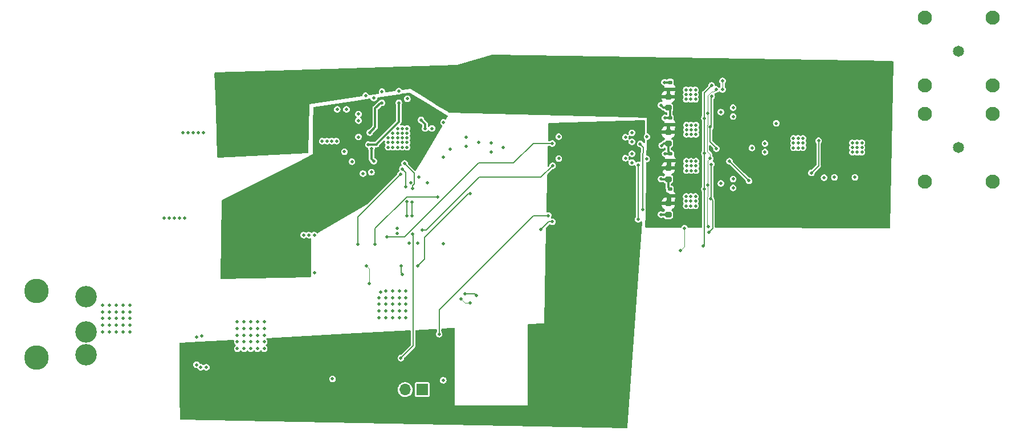
<source format=gbr>
%TF.GenerationSoftware,KiCad,Pcbnew,(6.0.9)*%
%TF.CreationDate,2022-11-10T01:17:40-05:00*%
%TF.ProjectId,5GHzPhaseShifter,3547487a-5068-4617-9365-536869667465,rev?*%
%TF.SameCoordinates,Original*%
%TF.FileFunction,Copper,L4,Bot*%
%TF.FilePolarity,Positive*%
%FSLAX46Y46*%
G04 Gerber Fmt 4.6, Leading zero omitted, Abs format (unit mm)*
G04 Created by KiCad (PCBNEW (6.0.9)) date 2022-11-10 01:17:40*
%MOMM*%
%LPD*%
G01*
G04 APERTURE LIST*
G04 Aperture macros list*
%AMRoundRect*
0 Rectangle with rounded corners*
0 $1 Rounding radius*
0 $2 $3 $4 $5 $6 $7 $8 $9 X,Y pos of 4 corners*
0 Add a 4 corners polygon primitive as box body*
4,1,4,$2,$3,$4,$5,$6,$7,$8,$9,$2,$3,0*
0 Add four circle primitives for the rounded corners*
1,1,$1+$1,$2,$3*
1,1,$1+$1,$4,$5*
1,1,$1+$1,$6,$7*
1,1,$1+$1,$8,$9*
0 Add four rect primitives between the rounded corners*
20,1,$1+$1,$2,$3,$4,$5,0*
20,1,$1+$1,$4,$5,$6,$7,0*
20,1,$1+$1,$6,$7,$8,$9,0*
20,1,$1+$1,$8,$9,$2,$3,0*%
G04 Aperture macros list end*
%TA.AperFunction,ComponentPad*%
%ADD10C,1.650000*%
%TD*%
%TA.AperFunction,ComponentPad*%
%ADD11C,2.100000*%
%TD*%
%TA.AperFunction,ComponentPad*%
%ADD12R,1.700000X1.700000*%
%TD*%
%TA.AperFunction,ComponentPad*%
%ADD13O,1.700000X1.700000*%
%TD*%
%TA.AperFunction,ComponentPad*%
%ADD14C,3.200000*%
%TD*%
%TA.AperFunction,ComponentPad*%
%ADD15C,3.653000*%
%TD*%
%TA.AperFunction,SMDPad,CuDef*%
%ADD16RoundRect,0.200000X-0.275000X0.200000X-0.275000X-0.200000X0.275000X-0.200000X0.275000X0.200000X0*%
%TD*%
%TA.AperFunction,SMDPad,CuDef*%
%ADD17RoundRect,0.135000X-0.185000X0.135000X-0.185000X-0.135000X0.185000X-0.135000X0.185000X0.135000X0*%
%TD*%
%TA.AperFunction,SMDPad,CuDef*%
%ADD18RoundRect,0.135000X0.185000X-0.135000X0.185000X0.135000X-0.185000X0.135000X-0.185000X-0.135000X0*%
%TD*%
%TA.AperFunction,ViaPad*%
%ADD19C,0.460000*%
%TD*%
%TA.AperFunction,Conductor*%
%ADD20C,0.300000*%
%TD*%
%TA.AperFunction,Conductor*%
%ADD21C,0.147000*%
%TD*%
%TA.AperFunction,Conductor*%
%ADD22C,0.100000*%
%TD*%
G04 APERTURE END LIST*
D10*
%TO.P,J2,1,1*%
%TO.N,Net-(J2-Pad1)*%
X207695800Y-94615000D03*
D11*
%TO.P,J2,2,2*%
%TO.N,GND*%
X202645800Y-99665000D03*
%TO.P,J2,3,3*%
X202645800Y-89565000D03*
%TO.P,J2,4,4*%
X212745800Y-99665000D03*
%TO.P,J2,5,5*%
X212745800Y-89565000D03*
%TD*%
D10*
%TO.P,J1,1,1*%
%TO.N,Net-(J1-Pad1)*%
X207707600Y-108915200D03*
D11*
%TO.P,J1,2,2*%
%TO.N,GND*%
X202657600Y-113965200D03*
%TO.P,J1,3,3*%
X202657600Y-103865200D03*
%TO.P,J1,4,4*%
X212757600Y-113965200D03*
%TO.P,J1,5,5*%
X212757600Y-103865200D03*
%TD*%
D12*
%TO.P,J4,1,Pin_1*%
%TO.N,Net-(J4-Pad1)*%
X127996000Y-144906600D03*
D13*
%TO.P,J4,2,Pin_2*%
%TO.N,Net-(J4-Pad2)*%
X125456000Y-144906600D03*
%TD*%
D14*
%TO.P,J3,1,1*%
%TO.N,/12V*%
X78010000Y-139700000D03*
%TO.P,J3,2,2*%
%TO.N,GND*%
X78010000Y-131100000D03*
%TO.P,J3,3,3*%
X78010000Y-136300000D03*
D15*
%TO.P,J3,MH1,MH1*%
X70710000Y-130200000D03*
%TO.P,J3,MH2,MH2*%
X70710000Y-140100000D03*
%TD*%
D16*
%TO.P,C34,1*%
%TO.N,/3V3*%
X164541200Y-117234200D03*
%TO.P,C34,2*%
%TO.N,GND*%
X164541200Y-118884200D03*
%TD*%
D17*
%TO.P,C32,1*%
%TO.N,GND*%
X164795200Y-104493600D03*
%TO.P,C32,2*%
%TO.N,/3V3*%
X164795200Y-105513600D03*
%TD*%
D18*
%TO.P,C30,1*%
%TO.N,/3V3*%
X164795200Y-116130800D03*
%TO.P,C30,2*%
%TO.N,GND*%
X164795200Y-115110800D03*
%TD*%
%TO.P,C27,1*%
%TO.N,/3V3*%
X164846000Y-110847600D03*
%TO.P,C27,2*%
%TO.N,GND*%
X164846000Y-109827600D03*
%TD*%
D16*
%TO.P,C29,1*%
%TO.N,/3V3*%
X164541200Y-101333800D03*
%TO.P,C29,2*%
%TO.N,GND*%
X164541200Y-102983800D03*
%TD*%
%TO.P,C31,1*%
%TO.N,/3V3*%
X164541200Y-111951000D03*
%TO.P,C31,2*%
%TO.N,GND*%
X164541200Y-113601000D03*
%TD*%
D17*
%TO.P,C33,1*%
%TO.N,GND*%
X164795200Y-99210400D03*
%TO.P,C33,2*%
%TO.N,/3V3*%
X164795200Y-100230400D03*
%TD*%
D16*
%TO.P,C28,1*%
%TO.N,/3V3*%
X164541200Y-106617000D03*
%TO.P,C28,2*%
%TO.N,GND*%
X164541200Y-108267000D03*
%TD*%
D19*
%TO.N,GND*%
X122936000Y-107470400D03*
X125780800Y-101650800D03*
X123636000Y-106770400D03*
X183856400Y-107543600D03*
X122936000Y-108170400D03*
X167905200Y-116879600D03*
X172364400Y-103632000D03*
X192278000Y-113334800D03*
X183156400Y-108943600D03*
X102521000Y-134811000D03*
X103521000Y-136811000D03*
X167256000Y-106262400D03*
X125036000Y-108870400D03*
X191922400Y-109604000D03*
X84534000Y-136334000D03*
X174193200Y-113588800D03*
X122577600Y-134213600D03*
X163474400Y-113588800D03*
X100521000Y-134811000D03*
X124336000Y-107470400D03*
X132130800Y-109118400D03*
X167905200Y-117579600D03*
X138226800Y-108254800D03*
X103521000Y-135811000D03*
X119583200Y-101193600D03*
X81534000Y-134334000D03*
X168656000Y-106262400D03*
X80534000Y-136334000D03*
X104521000Y-134811000D03*
X168656000Y-106962400D03*
X114554000Y-107950000D03*
X167205200Y-117579600D03*
X122577600Y-133213600D03*
X94456500Y-141204700D03*
X180594000Y-105308400D03*
X103521000Y-137811000D03*
X167956000Y-105562400D03*
X123577600Y-132213600D03*
X102521000Y-137811000D03*
X92456000Y-106680000D03*
X131114800Y-143510000D03*
X125036000Y-106770400D03*
X168605200Y-100330000D03*
X167205200Y-100330000D03*
X167256000Y-111647200D03*
X114655600Y-143306800D03*
X92710000Y-119380000D03*
X124275000Y-120954800D03*
X191922400Y-108904000D03*
X161340800Y-110593000D03*
X193322400Y-108204000D03*
X163576000Y-108610400D03*
X103521000Y-138811000D03*
X172364400Y-114249200D03*
X82534000Y-136334000D03*
X111963200Y-121920000D03*
X123636000Y-107470400D03*
X83534000Y-132334000D03*
X168656000Y-111647200D03*
X121577600Y-132213600D03*
X167956000Y-111647200D03*
X167256000Y-112347200D03*
X167256000Y-105562400D03*
X184556400Y-108243600D03*
X167956000Y-110947200D03*
X134498602Y-107391200D03*
X164084000Y-109829600D03*
X124577600Y-131213600D03*
X120802400Y-101549200D03*
X124577600Y-132213600D03*
X101521000Y-137811000D03*
X81534000Y-135334000D03*
X136347200Y-108102400D03*
X116738400Y-103225600D03*
X121831600Y-130419600D03*
X124577600Y-130213600D03*
X123577600Y-133213600D03*
X183156400Y-107543600D03*
X104521000Y-137811000D03*
X119195000Y-112776000D03*
X125736000Y-108870400D03*
X121577600Y-134213600D03*
X168605200Y-116179600D03*
X148285200Y-110540800D03*
X122936000Y-108870400D03*
X168605200Y-101730000D03*
X84534000Y-133334000D03*
X159156400Y-108051600D03*
X110388400Y-121920000D03*
X159156400Y-106730800D03*
X80534000Y-135334000D03*
X113842800Y-107950000D03*
X168605200Y-117579600D03*
X123577600Y-134213600D03*
X104521000Y-136811000D03*
X189230000Y-113334800D03*
X168656000Y-105562400D03*
X192622400Y-109604000D03*
X174193200Y-114909600D03*
X95504000Y-106680000D03*
X122577600Y-132213600D03*
X134486603Y-108742916D03*
X81534000Y-132334000D03*
X123636000Y-108870400D03*
X174193200Y-104292400D03*
X167256000Y-110947200D03*
X191922400Y-108204000D03*
X124336000Y-106070400D03*
X125736000Y-107470400D03*
X93218000Y-106680000D03*
X158191200Y-107391200D03*
X124577600Y-133213600D03*
X121577600Y-131213600D03*
X82534000Y-135334000D03*
X183156400Y-108243600D03*
X124577600Y-134213600D03*
X183856400Y-108943600D03*
X83534000Y-134334000D03*
X125036000Y-107470400D03*
X125736000Y-106770400D03*
X116433600Y-109524800D03*
X131114800Y-110337600D03*
X140055600Y-108915200D03*
X89662000Y-119380000D03*
X117551200Y-110998000D03*
X148285200Y-107289600D03*
X125577600Y-133213600D03*
X125736000Y-106070400D03*
X91948000Y-119380000D03*
X82534000Y-133334000D03*
X80534000Y-134334000D03*
X124510800Y-100533200D03*
X94462500Y-137134500D03*
X80534000Y-133334000D03*
X127355600Y-123139200D03*
X81534000Y-133334000D03*
X167956000Y-106962400D03*
X82534000Y-134334000D03*
X126288800Y-114147600D03*
X94742000Y-106680000D03*
X113131600Y-107950000D03*
X83534000Y-136334000D03*
X83534000Y-133334000D03*
X163474400Y-118872000D03*
X84534000Y-132334000D03*
X159156400Y-109829600D03*
X192622400Y-108204000D03*
X122021600Y-100584000D03*
X129438400Y-106070400D03*
X115265200Y-107950000D03*
X163982400Y-99212400D03*
X131114800Y-123190000D03*
X123577600Y-131213600D03*
X167956000Y-106262400D03*
X102521000Y-138811000D03*
X120446800Y-112572800D03*
X167905200Y-101730000D03*
X167205200Y-116179600D03*
X128727200Y-114147600D03*
X123636000Y-108170400D03*
X93980000Y-106680000D03*
X184556400Y-107543600D03*
X100521000Y-135811000D03*
X174193200Y-102971600D03*
X83534000Y-135334000D03*
X127508000Y-113284000D03*
X193322400Y-109604000D03*
X101521000Y-135811000D03*
X80518000Y-132334000D03*
X81534000Y-136334000D03*
X124256800Y-121716800D03*
X91186000Y-119380000D03*
X192622400Y-108904000D03*
X82534000Y-132334000D03*
X118516400Y-104902000D03*
X101521000Y-134811000D03*
X118516400Y-107340400D03*
X125577600Y-131213600D03*
X100521000Y-138811000D03*
X124336000Y-106770400D03*
X104521000Y-138811000D03*
X123577600Y-130213600D03*
X111150400Y-121920000D03*
X184556400Y-108943600D03*
X178917600Y-108305600D03*
X101521000Y-136811000D03*
X100521000Y-137811000D03*
X124336000Y-108170400D03*
X102521000Y-135811000D03*
X95910400Y-141581000D03*
X121577600Y-133213600D03*
X84534000Y-134334000D03*
X168605200Y-116879600D03*
X158191200Y-110490000D03*
X167205200Y-116879600D03*
X161391600Y-107288200D03*
X138226800Y-109575600D03*
X100521000Y-136811000D03*
X125736000Y-108170400D03*
X112014000Y-127508000D03*
X164033200Y-104495600D03*
X95097600Y-141579600D03*
X131165600Y-105156000D03*
X104521000Y-135811000D03*
X90424000Y-119380000D03*
X167905200Y-116179600D03*
X126034800Y-123139200D03*
X124336000Y-108870400D03*
X125036000Y-108170400D03*
X84534000Y-135334000D03*
X102521000Y-136811000D03*
X118516400Y-103936800D03*
X115366800Y-103225600D03*
X95250000Y-136906000D03*
X167905200Y-100330000D03*
X167205200Y-101030000D03*
X193322400Y-108904000D03*
X125577600Y-132213600D03*
X176987200Y-108966000D03*
X125577600Y-134213600D03*
X122577600Y-130213600D03*
X159156400Y-111150400D03*
X125577600Y-130213600D03*
X167256000Y-106962400D03*
X168605200Y-101030000D03*
X187706000Y-113385600D03*
X168656000Y-112347200D03*
X125036000Y-106070400D03*
X178917600Y-109575600D03*
X103521000Y-134811000D03*
X167905200Y-101030000D03*
X122577600Y-131213600D03*
X183856400Y-108243600D03*
X163474400Y-102616000D03*
X101521000Y-138811000D03*
X167956000Y-112347200D03*
X167205200Y-101730000D03*
X168656000Y-110947200D03*
%TO.N,/3V3*%
X106156000Y-105934000D03*
X102156000Y-105934000D03*
X104156000Y-106934000D03*
X102156000Y-108934000D03*
X106156000Y-106934000D03*
X103156000Y-104934000D03*
X189636400Y-109829600D03*
X105156000Y-105934000D03*
X163880800Y-105511600D03*
X105156000Y-107934000D03*
X105156000Y-106934000D03*
X163372800Y-117246400D03*
X163423600Y-101346000D03*
X191617600Y-105918000D03*
X164084000Y-110845600D03*
X163474400Y-112471200D03*
X104156000Y-107934000D03*
X103156000Y-105934000D03*
X163525200Y-106629200D03*
X179882800Y-108000800D03*
X164261875Y-115747725D03*
X102156000Y-106934000D03*
X105156000Y-104934000D03*
X104156000Y-104934000D03*
X106156000Y-108934000D03*
X103156000Y-106934000D03*
X105156000Y-108934000D03*
X163982400Y-100228400D03*
X102362000Y-105156000D03*
X104156000Y-105934000D03*
X103156000Y-108934000D03*
X104156000Y-108934000D03*
X106156000Y-104934000D03*
X102156000Y-107934000D03*
X103156000Y-107934000D03*
X106156000Y-107934000D03*
%TO.N,/LE*%
X135077200Y-115727400D03*
X170942000Y-111404400D03*
X127304800Y-126492000D03*
X170840400Y-116484400D03*
X170586400Y-121513600D03*
%TO.N,/SCLK*%
X125045837Y-112090005D03*
X170772785Y-110543664D03*
X135077200Y-131978400D03*
X125577600Y-114706400D03*
X170439000Y-103815858D03*
X166370000Y-124256800D03*
X172618400Y-100279200D03*
X125679200Y-119075200D03*
X125679200Y-116941600D03*
X170429000Y-114452400D03*
X119735600Y-126542800D03*
X166979600Y-120904000D03*
X120091200Y-129133600D03*
X133756400Y-131419600D03*
X172618400Y-99009200D03*
X171653200Y-100279200D03*
X170484800Y-120700800D03*
%TO.N,/MOSI*%
X134366000Y-130657600D03*
X169926000Y-115062000D03*
X136042400Y-130911600D03*
X169926000Y-109778800D03*
X169722800Y-123545600D03*
X169926000Y-104546400D03*
X170992800Y-99669600D03*
X124750321Y-112901514D03*
X118465600Y-123291600D03*
%TO.N,/LE2*%
X170789600Y-105867200D03*
X176530000Y-113842800D03*
X170992800Y-101295200D03*
X130302000Y-116230400D03*
X171704000Y-109067600D03*
X120980200Y-123261200D03*
X173634400Y-110947200D03*
%TO.N,/LE_FA*%
X185826400Y-112674400D03*
X186893200Y-107899200D03*
%TO.N,Net-(C1-Pad1)*%
X120192800Y-106680000D03*
X122021600Y-102264900D03*
%TO.N,Net-(C2-Pad1)*%
X124510800Y-102260400D03*
X128422400Y-106070400D03*
X119989600Y-108458000D03*
X127812800Y-104800400D03*
%TO.N,Net-(C17-Pad1)*%
X120446800Y-109046900D03*
X120802400Y-110947200D03*
%TO.N,/5V*%
X105600000Y-119888000D03*
X127355600Y-110490000D03*
X104600000Y-120888000D03*
X127000000Y-104418171D03*
X102600000Y-122888000D03*
X119075200Y-108762800D03*
X102600000Y-120888000D03*
X105600000Y-123888000D03*
X104600000Y-121888000D03*
X105600000Y-122888000D03*
X103600000Y-120888000D03*
X101600000Y-122888000D03*
X105600000Y-121888000D03*
X101600000Y-123888000D03*
X103600000Y-119888000D03*
X101600000Y-121888000D03*
X105600000Y-120888000D03*
X102600000Y-123888000D03*
X122062931Y-103946269D03*
X104600000Y-123888000D03*
X102600000Y-119888000D03*
X101600000Y-120888000D03*
X103600000Y-122888000D03*
X102600000Y-121888000D03*
X103600000Y-121888000D03*
X104600000Y-119888000D03*
X103600000Y-123888000D03*
X104600000Y-122888000D03*
X101600000Y-119888000D03*
%TO.N,/1V8*%
X96012000Y-138938000D03*
X159918400Y-106527600D03*
X96774000Y-138303000D03*
X147370800Y-109575600D03*
X160274000Y-109474000D03*
X147370800Y-106273600D03*
%TO.N,/LE_PLL*%
X126492000Y-117028100D03*
X125374400Y-111271427D03*
X124815600Y-140208000D03*
X126542800Y-115011200D03*
X126492000Y-119024400D03*
X126593600Y-121767600D03*
%TO.N,/CTRL_180*%
X127965200Y-121158000D03*
X147370800Y-111607600D03*
%TO.N,/CTRL_90180*%
X122783600Y-122174000D03*
X147320000Y-108305600D03*
%TO.N,/CTRL_90F*%
X130505200Y-136652000D03*
X160375600Y-108356400D03*
X146710400Y-119024400D03*
X160731200Y-118110000D03*
%TO.N,/CTRL_F*%
X124866400Y-126492000D03*
X160121600Y-111506000D03*
X125069600Y-127762000D03*
X145643600Y-121056400D03*
X147320000Y-119938800D03*
X160070800Y-119583200D03*
%TD*%
D20*
%TO.N,GND*%
X164541200Y-109522800D02*
X164846000Y-109827600D01*
X164795200Y-99210400D02*
X163984400Y-99210400D01*
X163486600Y-118884200D02*
X163474400Y-118872000D01*
X164795200Y-104493600D02*
X164795200Y-103237800D01*
X164541200Y-114856800D02*
X164795200Y-115110800D01*
X163919400Y-108267000D02*
X163576000Y-108610400D01*
X164086000Y-109827600D02*
X164084000Y-109829600D01*
X164541200Y-108267000D02*
X163919400Y-108267000D01*
X163984400Y-99210400D02*
X163982400Y-99212400D01*
X164541200Y-108267000D02*
X164541200Y-109522800D01*
X164035200Y-104493600D02*
X164033200Y-104495600D01*
X164541200Y-102983800D02*
X163842200Y-102983800D01*
X164795200Y-103237800D02*
X164541200Y-102983800D01*
X163486600Y-113601000D02*
X163474400Y-113588800D01*
X164795200Y-104493600D02*
X164035200Y-104493600D01*
X164541200Y-118884200D02*
X163486600Y-118884200D01*
X164541200Y-113601000D02*
X163486600Y-113601000D01*
X164846000Y-109827600D02*
X164086000Y-109827600D01*
X164541200Y-113601000D02*
X164541200Y-114856800D01*
X163842200Y-102983800D02*
X163474400Y-102616000D01*
%TO.N,/3V3*%
X164541200Y-105767600D02*
X164795200Y-105513600D01*
X164846000Y-110847600D02*
X164846000Y-111646200D01*
X164844000Y-110845600D02*
X164846000Y-110847600D01*
X164795200Y-116980200D02*
X164541200Y-117234200D01*
X164261875Y-115747725D02*
X164412125Y-115747725D01*
X164412125Y-115747725D02*
X164795200Y-116130800D01*
X163385000Y-117234200D02*
X163372800Y-117246400D01*
X164541200Y-106617000D02*
X164541200Y-105767600D01*
X163982400Y-100228400D02*
X164793200Y-100228400D01*
X164541200Y-101333800D02*
X163435800Y-101333800D01*
X163994600Y-111951000D02*
X163474400Y-112471200D01*
X164793200Y-105511600D02*
X164795200Y-105513600D01*
X164541200Y-117234200D02*
X163385000Y-117234200D01*
X164846000Y-111646200D02*
X164541200Y-111951000D01*
X164084000Y-110845600D02*
X164844000Y-110845600D01*
X164541200Y-100484400D02*
X164795200Y-100230400D01*
X164795200Y-116130800D02*
X164795200Y-116980200D01*
X163880800Y-105511600D02*
X164793200Y-105511600D01*
X164541200Y-101333800D02*
X164541200Y-100484400D01*
X163537400Y-106617000D02*
X163525200Y-106629200D01*
X163435800Y-101333800D02*
X163423600Y-101346000D01*
X164793200Y-100228400D02*
X164795200Y-100230400D01*
X164541200Y-111951000D02*
X163994600Y-111951000D01*
X164541200Y-106617000D02*
X163537400Y-106617000D01*
D21*
%TO.N,/LE*%
X170942000Y-111404400D02*
X170942000Y-116382800D01*
X171145200Y-120954800D02*
X170586400Y-121513600D01*
X128320800Y-125476000D02*
X127304800Y-126492000D01*
X128320800Y-122275600D02*
X128320800Y-125476000D01*
X134869000Y-115727400D02*
X128320800Y-122275600D01*
X170942000Y-116382800D02*
X170840400Y-116484400D01*
X135077200Y-115727400D02*
X134869000Y-115727400D01*
X171145200Y-116789200D02*
X171145200Y-120954800D01*
X170840400Y-116484400D02*
X171145200Y-116789200D01*
%TO.N,/SCLK*%
X125679200Y-116941600D02*
X125679200Y-119075200D01*
D22*
X170439000Y-103815858D02*
X170439000Y-105538977D01*
X170439000Y-105538977D02*
X170309600Y-105668377D01*
D21*
X125577600Y-114706400D02*
X125577600Y-112621768D01*
D22*
X135077200Y-131978400D02*
X134315200Y-131978400D01*
D21*
X125577600Y-112621768D02*
X125045837Y-112090005D01*
D22*
X170429000Y-116216977D02*
X170360400Y-116285577D01*
X170360400Y-116285577D02*
X170360400Y-120576400D01*
X170360400Y-120576400D02*
X170484800Y-120700800D01*
X171297600Y-100634800D02*
X171653200Y-100279200D01*
X172618400Y-99009200D02*
X172618400Y-100279200D01*
X166979600Y-120904000D02*
X166979600Y-123647200D01*
X120091200Y-126898400D02*
X119735600Y-126542800D01*
X170439000Y-103815858D02*
X170439000Y-101170177D01*
X170429000Y-114452400D02*
X170429000Y-116216977D01*
X170439000Y-101170177D02*
X170974377Y-100634800D01*
X170429000Y-110887449D02*
X170429000Y-114452400D01*
X170772785Y-109914385D02*
X170772785Y-110543664D01*
X134315200Y-131978400D02*
X133756400Y-131419600D01*
X170309600Y-105668377D02*
X170309600Y-109451200D01*
X120091200Y-129133600D02*
X120091200Y-126898400D01*
X170772785Y-110543664D02*
X170429000Y-110887449D01*
X166979600Y-123647200D02*
X166370000Y-124256800D01*
X170309600Y-109451200D02*
X170772785Y-109914385D01*
X170974377Y-100634800D02*
X171297600Y-100634800D01*
D21*
%TO.N,/MOSI*%
X169926000Y-123342400D02*
X169722800Y-123545600D01*
X169926000Y-109778800D02*
X169926000Y-115062000D01*
X169926000Y-115062000D02*
X169926000Y-123342400D01*
X135788400Y-130657600D02*
X134366000Y-130657600D01*
X136042400Y-130911600D02*
X135788400Y-130657600D01*
X169926000Y-104546400D02*
X169926000Y-109778800D01*
X118465600Y-119186235D02*
X118465600Y-123291600D01*
X170992800Y-99669600D02*
X169926000Y-100736400D01*
X169926000Y-100736400D02*
X169926000Y-104546400D01*
X124750321Y-112901514D02*
X118465600Y-119186235D01*
%TO.N,/LE2*%
X176530000Y-113842800D02*
X173634400Y-110947200D01*
X171704000Y-108966000D02*
X170789600Y-108051600D01*
X171704000Y-109067600D02*
X171704000Y-108966000D01*
X120980200Y-120928543D02*
X125678343Y-116230400D01*
X170789600Y-108051600D02*
X170789600Y-105867200D01*
X170942000Y-101346000D02*
X170942000Y-105714800D01*
X125678343Y-116230400D02*
X130302000Y-116230400D01*
X170942000Y-105714800D02*
X170789600Y-105867200D01*
X170992800Y-101295200D02*
X170942000Y-101346000D01*
X120980200Y-123261200D02*
X120980200Y-120928543D01*
%TO.N,/LE_FA*%
X185826400Y-112674400D02*
X186893200Y-111607600D01*
X186893200Y-111607600D02*
X186893200Y-107899200D01*
D20*
%TO.N,Net-(C1-Pad1)*%
X121005600Y-105867200D02*
X121005600Y-103073200D01*
X121005600Y-103073200D02*
X121813900Y-102264900D01*
X121813900Y-102264900D02*
X122021600Y-102264900D01*
X120192800Y-106680000D02*
X121005600Y-105867200D01*
%TO.N,Net-(C2-Pad1)*%
X128422400Y-105410000D02*
X127812800Y-104800400D01*
X121208800Y-108458000D02*
X121208800Y-108377356D01*
X128422400Y-106070400D02*
X128422400Y-105410000D01*
X121208800Y-108377356D02*
X124510800Y-105075356D01*
X119989600Y-108458000D02*
X121208800Y-108458000D01*
X124510800Y-105075356D02*
X124510800Y-102260400D01*
%TO.N,Net-(C17-Pad1)*%
X120446800Y-109046900D02*
X120446800Y-110591600D01*
X120446800Y-110591600D02*
X120802400Y-110947200D01*
D21*
%TO.N,/LE_PLL*%
X126792300Y-114356157D02*
X126792300Y-112689327D01*
X126644400Y-138379200D02*
X124815600Y-140208000D01*
X126492000Y-117028100D02*
X126492000Y-119024400D01*
X126542800Y-115011200D02*
X126542800Y-114605657D01*
X126593600Y-121767600D02*
X126644400Y-121818400D01*
X126644400Y-121818400D02*
X126644400Y-138379200D01*
X126542800Y-114605657D02*
X126792300Y-114356157D01*
X126792300Y-112689327D02*
X125374400Y-111271427D01*
%TO.N,/CTRL_180*%
X145643600Y-113334800D02*
X147370800Y-111607600D01*
X127965200Y-121158000D02*
X128625600Y-121158000D01*
X128625600Y-121158000D02*
X136448800Y-113334800D01*
X136448800Y-113334800D02*
X145643600Y-113334800D01*
%TO.N,/CTRL_90180*%
X144475200Y-108305600D02*
X147320000Y-108305600D01*
X125378900Y-122220300D02*
X136398000Y-111201200D01*
X136398000Y-111201200D02*
X141579600Y-111201200D01*
X122829900Y-122220300D02*
X125378900Y-122220300D01*
X141579600Y-111201200D02*
X144475200Y-108305600D01*
X122783600Y-122174000D02*
X122829900Y-122220300D01*
%TO.N,/CTRL_90F*%
X130505200Y-133045200D02*
X144526000Y-119024400D01*
X160731200Y-118110000D02*
X160731200Y-109830457D01*
X160731200Y-109830457D02*
X160879100Y-109682557D01*
X160879100Y-108859900D02*
X160375600Y-108356400D01*
X160879100Y-109682557D02*
X160879100Y-108859900D01*
X144526000Y-119024400D02*
X146710400Y-119024400D01*
X130505200Y-136652000D02*
X130505200Y-133045200D01*
%TO.N,/CTRL_F*%
X146761200Y-119938800D02*
X145643600Y-121056400D01*
X124866400Y-126492000D02*
X124866400Y-127558800D01*
X147320000Y-119938800D02*
X146761200Y-119938800D01*
X160070800Y-111556800D02*
X160070800Y-119583200D01*
X160121600Y-111506000D02*
X160070800Y-111556800D01*
X124866400Y-127558800D02*
X125069600Y-127762000D01*
%TD*%
%TA.AperFunction,Conductor*%
%TO.N,/5V*%
G36*
X126111139Y-100752808D02*
G01*
X126124403Y-100759751D01*
X128593447Y-102245547D01*
X131719649Y-104126801D01*
X131767702Y-104179062D01*
X131779873Y-104249008D01*
X131763603Y-104298099D01*
X131559452Y-104649164D01*
X131547890Y-104669046D01*
X131496355Y-104717879D01*
X131426599Y-104731097D01*
X131386117Y-104720086D01*
X131378449Y-104716543D01*
X131370914Y-104711659D01*
X131237950Y-104671895D01*
X131228974Y-104671840D01*
X131228973Y-104671840D01*
X131170970Y-104671486D01*
X131099170Y-104671047D01*
X131090538Y-104673514D01*
X130974361Y-104706717D01*
X130974359Y-104706718D01*
X130965730Y-104709184D01*
X130958143Y-104713971D01*
X130958141Y-104713972D01*
X130863786Y-104773506D01*
X130848357Y-104783241D01*
X130756487Y-104887263D01*
X130752672Y-104895389D01*
X130701320Y-105004764D01*
X130701319Y-105004768D01*
X130697506Y-105012889D01*
X130696126Y-105021755D01*
X130696125Y-105021757D01*
X130677536Y-105141147D01*
X130677536Y-105141151D01*
X130676155Y-105150020D01*
X130677319Y-105158922D01*
X130677319Y-105158925D01*
X130680385Y-105182371D01*
X130694149Y-105287631D01*
X130710466Y-105324713D01*
X130738194Y-105387729D01*
X130750044Y-105414661D01*
X130779661Y-105449895D01*
X130833566Y-105514024D01*
X130833569Y-105514026D01*
X130839344Y-105520897D01*
X130894313Y-105557487D01*
X130939935Y-105611883D01*
X130948906Y-105682311D01*
X130933415Y-105725712D01*
X128043019Y-110696113D01*
X127103074Y-112312467D01*
X127051539Y-112361300D01*
X126981783Y-112374518D01*
X126915955Y-112347926D01*
X126905057Y-112338222D01*
X125897846Y-111331011D01*
X125863820Y-111268699D01*
X125862214Y-111259779D01*
X125845480Y-111142933D01*
X125845480Y-111142931D01*
X125844207Y-111134046D01*
X125835547Y-111114998D01*
X125826917Y-111096019D01*
X125786765Y-111007708D01*
X125696173Y-110902571D01*
X125579714Y-110827086D01*
X125446750Y-110787322D01*
X125437774Y-110787267D01*
X125437773Y-110787267D01*
X125379770Y-110786913D01*
X125307970Y-110786474D01*
X125299338Y-110788941D01*
X125183161Y-110822144D01*
X125183159Y-110822145D01*
X125174530Y-110824611D01*
X125166943Y-110829398D01*
X125166941Y-110829399D01*
X125103376Y-110869506D01*
X125057157Y-110898668D01*
X125018548Y-110942384D01*
X124974711Y-110992020D01*
X124965287Y-111002690D01*
X124961472Y-111010816D01*
X124910120Y-111120191D01*
X124910119Y-111120195D01*
X124906306Y-111128316D01*
X124904926Y-111137182D01*
X124904925Y-111137184D01*
X124886336Y-111256574D01*
X124886336Y-111256578D01*
X124884955Y-111265447D01*
X124886119Y-111274349D01*
X124886119Y-111274352D01*
X124891716Y-111317153D01*
X124902949Y-111403058D01*
X124932270Y-111469695D01*
X124941398Y-111540101D01*
X124911011Y-111604266D01*
X124861912Y-111635094D01*
X124862790Y-111637058D01*
X124854597Y-111640723D01*
X124845967Y-111643189D01*
X124728594Y-111717246D01*
X124636724Y-111821268D01*
X124632909Y-111829394D01*
X124581557Y-111938769D01*
X124581556Y-111938773D01*
X124577743Y-111946894D01*
X124576363Y-111955760D01*
X124576362Y-111955762D01*
X124557773Y-112075152D01*
X124557773Y-112075156D01*
X124556392Y-112084025D01*
X124557556Y-112092927D01*
X124557556Y-112092930D01*
X124562841Y-112133345D01*
X124574386Y-112221636D01*
X124578003Y-112229856D01*
X124606210Y-112293961D01*
X124615338Y-112364368D01*
X124584951Y-112428533D01*
X124550055Y-112454071D01*
X124550451Y-112454698D01*
X124446233Y-112520455D01*
X124433078Y-112528755D01*
X124341208Y-112632777D01*
X124337393Y-112640903D01*
X124286041Y-112750278D01*
X124286040Y-112750282D01*
X124282227Y-112758403D01*
X124280847Y-112767269D01*
X124280846Y-112767271D01*
X124261382Y-112892285D01*
X124231138Y-112956518D01*
X124225977Y-112961996D01*
X119851697Y-117336276D01*
X119825951Y-117356098D01*
X112485102Y-121625775D01*
X112416161Y-121642734D01*
X112348995Y-121619728D01*
X112326300Y-121599106D01*
X112290833Y-121557944D01*
X112290830Y-121557941D01*
X112284973Y-121551144D01*
X112168514Y-121475659D01*
X112035550Y-121435895D01*
X112026574Y-121435840D01*
X112026573Y-121435840D01*
X111968570Y-121435486D01*
X111896770Y-121435047D01*
X111888138Y-121437514D01*
X111771961Y-121470717D01*
X111771959Y-121470718D01*
X111763330Y-121473184D01*
X111755743Y-121477971D01*
X111755741Y-121477972D01*
X111653545Y-121542453D01*
X111653544Y-121542454D01*
X111645957Y-121547241D01*
X111640018Y-121553966D01*
X111638395Y-121555347D01*
X111573554Y-121584265D01*
X111503373Y-121573537D01*
X111476241Y-121555865D01*
X111472173Y-121551144D01*
X111355714Y-121475659D01*
X111222750Y-121435895D01*
X111213774Y-121435840D01*
X111213773Y-121435840D01*
X111155770Y-121435486D01*
X111083970Y-121435047D01*
X111075338Y-121437514D01*
X110959161Y-121470717D01*
X110959159Y-121470718D01*
X110950530Y-121473184D01*
X110942939Y-121477974D01*
X110942938Y-121477974D01*
X110835934Y-121545488D01*
X110767649Y-121564922D01*
X110700169Y-121544659D01*
X110593714Y-121475659D01*
X110460750Y-121435895D01*
X110451774Y-121435840D01*
X110451773Y-121435840D01*
X110393770Y-121435486D01*
X110321970Y-121435047D01*
X110313338Y-121437514D01*
X110197161Y-121470717D01*
X110197159Y-121470718D01*
X110188530Y-121473184D01*
X110180943Y-121477971D01*
X110180941Y-121477972D01*
X110078750Y-121542450D01*
X110071157Y-121547241D01*
X109979287Y-121651263D01*
X109975472Y-121659389D01*
X109924120Y-121768764D01*
X109924119Y-121768768D01*
X109920306Y-121776889D01*
X109918926Y-121785755D01*
X109918925Y-121785757D01*
X109900336Y-121905147D01*
X109900336Y-121905151D01*
X109898955Y-121914020D01*
X109900119Y-121922922D01*
X109900119Y-121922925D01*
X109907952Y-121982826D01*
X109916949Y-122051631D01*
X109972844Y-122178661D01*
X109994595Y-122204537D01*
X110056366Y-122278024D01*
X110056369Y-122278026D01*
X110062144Y-122284897D01*
X110177673Y-122361799D01*
X110310141Y-122403185D01*
X110319113Y-122403349D01*
X110319116Y-122403350D01*
X110380765Y-122404480D01*
X110448901Y-122405729D01*
X110582797Y-122369224D01*
X110701065Y-122296607D01*
X110702334Y-122298674D01*
X110755545Y-122275715D01*
X110825591Y-122287295D01*
X110840657Y-122295889D01*
X110939673Y-122361799D01*
X111072141Y-122403185D01*
X111081113Y-122403349D01*
X111081116Y-122403350D01*
X111142765Y-122404480D01*
X111210901Y-122405729D01*
X111298435Y-122381864D01*
X111369419Y-122383243D01*
X111428388Y-122422780D01*
X111456620Y-122487922D01*
X111457572Y-122502336D01*
X111499826Y-127446094D01*
X111504934Y-128043689D01*
X111485515Y-128111978D01*
X111432259Y-128158928D01*
X111381308Y-128170744D01*
X98123820Y-128419945D01*
X98055336Y-128401226D01*
X98007843Y-128348454D01*
X97995472Y-128291776D01*
X98195077Y-116814496D01*
X98216261Y-116746733D01*
X98264371Y-116704159D01*
X106073930Y-112770020D01*
X118705555Y-112770020D01*
X118706719Y-112778922D01*
X118706719Y-112778925D01*
X118709461Y-112799895D01*
X118723549Y-112907631D01*
X118738968Y-112942673D01*
X118773884Y-113022024D01*
X118779444Y-113034661D01*
X118802402Y-113061973D01*
X118862966Y-113134024D01*
X118862969Y-113134026D01*
X118868744Y-113140897D01*
X118984273Y-113217799D01*
X119116741Y-113259185D01*
X119125713Y-113259349D01*
X119125716Y-113259350D01*
X119187365Y-113260480D01*
X119255501Y-113261729D01*
X119389397Y-113225224D01*
X119507665Y-113152607D01*
X119600799Y-113049715D01*
X119661311Y-112924819D01*
X119684336Y-112787959D01*
X119684482Y-112776000D01*
X119664807Y-112638619D01*
X119632162Y-112566820D01*
X119957355Y-112566820D01*
X119958519Y-112575722D01*
X119958519Y-112575725D01*
X119965980Y-112632777D01*
X119975349Y-112704431D01*
X119978966Y-112712651D01*
X120017355Y-112799895D01*
X120031244Y-112831461D01*
X120069842Y-112877379D01*
X120114766Y-112930824D01*
X120114769Y-112930826D01*
X120120544Y-112937697D01*
X120236073Y-113014599D01*
X120368541Y-113055985D01*
X120377513Y-113056149D01*
X120377516Y-113056150D01*
X120439165Y-113057280D01*
X120507301Y-113058529D01*
X120641197Y-113022024D01*
X120759465Y-112949407D01*
X120852599Y-112846515D01*
X120885346Y-112778925D01*
X120909197Y-112729698D01*
X120909198Y-112729696D01*
X120913111Y-112721619D01*
X120936136Y-112584759D01*
X120936282Y-112572800D01*
X120918032Y-112445368D01*
X120917880Y-112444306D01*
X120917880Y-112444304D01*
X120916607Y-112435419D01*
X120859165Y-112309081D01*
X120768573Y-112203944D01*
X120652114Y-112128459D01*
X120519150Y-112088695D01*
X120510174Y-112088640D01*
X120510173Y-112088640D01*
X120452170Y-112088286D01*
X120380370Y-112087847D01*
X120371738Y-112090314D01*
X120255561Y-112123517D01*
X120255559Y-112123518D01*
X120246930Y-112125984D01*
X120239343Y-112130771D01*
X120239341Y-112130772D01*
X120137150Y-112195250D01*
X120129557Y-112200041D01*
X120110485Y-112221636D01*
X120048434Y-112291895D01*
X120037687Y-112304063D01*
X120033872Y-112312189D01*
X119982520Y-112421564D01*
X119982519Y-112421568D01*
X119978706Y-112429689D01*
X119977326Y-112438555D01*
X119977325Y-112438557D01*
X119958736Y-112557947D01*
X119958736Y-112557951D01*
X119957355Y-112566820D01*
X119632162Y-112566820D01*
X119607365Y-112512281D01*
X119516773Y-112407144D01*
X119400314Y-112331659D01*
X119267350Y-112291895D01*
X119258374Y-112291840D01*
X119258373Y-112291840D01*
X119200370Y-112291486D01*
X119128570Y-112291047D01*
X119119938Y-112293514D01*
X119003761Y-112326717D01*
X119003759Y-112326718D01*
X118995130Y-112329184D01*
X118987543Y-112333971D01*
X118987541Y-112333972D01*
X118923280Y-112374518D01*
X118877757Y-112403241D01*
X118785887Y-112507263D01*
X118782072Y-112515389D01*
X118730720Y-112624764D01*
X118730719Y-112624768D01*
X118726906Y-112632889D01*
X118725526Y-112641755D01*
X118725525Y-112641757D01*
X118706936Y-112761147D01*
X118706936Y-112761151D01*
X118705555Y-112770020D01*
X106073930Y-112770020D01*
X109603393Y-110992020D01*
X117061755Y-110992020D01*
X117062919Y-111000922D01*
X117062919Y-111000925D01*
X117064875Y-111015882D01*
X117079749Y-111129631D01*
X117135644Y-111256661D01*
X117184349Y-111314604D01*
X117219166Y-111356024D01*
X117219169Y-111356026D01*
X117224944Y-111362897D01*
X117340473Y-111439799D01*
X117472941Y-111481185D01*
X117481913Y-111481349D01*
X117481916Y-111481350D01*
X117543565Y-111482480D01*
X117611701Y-111483729D01*
X117745597Y-111447224D01*
X117772726Y-111430567D01*
X117824487Y-111398785D01*
X117863865Y-111374607D01*
X117956999Y-111271715D01*
X118017511Y-111146819D01*
X118040536Y-111009959D01*
X118040682Y-110998000D01*
X118025770Y-110893877D01*
X118022280Y-110869506D01*
X118022280Y-110869504D01*
X118021007Y-110860619D01*
X117963565Y-110734281D01*
X117872973Y-110629144D01*
X117756514Y-110553659D01*
X117623550Y-110513895D01*
X117614574Y-110513840D01*
X117614573Y-110513840D01*
X117556570Y-110513486D01*
X117484770Y-110513047D01*
X117476138Y-110515514D01*
X117359961Y-110548717D01*
X117359959Y-110548718D01*
X117351330Y-110551184D01*
X117343743Y-110555971D01*
X117343741Y-110555972D01*
X117279887Y-110596261D01*
X117233957Y-110625241D01*
X117142087Y-110729263D01*
X117138272Y-110737389D01*
X117086920Y-110846764D01*
X117086919Y-110846768D01*
X117083106Y-110854889D01*
X117081726Y-110863755D01*
X117081725Y-110863757D01*
X117063136Y-110983147D01*
X117063136Y-110983151D01*
X117061755Y-110992020D01*
X109603393Y-110992020D01*
X111693020Y-109939351D01*
X111709200Y-109931200D01*
X111715133Y-109518820D01*
X115944155Y-109518820D01*
X115945319Y-109527722D01*
X115945319Y-109527725D01*
X115953152Y-109587626D01*
X115962149Y-109656431D01*
X116018044Y-109783461D01*
X116066749Y-109841404D01*
X116101566Y-109882824D01*
X116101569Y-109882826D01*
X116107344Y-109889697D01*
X116222873Y-109966599D01*
X116355341Y-110007985D01*
X116364313Y-110008149D01*
X116364316Y-110008150D01*
X116425965Y-110009280D01*
X116494101Y-110010529D01*
X116627997Y-109974024D01*
X116746265Y-109901407D01*
X116839399Y-109798515D01*
X116899911Y-109673619D01*
X116922936Y-109536759D01*
X116923082Y-109524800D01*
X116903407Y-109387419D01*
X116845965Y-109261081D01*
X116755373Y-109155944D01*
X116638914Y-109080459D01*
X116505950Y-109040695D01*
X116496974Y-109040640D01*
X116496973Y-109040640D01*
X116438970Y-109040286D01*
X116367170Y-109039847D01*
X116358538Y-109042314D01*
X116242361Y-109075517D01*
X116242359Y-109075518D01*
X116233730Y-109077984D01*
X116226143Y-109082771D01*
X116226141Y-109082772D01*
X116128919Y-109144115D01*
X116116357Y-109152041D01*
X116077782Y-109195719D01*
X116033865Y-109245445D01*
X116024487Y-109256063D01*
X116020672Y-109264189D01*
X115969320Y-109373564D01*
X115969319Y-109373568D01*
X115965506Y-109381689D01*
X115964126Y-109390555D01*
X115964125Y-109390557D01*
X115945536Y-109509947D01*
X115945536Y-109509951D01*
X115944155Y-109518820D01*
X111715133Y-109518820D01*
X111730483Y-108452020D01*
X119500155Y-108452020D01*
X119501319Y-108460922D01*
X119501319Y-108460925D01*
X119506859Y-108503287D01*
X119518149Y-108589631D01*
X119521766Y-108597851D01*
X119555299Y-108674059D01*
X119574044Y-108716661D01*
X119601685Y-108749544D01*
X119657566Y-108816024D01*
X119657569Y-108816026D01*
X119663344Y-108822897D01*
X119778873Y-108899799D01*
X119869203Y-108928020D01*
X119870099Y-108928300D01*
X119929156Y-108967706D01*
X119957533Y-109032785D01*
X119957824Y-109037909D01*
X119957355Y-109040920D01*
X119958485Y-109049559D01*
X119958485Y-109049565D01*
X119962834Y-109082819D01*
X119975349Y-109178531D01*
X120013040Y-109264189D01*
X120031244Y-109305561D01*
X120028033Y-109306974D01*
X120042300Y-109356926D01*
X120042300Y-110655666D01*
X120045365Y-110665098D01*
X120045365Y-110665100D01*
X120049195Y-110676887D01*
X120053811Y-110696113D01*
X120057302Y-110718155D01*
X120062962Y-110729263D01*
X120067433Y-110738038D01*
X120074999Y-110756304D01*
X120081895Y-110777529D01*
X120087725Y-110785553D01*
X120095016Y-110795589D01*
X120105345Y-110812444D01*
X120115474Y-110832323D01*
X120138252Y-110855101D01*
X120138265Y-110855115D01*
X120232128Y-110948977D01*
X120297387Y-111014236D01*
X120329650Y-111069447D01*
X120329785Y-111069932D01*
X120330949Y-111078831D01*
X120334564Y-111087046D01*
X120334564Y-111087047D01*
X120383227Y-111197641D01*
X120386844Y-111205861D01*
X120435324Y-111263535D01*
X120470366Y-111305224D01*
X120470369Y-111305226D01*
X120476144Y-111312097D01*
X120591673Y-111388999D01*
X120724141Y-111430385D01*
X120733113Y-111430549D01*
X120733116Y-111430550D01*
X120794765Y-111431680D01*
X120862901Y-111432929D01*
X120996797Y-111396424D01*
X121115065Y-111323807D01*
X121208199Y-111220915D01*
X121240184Y-111154898D01*
X121264797Y-111104098D01*
X121264798Y-111104096D01*
X121268711Y-111096019D01*
X121291736Y-110959159D01*
X121291882Y-110947200D01*
X121278694Y-110855115D01*
X121273480Y-110818706D01*
X121273480Y-110818704D01*
X121272207Y-110809819D01*
X121214765Y-110683481D01*
X121124173Y-110578344D01*
X121007714Y-110502859D01*
X120941199Y-110482967D01*
X120881665Y-110444286D01*
X120852495Y-110379559D01*
X120851300Y-110362250D01*
X120851300Y-109352211D01*
X120863907Y-109297275D01*
X120913111Y-109195719D01*
X120936136Y-109058859D01*
X120936282Y-109046900D01*
X120935394Y-109040695D01*
X120933475Y-109027298D01*
X120930476Y-109006362D01*
X120940618Y-108936096D01*
X120987140Y-108882465D01*
X121055203Y-108862500D01*
X121167048Y-108862500D01*
X121186758Y-108864051D01*
X121208800Y-108867542D01*
X121221163Y-108865584D01*
X121240634Y-108862500D01*
X121290003Y-108854681D01*
X121325564Y-108849049D01*
X121325566Y-108849048D01*
X121335355Y-108847498D01*
X121449523Y-108789326D01*
X121540126Y-108698723D01*
X121573386Y-108633447D01*
X121593797Y-108593390D01*
X121593798Y-108593386D01*
X121598298Y-108584555D01*
X121599401Y-108577591D01*
X121629136Y-108529070D01*
X122260879Y-107897327D01*
X122323191Y-107863301D01*
X122394006Y-107868366D01*
X122450842Y-107910913D01*
X122475653Y-107977433D01*
X122470681Y-108021378D01*
X122467906Y-108027289D01*
X122466526Y-108036155D01*
X122466525Y-108036157D01*
X122447936Y-108155547D01*
X122447936Y-108155551D01*
X122446555Y-108164420D01*
X122447719Y-108173322D01*
X122447719Y-108173325D01*
X122449803Y-108189263D01*
X122464549Y-108302031D01*
X122520444Y-108429061D01*
X122526219Y-108435931D01*
X122526222Y-108435936D01*
X122528184Y-108438270D01*
X122529399Y-108441040D01*
X122530965Y-108443556D01*
X122530602Y-108443782D01*
X122556704Y-108503287D01*
X122545545Y-108573401D01*
X122537044Y-108588518D01*
X122532828Y-108594936D01*
X122526887Y-108601663D01*
X122523072Y-108609788D01*
X122523071Y-108609790D01*
X122471720Y-108719164D01*
X122471719Y-108719168D01*
X122467906Y-108727289D01*
X122466526Y-108736155D01*
X122466525Y-108736157D01*
X122447936Y-108855547D01*
X122447936Y-108855551D01*
X122446555Y-108864420D01*
X122447719Y-108873322D01*
X122447719Y-108873325D01*
X122450530Y-108894823D01*
X122464549Y-109002031D01*
X122520444Y-109129061D01*
X122554542Y-109169626D01*
X122603966Y-109228424D01*
X122603969Y-109228426D01*
X122609744Y-109235297D01*
X122725273Y-109312199D01*
X122857741Y-109353585D01*
X122866713Y-109353749D01*
X122866716Y-109353750D01*
X122928365Y-109354880D01*
X122996501Y-109356129D01*
X123130397Y-109319624D01*
X123220919Y-109264043D01*
X123289436Y-109245445D01*
X123356664Y-109266529D01*
X123425273Y-109312199D01*
X123557741Y-109353585D01*
X123566713Y-109353749D01*
X123566716Y-109353750D01*
X123628365Y-109354880D01*
X123696501Y-109356129D01*
X123830397Y-109319624D01*
X123920919Y-109264043D01*
X123989436Y-109245445D01*
X124056664Y-109266529D01*
X124125273Y-109312199D01*
X124257741Y-109353585D01*
X124266713Y-109353749D01*
X124266716Y-109353750D01*
X124328365Y-109354880D01*
X124396501Y-109356129D01*
X124530397Y-109319624D01*
X124620919Y-109264043D01*
X124689436Y-109245445D01*
X124756664Y-109266529D01*
X124825273Y-109312199D01*
X124957741Y-109353585D01*
X124966713Y-109353749D01*
X124966716Y-109353750D01*
X125028365Y-109354880D01*
X125096501Y-109356129D01*
X125230397Y-109319624D01*
X125320919Y-109264043D01*
X125389436Y-109245445D01*
X125456664Y-109266529D01*
X125525273Y-109312199D01*
X125657741Y-109353585D01*
X125666713Y-109353749D01*
X125666716Y-109353750D01*
X125728365Y-109354880D01*
X125796501Y-109356129D01*
X125930397Y-109319624D01*
X125951000Y-109306974D01*
X125966801Y-109297272D01*
X126048665Y-109247007D01*
X126141799Y-109144115D01*
X126175035Y-109075517D01*
X126198397Y-109027298D01*
X126198398Y-109027296D01*
X126202311Y-109019219D01*
X126225336Y-108882359D01*
X126225482Y-108870400D01*
X126205807Y-108733019D01*
X126148365Y-108606681D01*
X126142503Y-108599878D01*
X126137669Y-108592319D01*
X126139730Y-108591001D01*
X126115829Y-108538286D01*
X126126124Y-108468040D01*
X126135933Y-108450596D01*
X126141799Y-108444115D01*
X126147007Y-108433367D01*
X126198397Y-108327298D01*
X126198398Y-108327296D01*
X126202311Y-108319219D01*
X126225336Y-108182359D01*
X126225482Y-108170400D01*
X126205807Y-108033019D01*
X126148365Y-107906681D01*
X126142503Y-107899878D01*
X126137669Y-107892319D01*
X126139730Y-107891001D01*
X126115829Y-107838286D01*
X126126124Y-107768040D01*
X126135933Y-107750596D01*
X126141799Y-107744115D01*
X126158196Y-107710273D01*
X126198397Y-107627298D01*
X126198398Y-107627296D01*
X126202311Y-107619219D01*
X126225336Y-107482359D01*
X126225482Y-107470400D01*
X126211934Y-107375799D01*
X126207080Y-107341906D01*
X126207080Y-107341904D01*
X126205807Y-107333019D01*
X126148365Y-107206681D01*
X126142503Y-107199878D01*
X126137669Y-107192319D01*
X126139730Y-107191001D01*
X126115829Y-107138286D01*
X126126124Y-107068040D01*
X126135933Y-107050596D01*
X126141799Y-107044115D01*
X126151570Y-107023949D01*
X126198397Y-106927298D01*
X126198398Y-106927296D01*
X126202311Y-106919219D01*
X126225336Y-106782359D01*
X126225482Y-106770400D01*
X126211679Y-106674020D01*
X126207080Y-106641906D01*
X126207080Y-106641904D01*
X126205807Y-106633019D01*
X126148365Y-106506681D01*
X126142503Y-106499878D01*
X126137669Y-106492319D01*
X126139730Y-106491001D01*
X126115829Y-106438286D01*
X126126124Y-106368040D01*
X126135933Y-106350596D01*
X126141799Y-106344115D01*
X126151570Y-106323949D01*
X126198397Y-106227298D01*
X126198398Y-106227296D01*
X126202311Y-106219219D01*
X126225336Y-106082359D01*
X126225482Y-106070400D01*
X126205807Y-105933019D01*
X126148365Y-105806681D01*
X126057773Y-105701544D01*
X125941314Y-105626059D01*
X125808350Y-105586295D01*
X125799374Y-105586240D01*
X125799373Y-105586240D01*
X125741370Y-105585886D01*
X125669570Y-105585447D01*
X125660938Y-105587914D01*
X125544761Y-105621117D01*
X125544759Y-105621118D01*
X125536130Y-105623584D01*
X125528544Y-105628370D01*
X125528536Y-105628374D01*
X125452952Y-105676065D01*
X125384667Y-105695500D01*
X125317186Y-105675237D01*
X125241314Y-105626059D01*
X125108350Y-105586295D01*
X125099374Y-105586240D01*
X125099373Y-105586240D01*
X125041370Y-105585886D01*
X124969570Y-105585447D01*
X124881571Y-105610597D01*
X124810578Y-105610085D01*
X124751130Y-105571271D01*
X124722104Y-105506479D01*
X124732715Y-105436280D01*
X124757853Y-105400353D01*
X124819335Y-105338871D01*
X124819338Y-105338867D01*
X124842126Y-105316079D01*
X124852257Y-105296196D01*
X124862587Y-105279339D01*
X124868011Y-105271873D01*
X124875704Y-105261285D01*
X124878769Y-105251853D01*
X124882601Y-105240061D01*
X124890165Y-105221799D01*
X124895795Y-105210750D01*
X124895796Y-105210746D01*
X124900298Y-105201911D01*
X124903788Y-105179873D01*
X124908405Y-105160642D01*
X124912235Y-105148855D01*
X124915300Y-105139422D01*
X124915300Y-104794420D01*
X127323355Y-104794420D01*
X127341349Y-104932031D01*
X127397244Y-105059061D01*
X127417215Y-105082819D01*
X127480766Y-105158424D01*
X127480769Y-105158426D01*
X127486544Y-105165297D01*
X127602073Y-105242199D01*
X127689520Y-105269519D01*
X127741040Y-105300690D01*
X127861886Y-105421535D01*
X127980995Y-105540644D01*
X128015020Y-105602957D01*
X128017900Y-105629740D01*
X128017900Y-105763732D01*
X128005956Y-105817279D01*
X127954306Y-105927289D01*
X127952926Y-105936155D01*
X127952925Y-105936157D01*
X127934336Y-106055547D01*
X127934336Y-106055551D01*
X127932955Y-106064420D01*
X127934119Y-106073322D01*
X127934119Y-106073325D01*
X127936044Y-106088046D01*
X127950949Y-106202031D01*
X128006844Y-106329061D01*
X128039609Y-106368040D01*
X128090366Y-106428424D01*
X128090369Y-106428426D01*
X128096144Y-106435297D01*
X128211673Y-106512199D01*
X128344141Y-106553585D01*
X128353113Y-106553749D01*
X128353116Y-106553750D01*
X128414765Y-106554880D01*
X128482901Y-106556129D01*
X128616797Y-106519624D01*
X128735065Y-106447007D01*
X128828199Y-106344115D01*
X128828992Y-106342478D01*
X128880894Y-106299485D01*
X128951375Y-106290945D01*
X129015285Y-106321865D01*
X129027125Y-106334153D01*
X129041093Y-106350771D01*
X129106366Y-106428424D01*
X129106369Y-106428426D01*
X129112144Y-106435297D01*
X129227673Y-106512199D01*
X129360141Y-106553585D01*
X129369113Y-106553749D01*
X129369116Y-106553750D01*
X129430765Y-106554880D01*
X129498901Y-106556129D01*
X129632797Y-106519624D01*
X129751065Y-106447007D01*
X129844199Y-106344115D01*
X129904711Y-106219219D01*
X129927736Y-106082359D01*
X129927882Y-106070400D01*
X129908207Y-105933019D01*
X129850765Y-105806681D01*
X129760173Y-105701544D01*
X129643714Y-105626059D01*
X129510750Y-105586295D01*
X129501774Y-105586240D01*
X129501773Y-105586240D01*
X129443770Y-105585886D01*
X129371970Y-105585447D01*
X129363338Y-105587914D01*
X129247161Y-105621117D01*
X129247159Y-105621118D01*
X129238530Y-105623584D01*
X129230943Y-105628371D01*
X129230941Y-105628372D01*
X129128750Y-105692850D01*
X129121157Y-105697641D01*
X129086789Y-105736555D01*
X129047341Y-105781221D01*
X128987255Y-105819039D01*
X128916261Y-105818368D01*
X128856901Y-105779422D01*
X128828019Y-105714566D01*
X128826900Y-105697813D01*
X128826900Y-105345934D01*
X128820005Y-105324713D01*
X128815389Y-105305487D01*
X128814345Y-105298897D01*
X128811898Y-105283445D01*
X128806043Y-105271953D01*
X128801770Y-105263568D01*
X128794203Y-105245300D01*
X128790371Y-105233506D01*
X128790369Y-105233501D01*
X128787305Y-105224072D01*
X128774186Y-105206016D01*
X128763854Y-105189155D01*
X128758226Y-105178109D01*
X128753726Y-105169277D01*
X128491308Y-104906859D01*
X128318049Y-104733599D01*
X128286209Y-104679868D01*
X128283878Y-104671895D01*
X128282607Y-104663019D01*
X128271360Y-104638281D01*
X128238106Y-104565144D01*
X128225165Y-104536681D01*
X128134573Y-104431544D01*
X128018114Y-104356059D01*
X127885150Y-104316295D01*
X127876174Y-104316240D01*
X127876173Y-104316240D01*
X127818170Y-104315886D01*
X127746370Y-104315447D01*
X127737738Y-104317914D01*
X127621561Y-104351117D01*
X127621559Y-104351118D01*
X127612930Y-104353584D01*
X127605343Y-104358371D01*
X127605341Y-104358372D01*
X127536465Y-104401830D01*
X127495557Y-104427641D01*
X127403687Y-104531663D01*
X127399872Y-104539789D01*
X127348520Y-104649164D01*
X127348519Y-104649168D01*
X127344706Y-104657289D01*
X127343326Y-104666155D01*
X127343325Y-104666157D01*
X127324736Y-104785547D01*
X127324736Y-104785551D01*
X127323355Y-104794420D01*
X124915300Y-104794420D01*
X124915300Y-102565711D01*
X124927907Y-102510775D01*
X124977111Y-102409219D01*
X125000136Y-102272359D01*
X125000282Y-102260400D01*
X124982201Y-102134150D01*
X124981880Y-102131906D01*
X124981880Y-102131904D01*
X124980607Y-102123019D01*
X124923165Y-101996681D01*
X124832573Y-101891544D01*
X124716114Y-101816059D01*
X124583150Y-101776295D01*
X124574174Y-101776240D01*
X124574173Y-101776240D01*
X124516170Y-101775886D01*
X124444370Y-101775447D01*
X124435738Y-101777914D01*
X124319561Y-101811117D01*
X124319559Y-101811118D01*
X124310930Y-101813584D01*
X124303343Y-101818371D01*
X124303341Y-101818372D01*
X124205821Y-101879903D01*
X124193557Y-101887641D01*
X124101687Y-101991663D01*
X124097872Y-101999789D01*
X124046520Y-102109164D01*
X124046519Y-102109168D01*
X124042706Y-102117289D01*
X124041326Y-102126155D01*
X124041325Y-102126157D01*
X124022736Y-102245547D01*
X124022736Y-102245551D01*
X124021355Y-102254420D01*
X124022519Y-102263322D01*
X124022519Y-102263325D01*
X124024916Y-102281654D01*
X124039349Y-102392031D01*
X124042966Y-102400251D01*
X124095244Y-102519061D01*
X124092033Y-102520474D01*
X124106300Y-102570426D01*
X124106300Y-104855616D01*
X124086298Y-104923737D01*
X124069395Y-104944711D01*
X120997511Y-108016595D01*
X120935199Y-108050621D01*
X120908416Y-108053500D01*
X120293643Y-108053500D01*
X120225113Y-108033233D01*
X120194914Y-108013659D01*
X120061950Y-107973895D01*
X120052974Y-107973840D01*
X120052973Y-107973840D01*
X119994970Y-107973486D01*
X119923170Y-107973047D01*
X119914538Y-107975514D01*
X119798361Y-108008717D01*
X119798359Y-108008718D01*
X119789730Y-108011184D01*
X119782143Y-108015971D01*
X119782141Y-108015972D01*
X119727226Y-108050621D01*
X119672357Y-108085241D01*
X119610264Y-108155547D01*
X119590878Y-108177498D01*
X119580487Y-108189263D01*
X119576672Y-108197389D01*
X119525320Y-108306764D01*
X119525319Y-108306768D01*
X119521506Y-108314889D01*
X119520126Y-108323755D01*
X119520125Y-108323757D01*
X119501536Y-108443147D01*
X119501536Y-108443151D01*
X119500155Y-108452020D01*
X111730483Y-108452020D01*
X111737792Y-107944020D01*
X112642155Y-107944020D01*
X112643319Y-107952922D01*
X112643319Y-107952925D01*
X112646054Y-107973840D01*
X112660149Y-108081631D01*
X112663766Y-108089851D01*
X112697090Y-108165584D01*
X112716044Y-108208661D01*
X112764749Y-108266604D01*
X112799566Y-108308024D01*
X112799569Y-108308026D01*
X112805344Y-108314897D01*
X112920873Y-108391799D01*
X113053341Y-108433185D01*
X113062313Y-108433349D01*
X113062316Y-108433350D01*
X113123965Y-108434480D01*
X113192101Y-108435729D01*
X113325997Y-108399224D01*
X113352056Y-108383224D01*
X113422345Y-108340066D01*
X113490863Y-108321468D01*
X113558091Y-108342553D01*
X113632073Y-108391799D01*
X113764541Y-108433185D01*
X113773513Y-108433349D01*
X113773516Y-108433350D01*
X113835165Y-108434480D01*
X113903301Y-108435729D01*
X114037197Y-108399224D01*
X114063256Y-108383224D01*
X114133545Y-108340066D01*
X114202063Y-108321468D01*
X114269291Y-108342553D01*
X114343273Y-108391799D01*
X114475741Y-108433185D01*
X114484713Y-108433349D01*
X114484716Y-108433350D01*
X114546365Y-108434480D01*
X114614501Y-108435729D01*
X114748397Y-108399224D01*
X114774456Y-108383224D01*
X114844745Y-108340066D01*
X114913263Y-108321468D01*
X114980491Y-108342553D01*
X115054473Y-108391799D01*
X115186941Y-108433185D01*
X115195913Y-108433349D01*
X115195916Y-108433350D01*
X115257565Y-108434480D01*
X115325701Y-108435729D01*
X115459597Y-108399224D01*
X115577865Y-108326607D01*
X115670999Y-108223715D01*
X115731511Y-108098819D01*
X115754536Y-107961959D01*
X115754682Y-107950000D01*
X115736601Y-107823750D01*
X115736280Y-107821506D01*
X115736280Y-107821504D01*
X115735007Y-107812619D01*
X115677565Y-107686281D01*
X115586973Y-107581144D01*
X115470514Y-107505659D01*
X115337550Y-107465895D01*
X115328574Y-107465840D01*
X115328573Y-107465840D01*
X115270570Y-107465486D01*
X115198770Y-107465047D01*
X115190138Y-107467514D01*
X115073961Y-107500717D01*
X115073959Y-107500718D01*
X115065330Y-107503184D01*
X115057739Y-107507974D01*
X115057738Y-107507974D01*
X114976476Y-107559246D01*
X114908191Y-107578680D01*
X114840710Y-107558417D01*
X114759314Y-107505659D01*
X114626350Y-107465895D01*
X114617374Y-107465840D01*
X114617373Y-107465840D01*
X114559370Y-107465486D01*
X114487570Y-107465047D01*
X114478938Y-107467514D01*
X114362761Y-107500717D01*
X114362759Y-107500718D01*
X114354130Y-107503184D01*
X114346539Y-107507974D01*
X114346538Y-107507974D01*
X114265276Y-107559246D01*
X114196991Y-107578680D01*
X114129510Y-107558417D01*
X114048114Y-107505659D01*
X113915150Y-107465895D01*
X113906174Y-107465840D01*
X113906173Y-107465840D01*
X113848170Y-107465486D01*
X113776370Y-107465047D01*
X113767738Y-107467514D01*
X113651561Y-107500717D01*
X113651559Y-107500718D01*
X113642930Y-107503184D01*
X113635339Y-107507974D01*
X113635338Y-107507974D01*
X113554076Y-107559246D01*
X113485791Y-107578680D01*
X113418310Y-107558417D01*
X113336914Y-107505659D01*
X113203950Y-107465895D01*
X113194974Y-107465840D01*
X113194973Y-107465840D01*
X113136970Y-107465486D01*
X113065170Y-107465047D01*
X113056538Y-107467514D01*
X112940361Y-107500717D01*
X112940359Y-107500718D01*
X112931730Y-107503184D01*
X112924143Y-107507971D01*
X112924141Y-107507972D01*
X112821950Y-107572450D01*
X112814357Y-107577241D01*
X112722487Y-107681263D01*
X112718672Y-107689389D01*
X112667320Y-107798764D01*
X112667319Y-107798768D01*
X112663506Y-107806889D01*
X112662126Y-107815755D01*
X112662125Y-107815757D01*
X112643536Y-107935147D01*
X112643536Y-107935151D01*
X112642155Y-107944020D01*
X111737792Y-107944020D01*
X111746563Y-107334420D01*
X118026955Y-107334420D01*
X118028119Y-107343322D01*
X118028119Y-107343325D01*
X118035952Y-107403226D01*
X118044949Y-107472031D01*
X118100844Y-107599061D01*
X118149549Y-107657004D01*
X118184366Y-107698424D01*
X118184369Y-107698426D01*
X118190144Y-107705297D01*
X118305673Y-107782199D01*
X118383075Y-107806381D01*
X118425642Y-107819680D01*
X118438141Y-107823585D01*
X118447113Y-107823749D01*
X118447116Y-107823750D01*
X118508765Y-107824880D01*
X118576901Y-107826129D01*
X118710797Y-107789624D01*
X118829065Y-107717007D01*
X118922199Y-107614115D01*
X118975945Y-107503184D01*
X118978797Y-107497298D01*
X118978798Y-107497296D01*
X118982711Y-107489219D01*
X119005736Y-107352359D01*
X119005882Y-107340400D01*
X118986207Y-107203019D01*
X118928765Y-107076681D01*
X118838173Y-106971544D01*
X118721714Y-106896059D01*
X118588750Y-106856295D01*
X118579774Y-106856240D01*
X118579773Y-106856240D01*
X118521770Y-106855886D01*
X118449970Y-106855447D01*
X118441338Y-106857914D01*
X118325161Y-106891117D01*
X118325159Y-106891118D01*
X118316530Y-106893584D01*
X118308943Y-106898371D01*
X118308941Y-106898372D01*
X118221228Y-106953715D01*
X118199157Y-106967641D01*
X118107287Y-107071663D01*
X118103472Y-107079789D01*
X118052120Y-107189164D01*
X118052119Y-107189168D01*
X118048306Y-107197289D01*
X118046926Y-107206155D01*
X118046925Y-107206157D01*
X118028336Y-107325547D01*
X118028336Y-107325551D01*
X118026955Y-107334420D01*
X111746563Y-107334420D01*
X111756065Y-106674020D01*
X119703355Y-106674020D01*
X119721349Y-106811631D01*
X119724966Y-106819851D01*
X119758499Y-106896059D01*
X119777244Y-106938661D01*
X119804885Y-106971544D01*
X119860766Y-107038024D01*
X119860769Y-107038026D01*
X119866544Y-107044897D01*
X119982073Y-107121799D01*
X120114541Y-107163185D01*
X120123513Y-107163349D01*
X120123516Y-107163350D01*
X120185165Y-107164480D01*
X120253301Y-107165729D01*
X120387197Y-107129224D01*
X120505465Y-107056607D01*
X120598599Y-106953715D01*
X120659111Y-106828819D01*
X120660600Y-106819968D01*
X120660602Y-106819962D01*
X120661145Y-106816734D01*
X120662423Y-106814255D01*
X120663330Y-106811414D01*
X120663809Y-106811567D01*
X120696303Y-106748547D01*
X121314135Y-106130715D01*
X121314138Y-106130711D01*
X121336926Y-106107923D01*
X121347055Y-106088044D01*
X121357384Y-106071189D01*
X121364675Y-106061153D01*
X121370505Y-106053129D01*
X121377401Y-106031904D01*
X121384967Y-106013638D01*
X121390597Y-106002588D01*
X121395098Y-105993755D01*
X121398589Y-105971713D01*
X121403205Y-105952487D01*
X121407035Y-105940700D01*
X121407035Y-105940698D01*
X121410100Y-105931266D01*
X121410100Y-103292940D01*
X121430102Y-103224819D01*
X121447005Y-103203845D01*
X121865630Y-102785220D01*
X121927942Y-102751194D01*
X121957034Y-102748336D01*
X122082101Y-102750629D01*
X122215997Y-102714124D01*
X122334265Y-102641507D01*
X122427399Y-102538615D01*
X122487911Y-102413719D01*
X122510936Y-102276859D01*
X122511082Y-102264900D01*
X122501071Y-102194997D01*
X122492680Y-102136406D01*
X122492680Y-102136404D01*
X122491407Y-102127519D01*
X122433965Y-102001181D01*
X122343373Y-101896044D01*
X122226914Y-101820559D01*
X122093950Y-101780795D01*
X122084974Y-101780740D01*
X122084973Y-101780740D01*
X122026970Y-101780386D01*
X121955170Y-101779947D01*
X121946538Y-101782414D01*
X121830364Y-101815616D01*
X121830361Y-101815617D01*
X121821730Y-101818084D01*
X121803524Y-101829571D01*
X121773109Y-101848761D01*
X121744814Y-101862031D01*
X121728608Y-101867297D01*
X121709387Y-101871911D01*
X121687345Y-101875402D01*
X121667462Y-101885533D01*
X121649196Y-101893099D01*
X121627971Y-101899995D01*
X121619947Y-101905825D01*
X121609911Y-101913116D01*
X121593056Y-101923445D01*
X121573177Y-101933574D01*
X121550389Y-101956362D01*
X121550385Y-101956365D01*
X120697065Y-102809685D01*
X120697062Y-102809689D01*
X120674274Y-102832477D01*
X120669771Y-102841315D01*
X120664146Y-102852354D01*
X120653816Y-102869211D01*
X120640695Y-102887271D01*
X120637630Y-102896704D01*
X120633799Y-102908495D01*
X120626234Y-102926761D01*
X120616102Y-102946645D01*
X120614551Y-102956438D01*
X120612611Y-102968687D01*
X120607995Y-102987913D01*
X120601100Y-103009134D01*
X120601100Y-105647460D01*
X120581098Y-105715581D01*
X120564195Y-105736555D01*
X120120517Y-106180233D01*
X120066047Y-106212287D01*
X120001561Y-106230717D01*
X120001559Y-106230718D01*
X119992930Y-106233184D01*
X119985340Y-106237973D01*
X119901385Y-106290945D01*
X119875557Y-106307241D01*
X119821861Y-106368040D01*
X119792271Y-106401544D01*
X119783687Y-106411263D01*
X119779872Y-106419389D01*
X119728520Y-106528764D01*
X119728519Y-106528768D01*
X119724706Y-106536889D01*
X119723326Y-106545755D01*
X119723325Y-106545757D01*
X119704736Y-106665147D01*
X119704736Y-106665151D01*
X119703355Y-106674020D01*
X111756065Y-106674020D01*
X111759943Y-106404536D01*
X111781649Y-104896020D01*
X118026955Y-104896020D01*
X118028119Y-104904922D01*
X118028119Y-104904925D01*
X118033322Y-104944711D01*
X118044949Y-105033631D01*
X118059163Y-105065935D01*
X118092258Y-105141147D01*
X118100844Y-105160661D01*
X118140397Y-105207715D01*
X118184366Y-105260024D01*
X118184369Y-105260026D01*
X118190144Y-105266897D01*
X118305673Y-105343799D01*
X118438141Y-105385185D01*
X118447113Y-105385349D01*
X118447116Y-105385350D01*
X118508765Y-105386480D01*
X118576901Y-105387729D01*
X118710797Y-105351224D01*
X118829065Y-105278607D01*
X118922199Y-105175715D01*
X118969215Y-105078674D01*
X118978797Y-105058898D01*
X118978798Y-105058896D01*
X118982711Y-105050819D01*
X119005736Y-104913959D01*
X119005882Y-104902000D01*
X118986207Y-104764619D01*
X118928765Y-104638281D01*
X118838173Y-104533144D01*
X118827112Y-104525975D01*
X118824393Y-104522812D01*
X118823877Y-104522362D01*
X118823942Y-104522288D01*
X118780829Y-104472142D01*
X118770997Y-104401830D01*
X118800739Y-104337363D01*
X118815159Y-104323299D01*
X118821419Y-104318101D01*
X118829065Y-104313407D01*
X118922199Y-104210515D01*
X118982711Y-104085619D01*
X119005736Y-103948759D01*
X119005882Y-103936800D01*
X118986207Y-103799419D01*
X118928765Y-103673081D01*
X118838173Y-103567944D01*
X118721714Y-103492459D01*
X118588750Y-103452695D01*
X118579774Y-103452640D01*
X118579773Y-103452640D01*
X118521770Y-103452286D01*
X118449970Y-103451847D01*
X118441338Y-103454314D01*
X118325161Y-103487517D01*
X118325159Y-103487518D01*
X118316530Y-103489984D01*
X118308943Y-103494771D01*
X118308941Y-103494772D01*
X118301741Y-103499315D01*
X118199157Y-103564041D01*
X118107287Y-103668063D01*
X118103472Y-103676189D01*
X118052120Y-103785564D01*
X118052119Y-103785568D01*
X118048306Y-103793689D01*
X118046926Y-103802555D01*
X118046925Y-103802557D01*
X118028336Y-103921947D01*
X118028336Y-103921951D01*
X118026955Y-103930820D01*
X118028119Y-103939722D01*
X118028119Y-103939725D01*
X118035952Y-103999625D01*
X118044949Y-104068431D01*
X118100844Y-104195461D01*
X118145855Y-104249008D01*
X118184366Y-104294824D01*
X118184369Y-104294826D01*
X118190144Y-104301697D01*
X118197743Y-104306755D01*
X118208200Y-104313716D01*
X118253823Y-104368113D01*
X118262795Y-104438540D01*
X118232266Y-104502638D01*
X118213485Y-104518513D01*
X118213586Y-104518632D01*
X118206751Y-104524450D01*
X118199157Y-104529241D01*
X118107287Y-104633263D01*
X118103472Y-104641389D01*
X118052120Y-104750764D01*
X118052119Y-104750768D01*
X118048306Y-104758889D01*
X118046926Y-104767755D01*
X118046925Y-104767757D01*
X118028336Y-104887147D01*
X118028336Y-104887151D01*
X118026955Y-104896020D01*
X111781649Y-104896020D01*
X111805770Y-103219620D01*
X114877355Y-103219620D01*
X114878519Y-103228522D01*
X114878519Y-103228525D01*
X114886352Y-103288426D01*
X114895349Y-103357231D01*
X114898966Y-103365451D01*
X114937355Y-103452695D01*
X114951244Y-103484261D01*
X114999949Y-103542204D01*
X115034766Y-103583624D01*
X115034769Y-103583626D01*
X115040544Y-103590497D01*
X115156073Y-103667399D01*
X115288541Y-103708785D01*
X115297513Y-103708949D01*
X115297516Y-103708950D01*
X115359165Y-103710080D01*
X115427301Y-103711329D01*
X115561197Y-103674824D01*
X115572209Y-103668063D01*
X115589471Y-103657464D01*
X115679465Y-103602207D01*
X115772599Y-103499315D01*
X115833111Y-103374419D01*
X115856136Y-103237559D01*
X115856282Y-103225600D01*
X115855426Y-103219620D01*
X116248955Y-103219620D01*
X116250119Y-103228522D01*
X116250119Y-103228525D01*
X116257952Y-103288426D01*
X116266949Y-103357231D01*
X116270566Y-103365451D01*
X116308955Y-103452695D01*
X116322844Y-103484261D01*
X116371549Y-103542204D01*
X116406366Y-103583624D01*
X116406369Y-103583626D01*
X116412144Y-103590497D01*
X116527673Y-103667399D01*
X116660141Y-103708785D01*
X116669113Y-103708949D01*
X116669116Y-103708950D01*
X116730765Y-103710080D01*
X116798901Y-103711329D01*
X116932797Y-103674824D01*
X116943809Y-103668063D01*
X116961071Y-103657464D01*
X117051065Y-103602207D01*
X117144199Y-103499315D01*
X117204711Y-103374419D01*
X117227736Y-103237559D01*
X117227882Y-103225600D01*
X117208207Y-103088219D01*
X117150765Y-102961881D01*
X117060173Y-102856744D01*
X116943714Y-102781259D01*
X116810750Y-102741495D01*
X116801774Y-102741440D01*
X116801773Y-102741440D01*
X116743770Y-102741086D01*
X116671970Y-102740647D01*
X116663338Y-102743114D01*
X116547161Y-102776317D01*
X116547159Y-102776318D01*
X116538530Y-102778784D01*
X116530943Y-102783571D01*
X116530941Y-102783572D01*
X116428750Y-102848050D01*
X116421157Y-102852841D01*
X116329287Y-102956863D01*
X116325472Y-102964989D01*
X116274120Y-103074364D01*
X116274119Y-103074368D01*
X116270306Y-103082489D01*
X116268926Y-103091355D01*
X116268925Y-103091357D01*
X116250336Y-103210747D01*
X116250336Y-103210751D01*
X116248955Y-103219620D01*
X115855426Y-103219620D01*
X115836607Y-103088219D01*
X115779165Y-102961881D01*
X115688573Y-102856744D01*
X115572114Y-102781259D01*
X115439150Y-102741495D01*
X115430174Y-102741440D01*
X115430173Y-102741440D01*
X115372170Y-102741086D01*
X115300370Y-102740647D01*
X115291738Y-102743114D01*
X115175561Y-102776317D01*
X115175559Y-102776318D01*
X115166930Y-102778784D01*
X115159343Y-102783571D01*
X115159341Y-102783572D01*
X115057150Y-102848050D01*
X115049557Y-102852841D01*
X114957687Y-102956863D01*
X114953872Y-102964989D01*
X114902520Y-103074364D01*
X114902519Y-103074368D01*
X114898706Y-103082489D01*
X114897326Y-103091355D01*
X114897325Y-103091357D01*
X114878736Y-103210747D01*
X114878736Y-103210751D01*
X114877355Y-103219620D01*
X111805770Y-103219620D01*
X111809261Y-102976986D01*
X111830241Y-102909160D01*
X111884560Y-102863444D01*
X111916621Y-102854183D01*
X118172419Y-101919153D01*
X120200952Y-101615956D01*
X120271281Y-101625669D01*
X120325195Y-101671862D01*
X120334907Y-101689826D01*
X120372955Y-101776295D01*
X120386844Y-101807861D01*
X120421224Y-101848761D01*
X120470366Y-101907224D01*
X120470369Y-101907226D01*
X120476144Y-101914097D01*
X120591673Y-101990999D01*
X120724141Y-102032385D01*
X120733113Y-102032549D01*
X120733116Y-102032550D01*
X120794765Y-102033680D01*
X120862901Y-102034929D01*
X120996797Y-101998424D01*
X121007809Y-101991663D01*
X121025071Y-101981064D01*
X121115065Y-101925807D01*
X121208199Y-101822915D01*
X121268711Y-101698019D01*
X121277661Y-101644820D01*
X125291355Y-101644820D01*
X125292519Y-101653722D01*
X125292519Y-101653725D01*
X125295867Y-101679329D01*
X125309349Y-101782431D01*
X125365244Y-101909461D01*
X125413949Y-101967404D01*
X125448766Y-102008824D01*
X125448769Y-102008826D01*
X125454544Y-102015697D01*
X125570073Y-102092599D01*
X125649101Y-102117289D01*
X125681845Y-102127519D01*
X125702541Y-102133985D01*
X125711513Y-102134149D01*
X125711516Y-102134150D01*
X125773165Y-102135280D01*
X125841301Y-102136529D01*
X125975197Y-102100024D01*
X126093465Y-102027407D01*
X126186599Y-101924515D01*
X126232599Y-101829571D01*
X126243197Y-101807698D01*
X126243198Y-101807696D01*
X126247111Y-101799619D01*
X126270136Y-101662759D01*
X126270282Y-101650800D01*
X126256052Y-101551441D01*
X126251880Y-101522306D01*
X126251880Y-101522304D01*
X126250607Y-101513419D01*
X126193165Y-101387081D01*
X126102573Y-101281944D01*
X125986114Y-101206459D01*
X125853150Y-101166695D01*
X125844174Y-101166640D01*
X125844173Y-101166640D01*
X125786170Y-101166286D01*
X125714370Y-101165847D01*
X125705738Y-101168314D01*
X125589561Y-101201517D01*
X125589559Y-101201518D01*
X125580930Y-101203984D01*
X125573343Y-101208771D01*
X125573341Y-101208772D01*
X125471150Y-101273250D01*
X125463557Y-101278041D01*
X125371687Y-101382063D01*
X125367872Y-101390189D01*
X125316520Y-101499564D01*
X125316519Y-101499568D01*
X125312706Y-101507689D01*
X125311326Y-101516555D01*
X125311325Y-101516557D01*
X125292736Y-101635947D01*
X125292736Y-101635951D01*
X125291355Y-101644820D01*
X121277661Y-101644820D01*
X121291736Y-101561159D01*
X121291795Y-101556297D01*
X121292231Y-101551441D01*
X121294301Y-101551627D01*
X121312597Y-101492058D01*
X121366824Y-101446233D01*
X121399116Y-101436871D01*
X124332696Y-100998400D01*
X124388895Y-101002749D01*
X124432541Y-101016385D01*
X124441513Y-101016549D01*
X124441516Y-101016550D01*
X124503165Y-101017680D01*
X124571301Y-101018929D01*
X124705197Y-100982424D01*
X124768765Y-100943393D01*
X124816067Y-100926152D01*
X125082678Y-100886303D01*
X126040810Y-100743095D01*
X126111139Y-100752808D01*
G37*
%TD.AperFunction*%
%TD*%
%TA.AperFunction,Conductor*%
%TO.N,/1V8*%
G36*
X161025026Y-104873072D02*
G01*
X161073114Y-104925303D01*
X161086127Y-104981723D01*
X161076414Y-106866085D01*
X161056061Y-106934102D01*
X161044860Y-106948839D01*
X160982487Y-107019463D01*
X160978672Y-107027589D01*
X160927320Y-107136964D01*
X160927319Y-107136968D01*
X160923506Y-107145089D01*
X160922126Y-107153955D01*
X160922125Y-107153957D01*
X160903536Y-107273347D01*
X160903536Y-107273351D01*
X160902155Y-107282220D01*
X160903319Y-107291122D01*
X160903319Y-107291125D01*
X160905867Y-107310607D01*
X160920149Y-107419831D01*
X160933378Y-107449895D01*
X160956826Y-107503184D01*
X160976044Y-107546861D01*
X160981822Y-107553734D01*
X160981822Y-107553735D01*
X161042529Y-107625955D01*
X161071050Y-107690971D01*
X161072076Y-107707680D01*
X161069889Y-108131851D01*
X161049536Y-108199867D01*
X160995642Y-108246083D01*
X160925317Y-108255824D01*
X160860889Y-108225999D01*
X160829190Y-108183352D01*
X160823301Y-108170400D01*
X160787965Y-108092681D01*
X160697373Y-107987544D01*
X160580914Y-107912059D01*
X160447950Y-107872295D01*
X160438974Y-107872240D01*
X160438973Y-107872240D01*
X160380970Y-107871886D01*
X160309170Y-107871447D01*
X160300538Y-107873914D01*
X160184361Y-107907117D01*
X160184359Y-107907118D01*
X160175730Y-107909584D01*
X160168143Y-107914371D01*
X160168141Y-107914372D01*
X160087871Y-107965019D01*
X160058357Y-107983641D01*
X159966487Y-108087663D01*
X159962672Y-108095789D01*
X159911320Y-108205164D01*
X159911319Y-108205168D01*
X159907506Y-108213289D01*
X159906126Y-108222155D01*
X159906125Y-108222157D01*
X159887536Y-108341547D01*
X159887536Y-108341551D01*
X159886155Y-108350420D01*
X159887319Y-108359322D01*
X159887319Y-108359325D01*
X159894795Y-108416497D01*
X159904149Y-108488031D01*
X159907766Y-108496251D01*
X159948194Y-108588129D01*
X159960044Y-108615061D01*
X160007556Y-108671584D01*
X160043566Y-108714424D01*
X160043569Y-108714426D01*
X160049344Y-108721297D01*
X160164873Y-108798199D01*
X160297341Y-108839585D01*
X160345911Y-108840475D01*
X160413653Y-108861722D01*
X160432697Y-108877359D01*
X160514195Y-108958857D01*
X160548221Y-109021169D01*
X160551100Y-109047952D01*
X160551100Y-109494505D01*
X160531098Y-109562626D01*
X160514195Y-109583600D01*
X160513294Y-109584501D01*
X160505190Y-109591928D01*
X160476061Y-109616370D01*
X160457046Y-109649305D01*
X160451155Y-109658552D01*
X160429345Y-109689700D01*
X160426493Y-109700342D01*
X160424970Y-109703608D01*
X160423735Y-109707001D01*
X160418226Y-109716544D01*
X160416312Y-109727396D01*
X160416312Y-109727397D01*
X160411625Y-109753978D01*
X160409247Y-109764706D01*
X160399407Y-109801429D01*
X160401872Y-109829600D01*
X160402720Y-109839294D01*
X160403200Y-109850276D01*
X160403200Y-110915278D01*
X160383198Y-110983399D01*
X160329542Y-111029892D01*
X160259268Y-111039996D01*
X160241098Y-111035995D01*
X160234220Y-111033938D01*
X160193950Y-111021895D01*
X160184974Y-111021840D01*
X160184973Y-111021840D01*
X160126970Y-111021486D01*
X160055170Y-111021047D01*
X160046538Y-111023514D01*
X159930361Y-111056717D01*
X159930359Y-111056718D01*
X159921730Y-111059184D01*
X159914139Y-111063974D01*
X159914138Y-111063974D01*
X159821165Y-111122635D01*
X159752880Y-111142069D01*
X159684929Y-111121500D01*
X159638884Y-111067459D01*
X159629203Y-111033938D01*
X159628623Y-111029892D01*
X159626207Y-111013019D01*
X159568765Y-110886681D01*
X159478173Y-110781544D01*
X159361714Y-110706059D01*
X159228750Y-110666295D01*
X159219774Y-110666240D01*
X159219773Y-110666240D01*
X159161770Y-110665886D01*
X159089970Y-110665447D01*
X159081338Y-110667914D01*
X158965161Y-110701117D01*
X158965159Y-110701118D01*
X158956530Y-110703584D01*
X158948939Y-110708374D01*
X158948938Y-110708374D01*
X158846944Y-110772727D01*
X158778659Y-110792161D01*
X158710708Y-110771592D01*
X158664663Y-110717551D01*
X158655145Y-110647195D01*
X158656728Y-110640435D01*
X158657511Y-110638819D01*
X158680536Y-110501959D01*
X158680682Y-110490000D01*
X158661007Y-110352619D01*
X158658097Y-110346219D01*
X158658176Y-110276202D01*
X158696626Y-110216519D01*
X158761240Y-110187098D01*
X158831503Y-110197281D01*
X158848844Y-110206945D01*
X158945673Y-110271399D01*
X159078141Y-110312785D01*
X159087113Y-110312949D01*
X159087116Y-110312950D01*
X159148765Y-110314080D01*
X159216901Y-110315329D01*
X159350797Y-110278824D01*
X159361809Y-110272063D01*
X159379071Y-110261464D01*
X159469065Y-110206207D01*
X159477145Y-110197281D01*
X159521155Y-110148659D01*
X159562199Y-110103315D01*
X159608386Y-110007985D01*
X159618797Y-109986498D01*
X159618798Y-109986496D01*
X159622711Y-109978419D01*
X159645736Y-109841559D01*
X159645882Y-109829600D01*
X159629691Y-109716544D01*
X159627480Y-109701106D01*
X159627480Y-109701104D01*
X159626207Y-109692219D01*
X159568765Y-109565881D01*
X159478173Y-109460744D01*
X159361714Y-109385259D01*
X159228750Y-109345495D01*
X159219774Y-109345440D01*
X159219773Y-109345440D01*
X159161770Y-109345086D01*
X159089970Y-109344647D01*
X159081338Y-109347114D01*
X158965161Y-109380317D01*
X158965159Y-109380318D01*
X158956530Y-109382784D01*
X158948943Y-109387571D01*
X158948941Y-109387572D01*
X158868671Y-109438219D01*
X158839157Y-109456841D01*
X158747287Y-109560863D01*
X158743472Y-109568989D01*
X158692120Y-109678364D01*
X158692119Y-109678368D01*
X158688306Y-109686489D01*
X158686926Y-109695355D01*
X158686925Y-109695357D01*
X158668336Y-109814747D01*
X158668336Y-109814751D01*
X158666955Y-109823620D01*
X158668119Y-109832522D01*
X158668119Y-109832525D01*
X158677126Y-109901407D01*
X158684949Y-109961231D01*
X158688564Y-109969447D01*
X158689523Y-109972881D01*
X158688577Y-110043871D01*
X158649401Y-110103081D01*
X158584433Y-110131710D01*
X158514300Y-110120671D01*
X158499639Y-110112501D01*
X158396514Y-110045659D01*
X158263550Y-110005895D01*
X158254574Y-110005840D01*
X158254573Y-110005840D01*
X158196570Y-110005486D01*
X158124770Y-110005047D01*
X158116138Y-110007514D01*
X157999961Y-110040717D01*
X157999959Y-110040718D01*
X157991330Y-110043184D01*
X157983743Y-110047971D01*
X157983741Y-110047972D01*
X157885479Y-110109971D01*
X157873957Y-110117241D01*
X157782087Y-110221263D01*
X157778272Y-110229389D01*
X157726920Y-110338764D01*
X157726919Y-110338768D01*
X157723106Y-110346889D01*
X157721726Y-110355755D01*
X157721725Y-110355757D01*
X157703136Y-110475147D01*
X157703136Y-110475151D01*
X157701755Y-110484020D01*
X157702919Y-110492922D01*
X157702919Y-110492925D01*
X157709562Y-110543725D01*
X157719749Y-110621631D01*
X157727312Y-110638819D01*
X157756899Y-110706059D01*
X157775644Y-110748661D01*
X157818346Y-110799461D01*
X157859166Y-110848024D01*
X157859169Y-110848026D01*
X157864944Y-110854897D01*
X157980473Y-110931799D01*
X158068047Y-110959159D01*
X158101489Y-110969607D01*
X158112941Y-110973185D01*
X158121913Y-110973349D01*
X158121916Y-110973350D01*
X158183565Y-110974480D01*
X158251701Y-110975729D01*
X158385597Y-110939224D01*
X158393245Y-110934528D01*
X158393250Y-110934526D01*
X158501735Y-110867916D01*
X158570252Y-110849318D01*
X158637947Y-110870715D01*
X158683328Y-110925315D01*
X158691986Y-110995782D01*
X158690271Y-111003103D01*
X158688306Y-111007289D01*
X158684787Y-111029892D01*
X158668336Y-111135547D01*
X158668336Y-111135551D01*
X158666955Y-111144420D01*
X158668119Y-111153322D01*
X158668119Y-111153325D01*
X158669418Y-111163259D01*
X158684949Y-111282031D01*
X158703331Y-111323807D01*
X158735284Y-111396424D01*
X158740844Y-111409061D01*
X158766682Y-111439799D01*
X158824366Y-111508424D01*
X158824369Y-111508426D01*
X158830144Y-111515297D01*
X158945673Y-111592199D01*
X159017688Y-111614698D01*
X159062592Y-111628727D01*
X159078141Y-111633585D01*
X159087113Y-111633749D01*
X159087116Y-111633750D01*
X159148765Y-111634880D01*
X159216901Y-111636129D01*
X159350797Y-111599624D01*
X159364159Y-111591420D01*
X159457640Y-111534022D01*
X159526158Y-111515424D01*
X159593853Y-111536821D01*
X159639234Y-111591420D01*
X159648505Y-111625058D01*
X159650149Y-111637631D01*
X159706044Y-111764661D01*
X159711822Y-111771534D01*
X159711822Y-111771535D01*
X159713252Y-111773236D01*
X159714138Y-111775255D01*
X159716564Y-111779153D01*
X159716001Y-111779503D01*
X159741773Y-111838252D01*
X159742800Y-111854310D01*
X159742800Y-119174946D01*
X159722798Y-119243067D01*
X159711241Y-119258354D01*
X159661687Y-119314463D01*
X159652580Y-119333861D01*
X159606520Y-119431964D01*
X159606519Y-119431968D01*
X159602706Y-119440089D01*
X159601326Y-119448955D01*
X159601325Y-119448957D01*
X159582736Y-119568347D01*
X159582736Y-119568351D01*
X159581355Y-119577220D01*
X159582519Y-119586122D01*
X159582519Y-119586125D01*
X159587509Y-119624281D01*
X159599349Y-119714831D01*
X159615096Y-119750619D01*
X159649684Y-119829224D01*
X159655244Y-119841861D01*
X159689001Y-119882020D01*
X159738766Y-119941224D01*
X159738769Y-119941226D01*
X159744544Y-119948097D01*
X159860073Y-120024999D01*
X159992541Y-120066385D01*
X160001513Y-120066549D01*
X160001516Y-120066550D01*
X160063165Y-120067680D01*
X160131301Y-120068929D01*
X160265197Y-120032424D01*
X160383465Y-119959807D01*
X160389491Y-119953150D01*
X160443449Y-119893539D01*
X160503992Y-119856457D01*
X160574972Y-119857995D01*
X160633853Y-119897663D01*
X160661941Y-119962868D01*
X160662550Y-119986983D01*
X158504442Y-150502627D01*
X158479684Y-150569167D01*
X158422882Y-150611759D01*
X158376351Y-150619715D01*
X92121299Y-149354340D01*
X92053574Y-149333041D01*
X92008114Y-149278507D01*
X91997711Y-149229483D01*
X91968993Y-145998755D01*
X91959027Y-144877564D01*
X124347148Y-144877564D01*
X124360424Y-145080122D01*
X124361845Y-145085718D01*
X124361846Y-145085723D01*
X124382119Y-145165545D01*
X124410392Y-145276869D01*
X124412809Y-145282112D01*
X124450010Y-145362808D01*
X124495377Y-145461216D01*
X124612533Y-145626989D01*
X124757938Y-145768635D01*
X124926720Y-145881412D01*
X124932023Y-145883690D01*
X124932026Y-145883692D01*
X125063283Y-145940084D01*
X125113228Y-145961542D01*
X125186244Y-145978064D01*
X125305579Y-146005067D01*
X125305584Y-146005068D01*
X125311216Y-146006342D01*
X125316987Y-146006569D01*
X125316989Y-146006569D01*
X125376756Y-146008917D01*
X125514053Y-146014312D01*
X125621348Y-145998755D01*
X125709231Y-145986013D01*
X125709236Y-145986012D01*
X125714945Y-145985184D01*
X125720409Y-145983329D01*
X125720414Y-145983328D01*
X125901693Y-145921792D01*
X125901698Y-145921790D01*
X125907165Y-145919934D01*
X126084276Y-145820747D01*
X126123969Y-145787735D01*
X126235913Y-145694631D01*
X126240345Y-145690945D01*
X126370147Y-145534876D01*
X126469334Y-145357765D01*
X126471190Y-145352298D01*
X126471192Y-145352293D01*
X126532728Y-145171014D01*
X126532729Y-145171009D01*
X126534584Y-145165545D01*
X126535412Y-145159836D01*
X126535413Y-145159831D01*
X126563179Y-144968327D01*
X126563712Y-144964653D01*
X126565232Y-144906600D01*
X126546658Y-144704459D01*
X126545090Y-144698899D01*
X126493125Y-144514646D01*
X126493124Y-144514644D01*
X126491557Y-144509087D01*
X126480978Y-144487633D01*
X126404331Y-144332209D01*
X126401776Y-144327028D01*
X126280320Y-144164379D01*
X126136609Y-144031533D01*
X126891500Y-144031533D01*
X126891501Y-145781666D01*
X126906266Y-145855901D01*
X126913161Y-145866220D01*
X126913162Y-145866222D01*
X126953516Y-145926615D01*
X126962516Y-145940084D01*
X127046699Y-145996334D01*
X127120933Y-146011100D01*
X127995858Y-146011100D01*
X128871066Y-146011099D01*
X128906818Y-146003988D01*
X128933126Y-145998756D01*
X128933128Y-145998755D01*
X128945301Y-145996334D01*
X128955621Y-145989439D01*
X128955622Y-145989438D01*
X129019168Y-145946977D01*
X129029484Y-145940084D01*
X129085734Y-145855901D01*
X129100500Y-145781667D01*
X129100499Y-144031534D01*
X129085734Y-143957299D01*
X129059654Y-143918267D01*
X129036377Y-143883432D01*
X129029484Y-143873116D01*
X128945301Y-143816866D01*
X128871067Y-143802100D01*
X127996142Y-143802100D01*
X127120934Y-143802101D01*
X127085182Y-143809212D01*
X127058874Y-143814444D01*
X127058872Y-143814445D01*
X127046699Y-143816866D01*
X127036379Y-143823761D01*
X127036378Y-143823762D01*
X126975985Y-143864116D01*
X126962516Y-143873116D01*
X126906266Y-143957299D01*
X126891500Y-144031533D01*
X126136609Y-144031533D01*
X126131258Y-144026587D01*
X126126375Y-144023506D01*
X126126371Y-144023503D01*
X125964464Y-143921348D01*
X125959581Y-143918267D01*
X125771039Y-143843046D01*
X125765379Y-143841920D01*
X125765375Y-143841919D01*
X125577613Y-143804571D01*
X125577610Y-143804571D01*
X125571946Y-143803444D01*
X125566171Y-143803368D01*
X125566167Y-143803368D01*
X125464793Y-143802041D01*
X125368971Y-143800787D01*
X125363274Y-143801766D01*
X125363273Y-143801766D01*
X125275397Y-143816866D01*
X125168910Y-143835164D01*
X124978463Y-143905424D01*
X124804010Y-144009212D01*
X124799670Y-144013018D01*
X124799666Y-144013021D01*
X124655733Y-144139248D01*
X124651392Y-144143055D01*
X124525720Y-144302469D01*
X124523031Y-144307580D01*
X124523029Y-144307583D01*
X124510073Y-144332209D01*
X124431203Y-144482115D01*
X124371007Y-144675978D01*
X124347148Y-144877564D01*
X91959027Y-144877564D01*
X91945011Y-143300820D01*
X114166155Y-143300820D01*
X114167319Y-143309722D01*
X114167319Y-143309725D01*
X114173732Y-143358764D01*
X114184149Y-143438431D01*
X114187766Y-143446651D01*
X114220903Y-143521959D01*
X114240044Y-143565461D01*
X114288749Y-143623404D01*
X114323566Y-143664824D01*
X114323569Y-143664826D01*
X114329344Y-143671697D01*
X114444873Y-143748599D01*
X114577341Y-143789985D01*
X114586313Y-143790149D01*
X114586316Y-143790150D01*
X114647965Y-143791280D01*
X114716101Y-143792529D01*
X114849997Y-143756024D01*
X114968265Y-143683407D01*
X115061399Y-143580515D01*
X115094146Y-143512925D01*
X115098461Y-143504020D01*
X130625355Y-143504020D01*
X130626519Y-143512922D01*
X130626519Y-143512925D01*
X130632314Y-143557241D01*
X130643349Y-143641631D01*
X130658768Y-143676673D01*
X130693684Y-143756024D01*
X130699244Y-143768661D01*
X130737729Y-143814445D01*
X130782766Y-143868024D01*
X130782769Y-143868026D01*
X130788544Y-143874897D01*
X130904073Y-143951799D01*
X131036541Y-143993185D01*
X131045513Y-143993349D01*
X131045516Y-143993350D01*
X131107165Y-143994480D01*
X131175301Y-143995729D01*
X131309197Y-143959224D01*
X131427465Y-143886607D01*
X131520599Y-143783715D01*
X131581111Y-143658819D01*
X131604136Y-143521959D01*
X131604282Y-143510000D01*
X131584607Y-143372619D01*
X131527165Y-143246281D01*
X131436573Y-143141144D01*
X131320114Y-143065659D01*
X131187150Y-143025895D01*
X131178174Y-143025840D01*
X131178173Y-143025840D01*
X131120170Y-143025486D01*
X131048370Y-143025047D01*
X131039738Y-143027514D01*
X130923561Y-143060717D01*
X130923559Y-143060718D01*
X130914930Y-143063184D01*
X130907343Y-143067971D01*
X130907341Y-143067972D01*
X130805150Y-143132450D01*
X130797557Y-143137241D01*
X130705687Y-143241263D01*
X130701872Y-143249389D01*
X130650520Y-143358764D01*
X130650519Y-143358768D01*
X130646706Y-143366889D01*
X130645326Y-143375755D01*
X130645325Y-143375757D01*
X130626736Y-143495147D01*
X130626736Y-143495151D01*
X130625355Y-143504020D01*
X115098461Y-143504020D01*
X115117997Y-143463698D01*
X115117998Y-143463696D01*
X115121911Y-143455619D01*
X115144936Y-143318759D01*
X115145082Y-143306800D01*
X115125407Y-143169419D01*
X115067965Y-143043081D01*
X114977373Y-142937944D01*
X114860914Y-142862459D01*
X114727950Y-142822695D01*
X114718974Y-142822640D01*
X114718973Y-142822640D01*
X114660970Y-142822286D01*
X114589170Y-142821847D01*
X114580538Y-142824314D01*
X114464361Y-142857517D01*
X114464359Y-142857518D01*
X114455730Y-142859984D01*
X114448143Y-142864771D01*
X114448141Y-142864772D01*
X114345950Y-142929250D01*
X114338357Y-142934041D01*
X114266345Y-143015578D01*
X114257234Y-143025895D01*
X114246487Y-143038063D01*
X114242672Y-143046189D01*
X114191320Y-143155564D01*
X114191319Y-143155568D01*
X114187506Y-143163689D01*
X114186126Y-143172555D01*
X114186125Y-143172557D01*
X114167536Y-143291947D01*
X114167536Y-143291951D01*
X114166155Y-143300820D01*
X91945011Y-143300820D01*
X91926326Y-141198720D01*
X93967055Y-141198720D01*
X93985049Y-141336331D01*
X94040944Y-141463361D01*
X94089649Y-141521304D01*
X94124466Y-141562724D01*
X94124469Y-141562726D01*
X94130244Y-141569597D01*
X94245773Y-141646499D01*
X94378241Y-141687885D01*
X94387213Y-141688049D01*
X94387216Y-141688050D01*
X94447621Y-141689157D01*
X94517001Y-141690429D01*
X94520705Y-141689419D01*
X94588224Y-141700432D01*
X94640992Y-141747930D01*
X94649054Y-141763286D01*
X94682044Y-141838261D01*
X94701470Y-141861371D01*
X94765566Y-141937624D01*
X94765569Y-141937626D01*
X94771344Y-141944497D01*
X94886873Y-142021399D01*
X95019341Y-142062785D01*
X95028313Y-142062949D01*
X95028316Y-142062950D01*
X95089965Y-142064080D01*
X95158101Y-142065329D01*
X95291997Y-142028824D01*
X95410265Y-141956207D01*
X95416288Y-141949553D01*
X95422903Y-141944061D01*
X95488092Y-141915937D01*
X95558137Y-141927521D01*
X95582260Y-141943655D01*
X95584144Y-141945897D01*
X95699673Y-142022799D01*
X95832141Y-142064185D01*
X95841113Y-142064349D01*
X95841116Y-142064350D01*
X95902765Y-142065480D01*
X95970901Y-142066729D01*
X96104797Y-142030224D01*
X96223065Y-141957607D01*
X96316199Y-141854715D01*
X96376711Y-141729819D01*
X96399736Y-141592959D01*
X96399882Y-141581000D01*
X96384019Y-141470235D01*
X96381480Y-141452506D01*
X96381480Y-141452504D01*
X96380207Y-141443619D01*
X96322765Y-141317281D01*
X96232173Y-141212144D01*
X96115714Y-141136659D01*
X95982750Y-141096895D01*
X95973774Y-141096840D01*
X95973773Y-141096840D01*
X95915770Y-141096486D01*
X95843970Y-141096047D01*
X95835338Y-141098514D01*
X95719161Y-141131717D01*
X95719159Y-141131718D01*
X95710530Y-141134184D01*
X95702943Y-141138971D01*
X95702941Y-141138972D01*
X95600745Y-141203453D01*
X95600744Y-141203454D01*
X95593157Y-141208241D01*
X95587216Y-141214968D01*
X95586410Y-141215654D01*
X95521571Y-141244574D01*
X95451389Y-141233847D01*
X95423793Y-141215874D01*
X95419373Y-141210744D01*
X95302914Y-141135259D01*
X95169950Y-141095495D01*
X95160974Y-141095440D01*
X95160973Y-141095440D01*
X95106244Y-141095106D01*
X95031170Y-141094647D01*
X95031174Y-141094063D01*
X94967461Y-141084469D01*
X94914116Y-141037619D01*
X94905865Y-141022358D01*
X94872582Y-140949155D01*
X94872580Y-140949152D01*
X94868865Y-140940981D01*
X94778273Y-140835844D01*
X94661814Y-140760359D01*
X94528850Y-140720595D01*
X94519874Y-140720540D01*
X94519873Y-140720540D01*
X94461870Y-140720186D01*
X94390070Y-140719747D01*
X94381438Y-140722214D01*
X94265261Y-140755417D01*
X94265259Y-140755418D01*
X94256630Y-140757884D01*
X94249043Y-140762671D01*
X94249041Y-140762672D01*
X94146850Y-140827150D01*
X94139257Y-140831941D01*
X94047387Y-140935963D01*
X94043572Y-140944089D01*
X93992220Y-141053464D01*
X93992219Y-141053468D01*
X93988406Y-141061589D01*
X93987026Y-141070455D01*
X93987025Y-141070457D01*
X93968436Y-141189847D01*
X93968436Y-141189851D01*
X93967055Y-141198720D01*
X91926326Y-141198720D01*
X91898271Y-138042525D01*
X91917667Y-137974230D01*
X91970907Y-137927262D01*
X92017558Y-137915585D01*
X94921940Y-137760794D01*
X99930513Y-137493858D01*
X99999602Y-137510206D01*
X100048885Y-137561311D01*
X100062714Y-137630948D01*
X100057713Y-137656518D01*
X100056720Y-137659765D01*
X100052906Y-137667889D01*
X100051526Y-137676755D01*
X100051525Y-137676757D01*
X100032936Y-137796147D01*
X100032936Y-137796151D01*
X100031555Y-137805020D01*
X100032719Y-137813922D01*
X100032719Y-137813925D01*
X100040552Y-137873826D01*
X100049549Y-137942631D01*
X100105444Y-138069661D01*
X100154149Y-138127604D01*
X100188966Y-138169024D01*
X100188969Y-138169026D01*
X100194744Y-138175897D01*
X100239642Y-138205783D01*
X100285262Y-138260177D01*
X100294234Y-138330604D01*
X100263705Y-138394702D01*
X100237057Y-138417229D01*
X100211354Y-138433446D01*
X100211347Y-138433452D01*
X100203757Y-138438241D01*
X100111887Y-138542263D01*
X100108072Y-138550389D01*
X100056720Y-138659764D01*
X100056719Y-138659768D01*
X100052906Y-138667889D01*
X100051526Y-138676755D01*
X100051525Y-138676757D01*
X100032936Y-138796147D01*
X100032936Y-138796151D01*
X100031555Y-138805020D01*
X100032719Y-138813922D01*
X100032719Y-138813925D01*
X100040552Y-138873826D01*
X100049549Y-138942631D01*
X100105444Y-139069661D01*
X100154149Y-139127604D01*
X100188966Y-139169024D01*
X100188969Y-139169026D01*
X100194744Y-139175897D01*
X100310273Y-139252799D01*
X100442741Y-139294185D01*
X100451713Y-139294349D01*
X100451716Y-139294350D01*
X100513365Y-139295480D01*
X100581501Y-139296729D01*
X100715397Y-139260224D01*
X100833665Y-139187607D01*
X100844265Y-139175897D01*
X100926799Y-139084715D01*
X100928921Y-139086636D01*
X100972383Y-139050641D01*
X101042865Y-139042108D01*
X101106772Y-139073035D01*
X101118606Y-139085319D01*
X101188966Y-139169024D01*
X101188969Y-139169026D01*
X101194744Y-139175897D01*
X101310273Y-139252799D01*
X101442741Y-139294185D01*
X101451713Y-139294349D01*
X101451716Y-139294350D01*
X101513365Y-139295480D01*
X101581501Y-139296729D01*
X101715397Y-139260224D01*
X101833665Y-139187607D01*
X101844265Y-139175897D01*
X101926799Y-139084715D01*
X101928921Y-139086636D01*
X101972383Y-139050641D01*
X102042865Y-139042108D01*
X102106772Y-139073035D01*
X102118606Y-139085319D01*
X102188966Y-139169024D01*
X102188969Y-139169026D01*
X102194744Y-139175897D01*
X102310273Y-139252799D01*
X102442741Y-139294185D01*
X102451713Y-139294349D01*
X102451716Y-139294350D01*
X102513365Y-139295480D01*
X102581501Y-139296729D01*
X102715397Y-139260224D01*
X102833665Y-139187607D01*
X102844265Y-139175897D01*
X102926799Y-139084715D01*
X102928921Y-139086636D01*
X102972383Y-139050641D01*
X103042865Y-139042108D01*
X103106772Y-139073035D01*
X103118606Y-139085319D01*
X103188966Y-139169024D01*
X103188969Y-139169026D01*
X103194744Y-139175897D01*
X103310273Y-139252799D01*
X103442741Y-139294185D01*
X103451713Y-139294349D01*
X103451716Y-139294350D01*
X103513365Y-139295480D01*
X103581501Y-139296729D01*
X103715397Y-139260224D01*
X103833665Y-139187607D01*
X103844265Y-139175897D01*
X103926799Y-139084715D01*
X103928921Y-139086636D01*
X103972383Y-139050641D01*
X104042865Y-139042108D01*
X104106772Y-139073035D01*
X104118606Y-139085319D01*
X104188966Y-139169024D01*
X104188969Y-139169026D01*
X104194744Y-139175897D01*
X104310273Y-139252799D01*
X104442741Y-139294185D01*
X104451713Y-139294349D01*
X104451716Y-139294350D01*
X104513365Y-139295480D01*
X104581501Y-139296729D01*
X104715397Y-139260224D01*
X104833665Y-139187607D01*
X104926799Y-139084715D01*
X104987311Y-138959819D01*
X105010336Y-138822959D01*
X105010482Y-138811000D01*
X104990807Y-138673619D01*
X104933365Y-138547281D01*
X104842773Y-138442144D01*
X104804252Y-138417176D01*
X104757968Y-138363340D01*
X104748137Y-138293028D01*
X104777881Y-138228562D01*
X104806854Y-138204070D01*
X104826014Y-138192305D01*
X104826015Y-138192304D01*
X104833665Y-138187607D01*
X104926799Y-138084715D01*
X104987311Y-137959819D01*
X105010336Y-137822959D01*
X105010482Y-137811000D01*
X104990807Y-137673619D01*
X104933365Y-137547281D01*
X104842773Y-137442144D01*
X104843603Y-137441429D01*
X104809920Y-137388630D01*
X104810156Y-137317634D01*
X104848738Y-137258036D01*
X104913416Y-137228758D01*
X104924226Y-137227713D01*
X118137387Y-136523506D01*
X126183694Y-136094671D01*
X126252783Y-136111019D01*
X126302066Y-136162124D01*
X126316400Y-136220492D01*
X126316400Y-138191148D01*
X126296398Y-138259269D01*
X126279495Y-138280243D01*
X124873384Y-139686354D01*
X124811072Y-139720380D01*
X124783519Y-139723257D01*
X124773501Y-139723196D01*
X124749170Y-139723047D01*
X124740539Y-139725514D01*
X124740537Y-139725514D01*
X124624361Y-139758717D01*
X124624359Y-139758718D01*
X124615730Y-139761184D01*
X124498357Y-139835241D01*
X124406487Y-139939263D01*
X124402672Y-139947389D01*
X124351320Y-140056764D01*
X124351319Y-140056768D01*
X124347506Y-140064889D01*
X124346126Y-140073755D01*
X124346125Y-140073757D01*
X124327536Y-140193147D01*
X124327536Y-140193151D01*
X124326155Y-140202020D01*
X124327319Y-140210922D01*
X124327319Y-140210925D01*
X124328523Y-140220130D01*
X124344149Y-140339631D01*
X124400044Y-140466661D01*
X124448749Y-140524604D01*
X124483566Y-140566024D01*
X124483569Y-140566026D01*
X124489344Y-140572897D01*
X124604873Y-140649799D01*
X124737341Y-140691185D01*
X124746313Y-140691349D01*
X124746316Y-140691350D01*
X124807965Y-140692480D01*
X124876101Y-140693729D01*
X125009997Y-140657224D01*
X125128265Y-140584607D01*
X125221399Y-140481715D01*
X125281911Y-140356819D01*
X125304936Y-140219959D01*
X125305953Y-140220130D01*
X125330141Y-140158704D01*
X125340529Y-140146933D01*
X126862306Y-138625156D01*
X126870410Y-138617729D01*
X126891094Y-138600373D01*
X126899539Y-138593287D01*
X126918554Y-138560352D01*
X126924445Y-138551105D01*
X126946255Y-138519957D01*
X126949107Y-138509315D01*
X126950630Y-138506049D01*
X126951865Y-138502656D01*
X126957374Y-138493113D01*
X126963975Y-138455679D01*
X126966354Y-138444948D01*
X126973340Y-138418877D01*
X126973340Y-138418875D01*
X126976193Y-138408228D01*
X126972880Y-138370363D01*
X126972400Y-138359381D01*
X126972400Y-136172099D01*
X126992402Y-136103978D01*
X127046058Y-136057485D01*
X127091693Y-136046278D01*
X127843475Y-136006211D01*
X130044494Y-135888907D01*
X130113583Y-135905255D01*
X130162866Y-135956360D01*
X130177200Y-136014728D01*
X130177200Y-136243746D01*
X130157198Y-136311867D01*
X130145641Y-136327154D01*
X130096087Y-136383263D01*
X130092272Y-136391389D01*
X130040920Y-136500764D01*
X130040919Y-136500768D01*
X130037106Y-136508889D01*
X130035726Y-136517755D01*
X130035725Y-136517757D01*
X130017136Y-136637147D01*
X130017136Y-136637151D01*
X130015755Y-136646020D01*
X130016919Y-136654922D01*
X130016919Y-136654925D01*
X130024752Y-136714826D01*
X130033749Y-136783631D01*
X130089644Y-136910661D01*
X130130965Y-136959819D01*
X130173166Y-137010024D01*
X130173169Y-137010026D01*
X130178944Y-137016897D01*
X130294473Y-137093799D01*
X130390177Y-137123699D01*
X130405608Y-137128520D01*
X130426941Y-137135185D01*
X130435913Y-137135349D01*
X130435916Y-137135350D01*
X130497565Y-137136480D01*
X130565701Y-137137729D01*
X130699597Y-137101224D01*
X130817865Y-137028607D01*
X130910999Y-136925715D01*
X130960784Y-136822959D01*
X130967597Y-136808898D01*
X130967598Y-136808896D01*
X130971511Y-136800819D01*
X130994536Y-136663959D01*
X130994682Y-136652000D01*
X130975007Y-136514619D01*
X130917565Y-136388281D01*
X130896802Y-136364184D01*
X130863747Y-136325822D01*
X130834433Y-136261159D01*
X130833200Y-136243574D01*
X130833200Y-135966334D01*
X130853202Y-135898213D01*
X130906858Y-135851720D01*
X130952491Y-135840514D01*
X132242910Y-135771740D01*
X132722494Y-135746180D01*
X132791583Y-135762528D01*
X132840866Y-135813633D01*
X132855200Y-135872001D01*
X132855200Y-147248400D01*
X143635200Y-147248400D01*
X143635200Y-135284040D01*
X143655202Y-135215919D01*
X143708858Y-135169426D01*
X143754491Y-135158220D01*
X146086355Y-135033941D01*
X146086596Y-135022779D01*
X146392959Y-120820405D01*
X146414426Y-120752731D01*
X146429835Y-120734027D01*
X146840560Y-120323302D01*
X146902872Y-120289276D01*
X146973687Y-120294341D01*
X146999466Y-120307506D01*
X147109273Y-120380599D01*
X147241741Y-120421985D01*
X147250713Y-120422149D01*
X147250716Y-120422150D01*
X147312365Y-120423280D01*
X147380501Y-120424529D01*
X147514397Y-120388024D01*
X147632665Y-120315407D01*
X147725799Y-120212515D01*
X147786311Y-120087619D01*
X147809336Y-119950759D01*
X147809482Y-119938800D01*
X147789807Y-119801419D01*
X147732365Y-119675081D01*
X147641773Y-119569944D01*
X147525314Y-119494459D01*
X147392350Y-119454695D01*
X147383374Y-119454640D01*
X147383373Y-119454640D01*
X147321678Y-119454263D01*
X147253570Y-119453847D01*
X147253554Y-119453851D01*
X147187810Y-119443953D01*
X147134464Y-119397105D01*
X147114914Y-119328854D01*
X147127519Y-119274751D01*
X147172797Y-119181298D01*
X147172798Y-119181296D01*
X147176711Y-119173219D01*
X147199736Y-119036359D01*
X147199882Y-119024400D01*
X147180207Y-118887019D01*
X147122765Y-118760681D01*
X147032173Y-118655544D01*
X146915714Y-118580059D01*
X146782750Y-118540295D01*
X146773774Y-118540240D01*
X146773773Y-118540240D01*
X146715770Y-118539886D01*
X146643970Y-118539447D01*
X146605187Y-118550531D01*
X146534193Y-118550017D01*
X146474746Y-118511202D01*
X146445721Y-118446410D01*
X146444594Y-118426664D01*
X146563195Y-112928569D01*
X146584662Y-112860895D01*
X146600071Y-112842191D01*
X147312550Y-112129712D01*
X147374862Y-112095686D01*
X147403953Y-112092828D01*
X147422324Y-112093165D01*
X147422328Y-112093164D01*
X147431301Y-112093329D01*
X147565197Y-112056824D01*
X147683465Y-111984207D01*
X147776599Y-111881315D01*
X147825927Y-111779503D01*
X147833197Y-111764498D01*
X147833198Y-111764496D01*
X147837111Y-111756419D01*
X147860136Y-111619559D01*
X147860282Y-111607600D01*
X147847984Y-111521730D01*
X147841880Y-111479106D01*
X147841880Y-111479104D01*
X147840607Y-111470219D01*
X147783165Y-111343881D01*
X147692573Y-111238744D01*
X147576114Y-111163259D01*
X147443150Y-111123495D01*
X147434174Y-111123440D01*
X147434173Y-111123440D01*
X147376170Y-111123086D01*
X147304370Y-111122647D01*
X147295738Y-111125114D01*
X147179561Y-111158317D01*
X147179559Y-111158318D01*
X147170930Y-111160784D01*
X147163343Y-111165571D01*
X147163341Y-111165572D01*
X147099487Y-111205861D01*
X147053557Y-111234841D01*
X146961687Y-111338863D01*
X146957872Y-111346989D01*
X146906520Y-111456364D01*
X146906519Y-111456368D01*
X146902706Y-111464489D01*
X146901326Y-111473355D01*
X146901325Y-111473357D01*
X146881861Y-111598371D01*
X146851617Y-111662604D01*
X146846456Y-111668082D01*
X146806572Y-111707966D01*
X146744260Y-111741992D01*
X146673445Y-111736927D01*
X146616609Y-111694380D01*
X146591798Y-111627860D01*
X146591506Y-111616154D01*
X146614832Y-110534820D01*
X147795755Y-110534820D01*
X147796919Y-110543722D01*
X147796919Y-110543725D01*
X147801446Y-110578344D01*
X147813749Y-110672431D01*
X147827414Y-110703486D01*
X147864084Y-110786824D01*
X147869644Y-110799461D01*
X147916422Y-110855111D01*
X147953166Y-110898824D01*
X147953169Y-110898826D01*
X147958944Y-110905697D01*
X148074473Y-110982599D01*
X148206941Y-111023985D01*
X148215913Y-111024149D01*
X148215916Y-111024150D01*
X148277565Y-111025280D01*
X148345701Y-111026529D01*
X148479597Y-110990024D01*
X148506726Y-110973367D01*
X148549342Y-110947200D01*
X148597865Y-110917407D01*
X148690999Y-110814515D01*
X148732304Y-110729263D01*
X148747597Y-110697698D01*
X148747598Y-110697696D01*
X148751511Y-110689619D01*
X148774536Y-110552759D01*
X148774682Y-110540800D01*
X148755007Y-110403419D01*
X148697565Y-110277081D01*
X148606973Y-110171944D01*
X148490514Y-110096459D01*
X148357550Y-110056695D01*
X148348574Y-110056640D01*
X148348573Y-110056640D01*
X148290570Y-110056286D01*
X148218770Y-110055847D01*
X148210138Y-110058314D01*
X148093961Y-110091517D01*
X148093959Y-110091518D01*
X148085330Y-110093984D01*
X148077743Y-110098771D01*
X148077741Y-110098772D01*
X147975550Y-110163250D01*
X147967957Y-110168041D01*
X147876087Y-110272063D01*
X147872272Y-110280189D01*
X147820920Y-110389564D01*
X147820919Y-110389568D01*
X147817106Y-110397689D01*
X147815726Y-110406555D01*
X147815725Y-110406557D01*
X147797136Y-110525947D01*
X147797136Y-110525951D01*
X147795755Y-110534820D01*
X146614832Y-110534820D01*
X146653184Y-108756883D01*
X146674651Y-108689209D01*
X146729297Y-108643884D01*
X146779155Y-108633600D01*
X146906272Y-108633600D01*
X146974393Y-108653602D01*
X146988677Y-108664470D01*
X146993744Y-108670497D01*
X147109273Y-108747399D01*
X147241741Y-108788785D01*
X147250713Y-108788949D01*
X147250716Y-108788950D01*
X147312365Y-108790080D01*
X147380501Y-108791329D01*
X147514397Y-108754824D01*
X147528790Y-108745987D01*
X147576551Y-108716661D01*
X147632665Y-108682207D01*
X147725799Y-108579315D01*
X147757705Y-108513461D01*
X147782397Y-108462498D01*
X147782398Y-108462496D01*
X147786311Y-108454419D01*
X147809336Y-108317559D01*
X147809482Y-108305600D01*
X147795576Y-108208498D01*
X147791080Y-108177106D01*
X147791080Y-108177104D01*
X147789807Y-108168219D01*
X147732365Y-108041881D01*
X147641773Y-107936744D01*
X147525314Y-107861259D01*
X147392350Y-107821495D01*
X147383374Y-107821440D01*
X147383373Y-107821440D01*
X147325370Y-107821086D01*
X147253570Y-107820647D01*
X147244938Y-107823114D01*
X147128761Y-107856317D01*
X147128759Y-107856318D01*
X147120130Y-107858784D01*
X147112543Y-107863571D01*
X147112541Y-107863572D01*
X147027291Y-107917361D01*
X147002757Y-107932841D01*
X146996813Y-107939571D01*
X146989981Y-107945386D01*
X146988019Y-107943081D01*
X146940752Y-107972827D01*
X146906402Y-107977600D01*
X146798741Y-107977600D01*
X146730620Y-107957598D01*
X146684127Y-107903942D01*
X146672770Y-107848883D01*
X146684963Y-107283620D01*
X147795755Y-107283620D01*
X147796919Y-107292522D01*
X147796919Y-107292525D01*
X147804743Y-107352359D01*
X147813749Y-107421231D01*
X147817366Y-107429451D01*
X147850899Y-107505659D01*
X147869644Y-107548261D01*
X147917074Y-107604686D01*
X147953166Y-107647624D01*
X147953169Y-107647626D01*
X147958944Y-107654497D01*
X148074473Y-107731399D01*
X148206941Y-107772785D01*
X148215913Y-107772949D01*
X148215916Y-107772950D01*
X148277565Y-107774080D01*
X148345701Y-107775329D01*
X148479597Y-107738824D01*
X148597865Y-107666207D01*
X148690999Y-107563315D01*
X148726685Y-107489659D01*
X148747597Y-107446498D01*
X148747598Y-107446496D01*
X148751511Y-107438419D01*
X148760461Y-107385220D01*
X157701755Y-107385220D01*
X157702919Y-107394122D01*
X157702919Y-107394125D01*
X157707554Y-107429567D01*
X157719749Y-107522831D01*
X157726706Y-107538641D01*
X157761755Y-107618295D01*
X157775644Y-107649861D01*
X157824246Y-107707680D01*
X157859166Y-107749224D01*
X157859169Y-107749226D01*
X157864944Y-107756097D01*
X157980473Y-107832999D01*
X158112941Y-107874385D01*
X158121913Y-107874549D01*
X158121916Y-107874550D01*
X158183565Y-107875680D01*
X158251701Y-107876929D01*
X158385597Y-107840424D01*
X158393245Y-107835728D01*
X158393250Y-107835726D01*
X158501735Y-107769116D01*
X158570252Y-107750518D01*
X158637947Y-107771915D01*
X158683328Y-107826515D01*
X158691986Y-107896982D01*
X158690271Y-107904303D01*
X158688306Y-107908489D01*
X158684334Y-107934000D01*
X158668336Y-108036747D01*
X158668336Y-108036751D01*
X158666955Y-108045620D01*
X158668119Y-108054522D01*
X158668119Y-108054525D01*
X158675594Y-108111689D01*
X158684949Y-108183231D01*
X158688566Y-108191451D01*
X158726955Y-108278695D01*
X158740844Y-108310261D01*
X158774601Y-108350420D01*
X158824366Y-108409624D01*
X158824369Y-108409626D01*
X158830144Y-108416497D01*
X158945673Y-108493399D01*
X159078141Y-108534785D01*
X159087113Y-108534949D01*
X159087116Y-108534950D01*
X159148765Y-108536080D01*
X159216901Y-108537329D01*
X159350797Y-108500824D01*
X159361809Y-108494063D01*
X159386020Y-108479197D01*
X159469065Y-108428207D01*
X159562199Y-108325315D01*
X159595867Y-108255824D01*
X159618797Y-108208498D01*
X159618798Y-108208496D01*
X159622711Y-108200419D01*
X159645736Y-108063559D01*
X159645882Y-108051600D01*
X159635284Y-107977600D01*
X159627480Y-107923106D01*
X159627480Y-107923104D01*
X159626207Y-107914219D01*
X159568765Y-107787881D01*
X159478173Y-107682744D01*
X159361714Y-107607259D01*
X159228750Y-107567495D01*
X159219774Y-107567440D01*
X159219773Y-107567440D01*
X159161770Y-107567086D01*
X159089970Y-107566647D01*
X159081338Y-107569114D01*
X158965161Y-107602317D01*
X158965159Y-107602318D01*
X158956530Y-107604784D01*
X158948939Y-107609574D01*
X158948938Y-107609574D01*
X158846944Y-107673927D01*
X158778659Y-107693361D01*
X158710708Y-107672792D01*
X158664663Y-107618751D01*
X158655145Y-107548395D01*
X158656728Y-107541635D01*
X158657511Y-107540019D01*
X158680536Y-107403159D01*
X158680682Y-107391200D01*
X158661007Y-107253819D01*
X158658097Y-107247419D01*
X158658176Y-107177402D01*
X158696626Y-107117719D01*
X158761240Y-107088298D01*
X158831503Y-107098481D01*
X158848844Y-107108145D01*
X158945673Y-107172599D01*
X159078141Y-107213985D01*
X159087113Y-107214149D01*
X159087116Y-107214150D01*
X159148765Y-107215280D01*
X159216901Y-107216529D01*
X159350797Y-107180024D01*
X159469065Y-107107407D01*
X159477145Y-107098481D01*
X159525647Y-107044897D01*
X159562199Y-107004515D01*
X159596314Y-106934102D01*
X159618797Y-106887698D01*
X159618798Y-106887696D01*
X159622711Y-106879619D01*
X159645736Y-106742759D01*
X159645882Y-106730800D01*
X159626207Y-106593419D01*
X159568765Y-106467081D01*
X159478173Y-106361944D01*
X159361714Y-106286459D01*
X159228750Y-106246695D01*
X159219774Y-106246640D01*
X159219773Y-106246640D01*
X159161770Y-106246286D01*
X159089970Y-106245847D01*
X159081338Y-106248314D01*
X158965161Y-106281517D01*
X158965159Y-106281518D01*
X158956530Y-106283984D01*
X158948943Y-106288771D01*
X158948941Y-106288772D01*
X158932894Y-106298897D01*
X158839157Y-106358041D01*
X158783348Y-106421232D01*
X158758034Y-106449895D01*
X158747287Y-106462063D01*
X158743472Y-106470189D01*
X158692120Y-106579564D01*
X158692119Y-106579568D01*
X158688306Y-106587689D01*
X158686926Y-106596555D01*
X158686925Y-106596557D01*
X158668336Y-106715947D01*
X158668336Y-106715951D01*
X158666955Y-106724820D01*
X158668119Y-106733722D01*
X158668119Y-106733725D01*
X158683006Y-106847572D01*
X158684949Y-106862431D01*
X158688564Y-106870647D01*
X158689523Y-106874081D01*
X158688577Y-106945071D01*
X158649401Y-107004281D01*
X158584433Y-107032910D01*
X158514300Y-107021871D01*
X158499639Y-107013701D01*
X158396514Y-106946859D01*
X158263550Y-106907095D01*
X158254574Y-106907040D01*
X158254573Y-106907040D01*
X158196570Y-106906686D01*
X158124770Y-106906247D01*
X158116138Y-106908714D01*
X157999961Y-106941917D01*
X157999959Y-106941918D01*
X157991330Y-106944384D01*
X157983743Y-106949171D01*
X157983741Y-106949172D01*
X157919887Y-106989461D01*
X157873957Y-107018441D01*
X157782087Y-107122463D01*
X157778272Y-107130589D01*
X157726920Y-107239964D01*
X157726919Y-107239968D01*
X157723106Y-107248089D01*
X157721726Y-107256955D01*
X157721725Y-107256957D01*
X157703136Y-107376347D01*
X157703136Y-107376351D01*
X157701755Y-107385220D01*
X148760461Y-107385220D01*
X148774536Y-107301559D01*
X148774682Y-107289600D01*
X148758614Y-107177402D01*
X148756280Y-107161106D01*
X148756280Y-107161104D01*
X148755007Y-107152219D01*
X148697565Y-107025881D01*
X148606973Y-106920744D01*
X148490514Y-106845259D01*
X148357550Y-106805495D01*
X148348574Y-106805440D01*
X148348573Y-106805440D01*
X148290570Y-106805086D01*
X148218770Y-106804647D01*
X148210138Y-106807114D01*
X148093961Y-106840317D01*
X148093959Y-106840318D01*
X148085330Y-106842784D01*
X148077743Y-106847571D01*
X148077741Y-106847572D01*
X147983403Y-106907095D01*
X147967957Y-106916841D01*
X147876087Y-107020863D01*
X147872272Y-107028989D01*
X147820920Y-107138364D01*
X147820919Y-107138368D01*
X147817106Y-107146489D01*
X147815726Y-107155355D01*
X147815725Y-107155357D01*
X147797136Y-107274747D01*
X147797136Y-107274751D01*
X147795755Y-107283620D01*
X146684963Y-107283620D01*
X146725520Y-105403511D01*
X146746987Y-105335837D01*
X146801633Y-105290512D01*
X146847696Y-105280285D01*
X160956336Y-104855131D01*
X161025026Y-104873072D01*
G37*
%TD.AperFunction*%
%TD*%
%TA.AperFunction,Conductor*%
%TO.N,/3V3*%
G36*
X197862744Y-96053742D02*
G01*
X197930531Y-96074844D01*
X197976148Y-96129246D01*
X197986679Y-96182145D01*
X197513859Y-120774925D01*
X197512786Y-120830717D01*
X197491478Y-120898441D01*
X197436938Y-120943894D01*
X197386297Y-120954294D01*
X171598685Y-120849050D01*
X171530647Y-120828770D01*
X171484374Y-120774925D01*
X171473200Y-120723051D01*
X171473200Y-116809019D01*
X171473680Y-116798037D01*
X171476032Y-116771159D01*
X171476032Y-116771157D01*
X171476993Y-116760172D01*
X171472183Y-116742219D01*
X171467155Y-116723458D01*
X171464775Y-116712724D01*
X171460088Y-116686142D01*
X171458174Y-116675287D01*
X171452663Y-116665741D01*
X171451433Y-116662363D01*
X171449907Y-116659091D01*
X171447054Y-116648442D01*
X171425253Y-116617307D01*
X171419348Y-116608037D01*
X171405852Y-116584662D01*
X171400339Y-116575113D01*
X171391896Y-116568028D01*
X171391893Y-116568025D01*
X171371932Y-116551277D01*
X171332604Y-116492168D01*
X171328194Y-116472616D01*
X171326307Y-116459436D01*
X171310207Y-116347019D01*
X171305424Y-116336498D01*
X171281299Y-116283439D01*
X171270000Y-116231288D01*
X171270000Y-114903620D01*
X173703755Y-114903620D01*
X173704919Y-114912522D01*
X173704919Y-114912525D01*
X173708545Y-114940254D01*
X173721749Y-115041231D01*
X173737773Y-115077647D01*
X173772084Y-115155624D01*
X173777644Y-115168261D01*
X173826349Y-115226204D01*
X173861166Y-115267624D01*
X173861169Y-115267626D01*
X173866944Y-115274497D01*
X173982473Y-115351399D01*
X174114941Y-115392785D01*
X174123913Y-115392949D01*
X174123916Y-115392950D01*
X174185565Y-115394080D01*
X174253701Y-115395329D01*
X174387597Y-115358824D01*
X174505865Y-115286207D01*
X174598999Y-115183315D01*
X174659511Y-115058419D01*
X174682536Y-114921559D01*
X174682682Y-114909600D01*
X174663007Y-114772219D01*
X174605565Y-114645881D01*
X174514973Y-114540744D01*
X174398514Y-114465259D01*
X174265550Y-114425495D01*
X174256574Y-114425440D01*
X174256573Y-114425440D01*
X174198570Y-114425086D01*
X174126770Y-114424647D01*
X174118138Y-114427114D01*
X174001961Y-114460317D01*
X174001959Y-114460318D01*
X173993330Y-114462784D01*
X173985743Y-114467571D01*
X173985741Y-114467572D01*
X173887479Y-114529571D01*
X173875957Y-114536841D01*
X173784087Y-114640863D01*
X173777893Y-114654055D01*
X173728920Y-114758364D01*
X173728919Y-114758368D01*
X173725106Y-114766489D01*
X173723726Y-114775355D01*
X173723725Y-114775357D01*
X173705136Y-114894747D01*
X173705136Y-114894751D01*
X173703755Y-114903620D01*
X171270000Y-114903620D01*
X171270000Y-114243220D01*
X171874955Y-114243220D01*
X171876119Y-114252122D01*
X171876119Y-114252125D01*
X171881645Y-114294385D01*
X171892949Y-114380831D01*
X171913734Y-114428068D01*
X171930099Y-114465259D01*
X171948844Y-114507861D01*
X171976485Y-114540744D01*
X172032366Y-114607224D01*
X172032369Y-114607226D01*
X172038144Y-114614097D01*
X172153673Y-114690999D01*
X172286141Y-114732385D01*
X172295113Y-114732549D01*
X172295116Y-114732550D01*
X172356765Y-114733680D01*
X172424901Y-114734929D01*
X172558797Y-114698424D01*
X172677065Y-114625807D01*
X172770199Y-114522915D01*
X172816565Y-114427217D01*
X172826797Y-114406098D01*
X172826798Y-114406096D01*
X172830711Y-114398019D01*
X172853736Y-114261159D01*
X172853882Y-114249200D01*
X172841044Y-114159559D01*
X172835480Y-114120706D01*
X172835480Y-114120704D01*
X172834207Y-114111819D01*
X172776765Y-113985481D01*
X172686173Y-113880344D01*
X172569714Y-113804859D01*
X172436750Y-113765095D01*
X172427774Y-113765040D01*
X172427773Y-113765040D01*
X172369770Y-113764686D01*
X172297970Y-113764247D01*
X172289338Y-113766714D01*
X172173161Y-113799917D01*
X172173159Y-113799918D01*
X172164530Y-113802384D01*
X172156943Y-113807171D01*
X172156941Y-113807172D01*
X172055259Y-113871329D01*
X172047157Y-113876441D01*
X171955287Y-113980463D01*
X171951472Y-113988589D01*
X171900120Y-114097964D01*
X171900119Y-114097968D01*
X171896306Y-114106089D01*
X171894926Y-114114955D01*
X171894925Y-114114957D01*
X171876336Y-114234347D01*
X171876336Y-114234351D01*
X171874955Y-114243220D01*
X171270000Y-114243220D01*
X171270000Y-113582820D01*
X173703755Y-113582820D01*
X173704919Y-113591722D01*
X173704919Y-113591725D01*
X173707115Y-113608515D01*
X173721749Y-113720431D01*
X173737168Y-113755473D01*
X173772084Y-113834824D01*
X173777644Y-113847461D01*
X173811001Y-113887144D01*
X173861166Y-113946824D01*
X173861169Y-113946826D01*
X173866944Y-113953697D01*
X173982473Y-114030599D01*
X174114941Y-114071985D01*
X174123913Y-114072149D01*
X174123916Y-114072150D01*
X174185565Y-114073280D01*
X174253701Y-114074529D01*
X174387597Y-114038024D01*
X174505865Y-113965407D01*
X174598999Y-113862515D01*
X174645323Y-113766903D01*
X174655597Y-113745698D01*
X174655598Y-113745696D01*
X174659511Y-113737619D01*
X174682536Y-113600759D01*
X174682682Y-113588800D01*
X174663007Y-113451419D01*
X174605565Y-113325081D01*
X174514973Y-113219944D01*
X174398514Y-113144459D01*
X174265550Y-113104695D01*
X174256574Y-113104640D01*
X174256573Y-113104640D01*
X174198570Y-113104286D01*
X174126770Y-113103847D01*
X174118138Y-113106314D01*
X174001961Y-113139517D01*
X174001959Y-113139518D01*
X173993330Y-113141984D01*
X173985743Y-113146771D01*
X173985741Y-113146772D01*
X173891386Y-113206306D01*
X173875957Y-113216041D01*
X173784087Y-113320063D01*
X173780272Y-113328189D01*
X173728920Y-113437564D01*
X173728919Y-113437568D01*
X173725106Y-113445689D01*
X173723726Y-113454555D01*
X173723725Y-113454557D01*
X173705136Y-113573947D01*
X173705136Y-113573951D01*
X173703755Y-113582820D01*
X171270000Y-113582820D01*
X171270000Y-111812622D01*
X171290002Y-111744501D01*
X171302585Y-111728066D01*
X171333308Y-111694124D01*
X171347799Y-111678115D01*
X171378551Y-111614644D01*
X171404397Y-111561298D01*
X171404398Y-111561296D01*
X171408311Y-111553219D01*
X171431336Y-111416359D01*
X171431482Y-111404400D01*
X171419026Y-111317426D01*
X171413080Y-111275906D01*
X171413080Y-111275904D01*
X171411807Y-111267019D01*
X171354365Y-111140681D01*
X171263773Y-111035544D01*
X171208727Y-110999865D01*
X171162445Y-110946030D01*
X171161772Y-110941220D01*
X173144955Y-110941220D01*
X173146119Y-110950122D01*
X173146119Y-110950125D01*
X173152993Y-111002690D01*
X173162949Y-111078831D01*
X173172968Y-111101600D01*
X173200099Y-111163259D01*
X173218844Y-111205861D01*
X173245240Y-111237263D01*
X173302366Y-111305224D01*
X173302369Y-111305226D01*
X173308144Y-111312097D01*
X173423673Y-111388999D01*
X173556141Y-111430385D01*
X173604711Y-111431275D01*
X173672453Y-111452522D01*
X173691497Y-111468159D01*
X176007319Y-113783981D01*
X176041345Y-113846293D01*
X176043159Y-113856734D01*
X176046246Y-113880344D01*
X176055838Y-113953697D01*
X176058549Y-113974431D01*
X176062166Y-113982651D01*
X176102594Y-114074529D01*
X176114444Y-114101461D01*
X176139780Y-114131602D01*
X176197966Y-114200824D01*
X176197969Y-114200826D01*
X176203744Y-114207697D01*
X176319273Y-114284599D01*
X176451741Y-114325985D01*
X176460713Y-114326149D01*
X176460716Y-114326150D01*
X176522365Y-114327280D01*
X176590501Y-114328529D01*
X176724397Y-114292024D01*
X176842665Y-114219407D01*
X176935799Y-114116515D01*
X176979895Y-114025502D01*
X176992397Y-113999698D01*
X176992398Y-113999696D01*
X176996311Y-113991619D01*
X177019336Y-113854759D01*
X177019482Y-113842800D01*
X177008585Y-113766714D01*
X177001080Y-113714306D01*
X177001080Y-113714304D01*
X176999807Y-113705419D01*
X176994081Y-113692824D01*
X176974108Y-113648897D01*
X176942365Y-113579081D01*
X176851773Y-113473944D01*
X176735314Y-113398459D01*
X176672320Y-113379620D01*
X187216555Y-113379620D01*
X187217719Y-113388522D01*
X187217719Y-113388525D01*
X187219657Y-113403345D01*
X187234549Y-113517231D01*
X187238166Y-113525451D01*
X187271303Y-113600759D01*
X187290444Y-113644261D01*
X187337956Y-113700784D01*
X187373966Y-113743624D01*
X187373969Y-113743626D01*
X187379744Y-113750497D01*
X187495273Y-113827399D01*
X187627741Y-113868785D01*
X187636713Y-113868949D01*
X187636716Y-113868950D01*
X187698365Y-113870080D01*
X187766501Y-113871329D01*
X187900397Y-113834824D01*
X187927526Y-113818167D01*
X187941242Y-113809745D01*
X188018665Y-113762207D01*
X188111799Y-113659315D01*
X188145412Y-113589939D01*
X188168397Y-113542498D01*
X188168398Y-113542496D01*
X188172311Y-113534419D01*
X188195336Y-113397559D01*
X188195482Y-113385600D01*
X188187350Y-113328820D01*
X188740555Y-113328820D01*
X188741719Y-113337722D01*
X188741719Y-113337725D01*
X188748000Y-113385760D01*
X188758549Y-113466431D01*
X188762166Y-113474651D01*
X188805858Y-113573947D01*
X188814444Y-113593461D01*
X188862924Y-113651135D01*
X188897966Y-113692824D01*
X188897969Y-113692826D01*
X188903744Y-113699697D01*
X189019273Y-113776599D01*
X189151741Y-113817985D01*
X189160713Y-113818149D01*
X189160716Y-113818150D01*
X189222365Y-113819280D01*
X189290501Y-113820529D01*
X189424397Y-113784024D01*
X189542665Y-113711407D01*
X189635799Y-113608515D01*
X189667784Y-113542498D01*
X189692397Y-113491698D01*
X189692398Y-113491696D01*
X189696311Y-113483619D01*
X189719336Y-113346759D01*
X189719482Y-113334800D01*
X189718626Y-113328820D01*
X191788555Y-113328820D01*
X191789719Y-113337722D01*
X191789719Y-113337725D01*
X191796000Y-113385760D01*
X191806549Y-113466431D01*
X191810166Y-113474651D01*
X191853858Y-113573947D01*
X191862444Y-113593461D01*
X191910924Y-113651135D01*
X191945966Y-113692824D01*
X191945969Y-113692826D01*
X191951744Y-113699697D01*
X192067273Y-113776599D01*
X192199741Y-113817985D01*
X192208713Y-113818149D01*
X192208716Y-113818150D01*
X192270365Y-113819280D01*
X192338501Y-113820529D01*
X192472397Y-113784024D01*
X192590665Y-113711407D01*
X192683799Y-113608515D01*
X192715784Y-113542498D01*
X192740397Y-113491698D01*
X192740398Y-113491696D01*
X192744311Y-113483619D01*
X192767336Y-113346759D01*
X192767482Y-113334800D01*
X192747807Y-113197419D01*
X192690365Y-113071081D01*
X192599773Y-112965944D01*
X192483314Y-112890459D01*
X192350350Y-112850695D01*
X192341374Y-112850640D01*
X192341373Y-112850640D01*
X192283370Y-112850286D01*
X192211570Y-112849847D01*
X192202938Y-112852314D01*
X192086761Y-112885517D01*
X192086759Y-112885518D01*
X192078130Y-112887984D01*
X192070543Y-112892771D01*
X192070541Y-112892772D01*
X191980622Y-112949507D01*
X191960757Y-112962041D01*
X191868887Y-113066063D01*
X191865072Y-113074189D01*
X191813720Y-113183564D01*
X191813719Y-113183568D01*
X191809906Y-113191689D01*
X191808526Y-113200555D01*
X191808525Y-113200557D01*
X191789936Y-113319947D01*
X191789936Y-113319951D01*
X191788555Y-113328820D01*
X189718626Y-113328820D01*
X189699807Y-113197419D01*
X189642365Y-113071081D01*
X189551773Y-112965944D01*
X189435314Y-112890459D01*
X189302350Y-112850695D01*
X189293374Y-112850640D01*
X189293373Y-112850640D01*
X189235370Y-112850286D01*
X189163570Y-112849847D01*
X189154938Y-112852314D01*
X189038761Y-112885517D01*
X189038759Y-112885518D01*
X189030130Y-112887984D01*
X189022543Y-112892771D01*
X189022541Y-112892772D01*
X188932622Y-112949507D01*
X188912757Y-112962041D01*
X188820887Y-113066063D01*
X188817072Y-113074189D01*
X188765720Y-113183564D01*
X188765719Y-113183568D01*
X188761906Y-113191689D01*
X188760526Y-113200555D01*
X188760525Y-113200557D01*
X188741936Y-113319947D01*
X188741936Y-113319951D01*
X188740555Y-113328820D01*
X188187350Y-113328820D01*
X188182644Y-113295959D01*
X188177080Y-113257106D01*
X188177080Y-113257104D01*
X188175807Y-113248219D01*
X188118365Y-113121881D01*
X188027773Y-113016744D01*
X187911314Y-112941259D01*
X187778350Y-112901495D01*
X187769374Y-112901440D01*
X187769373Y-112901440D01*
X187711370Y-112901086D01*
X187639570Y-112900647D01*
X187630938Y-112903114D01*
X187514761Y-112936317D01*
X187514759Y-112936318D01*
X187506130Y-112938784D01*
X187498543Y-112943571D01*
X187498541Y-112943572D01*
X187446471Y-112976426D01*
X187388757Y-113012841D01*
X187326299Y-113083561D01*
X187307634Y-113104695D01*
X187296887Y-113116863D01*
X187293072Y-113124989D01*
X187241720Y-113234364D01*
X187241719Y-113234368D01*
X187237906Y-113242489D01*
X187236526Y-113251355D01*
X187236525Y-113251357D01*
X187217936Y-113370747D01*
X187217936Y-113370751D01*
X187216555Y-113379620D01*
X176672320Y-113379620D01*
X176602350Y-113358695D01*
X176593374Y-113358640D01*
X176593373Y-113358640D01*
X176560926Y-113358442D01*
X176492929Y-113338024D01*
X176472601Y-113321539D01*
X175819482Y-112668420D01*
X185336955Y-112668420D01*
X185338119Y-112677322D01*
X185338119Y-112677325D01*
X185343317Y-112717073D01*
X185354949Y-112806031D01*
X185358566Y-112814251D01*
X185396955Y-112901495D01*
X185410844Y-112933061D01*
X185440862Y-112968772D01*
X185494366Y-113032424D01*
X185494369Y-113032426D01*
X185500144Y-113039297D01*
X185615673Y-113116199D01*
X185748141Y-113157585D01*
X185757113Y-113157749D01*
X185757116Y-113157750D01*
X185818765Y-113158880D01*
X185886901Y-113160129D01*
X186020797Y-113123624D01*
X186031809Y-113116863D01*
X186053007Y-113103847D01*
X186139065Y-113051007D01*
X186232199Y-112948115D01*
X186278152Y-112853268D01*
X186288797Y-112831298D01*
X186288798Y-112831296D01*
X186292711Y-112823219D01*
X186315736Y-112686359D01*
X186316753Y-112686530D01*
X186340941Y-112625104D01*
X186351329Y-112613333D01*
X187111106Y-111853556D01*
X187119210Y-111846129D01*
X187139894Y-111828773D01*
X187148339Y-111821687D01*
X187167354Y-111788752D01*
X187173245Y-111779505D01*
X187195055Y-111748357D01*
X187197907Y-111737715D01*
X187199430Y-111734449D01*
X187200665Y-111731056D01*
X187206174Y-111721513D01*
X187212775Y-111684079D01*
X187215154Y-111673348D01*
X187222140Y-111647277D01*
X187222140Y-111647275D01*
X187224993Y-111636628D01*
X187223071Y-111614655D01*
X187221680Y-111598763D01*
X187221200Y-111587781D01*
X187221200Y-109598020D01*
X191432955Y-109598020D01*
X191434119Y-109606922D01*
X191434119Y-109606925D01*
X191439040Y-109644557D01*
X191450949Y-109735631D01*
X191454566Y-109743851D01*
X191500972Y-109849315D01*
X191506844Y-109862661D01*
X191542700Y-109905317D01*
X191590366Y-109962024D01*
X191590369Y-109962026D01*
X191596144Y-109968897D01*
X191711673Y-110045799D01*
X191785496Y-110068863D01*
X191822360Y-110080380D01*
X191844141Y-110087185D01*
X191853113Y-110087349D01*
X191853116Y-110087350D01*
X191914765Y-110088480D01*
X191982901Y-110089729D01*
X192116797Y-110053224D01*
X192207319Y-109997643D01*
X192275836Y-109979045D01*
X192343064Y-110000129D01*
X192411673Y-110045799D01*
X192485496Y-110068863D01*
X192522360Y-110080380D01*
X192544141Y-110087185D01*
X192553113Y-110087349D01*
X192553116Y-110087350D01*
X192614765Y-110088480D01*
X192682901Y-110089729D01*
X192816797Y-110053224D01*
X192907319Y-109997643D01*
X192975836Y-109979045D01*
X193043064Y-110000129D01*
X193111673Y-110045799D01*
X193185496Y-110068863D01*
X193222360Y-110080380D01*
X193244141Y-110087185D01*
X193253113Y-110087349D01*
X193253116Y-110087350D01*
X193314765Y-110088480D01*
X193382901Y-110089729D01*
X193516797Y-110053224D01*
X193542470Y-110037461D01*
X193555857Y-110029241D01*
X193635065Y-109980607D01*
X193728199Y-109877715D01*
X193782751Y-109765120D01*
X193784797Y-109760898D01*
X193784798Y-109760896D01*
X193788711Y-109752819D01*
X193811736Y-109615959D01*
X193811882Y-109604000D01*
X193799397Y-109516824D01*
X193793480Y-109475506D01*
X193793480Y-109475504D01*
X193792207Y-109466619D01*
X193734765Y-109340281D01*
X193728903Y-109333478D01*
X193724069Y-109325919D01*
X193726130Y-109324601D01*
X193702229Y-109271886D01*
X193712524Y-109201640D01*
X193722333Y-109184196D01*
X193728199Y-109177715D01*
X193739475Y-109154443D01*
X193784797Y-109060898D01*
X193784798Y-109060896D01*
X193788711Y-109052819D01*
X193811736Y-108915959D01*
X193811882Y-108904000D01*
X193797878Y-108806219D01*
X193793480Y-108775506D01*
X193793480Y-108775504D01*
X193792207Y-108766619D01*
X193734765Y-108640281D01*
X193728903Y-108633478D01*
X193724069Y-108625919D01*
X193726130Y-108624601D01*
X193702229Y-108571886D01*
X193712524Y-108501640D01*
X193722333Y-108484196D01*
X193728199Y-108477715D01*
X193733251Y-108467289D01*
X193784797Y-108360898D01*
X193784798Y-108360896D01*
X193788711Y-108352819D01*
X193811736Y-108215959D01*
X193811882Y-108204000D01*
X193798662Y-108111689D01*
X193793480Y-108075506D01*
X193793480Y-108075504D01*
X193792207Y-108066619D01*
X193787424Y-108056098D01*
X193763620Y-108003745D01*
X193734765Y-107940281D01*
X193644173Y-107835144D01*
X193527714Y-107759659D01*
X193394750Y-107719895D01*
X193385774Y-107719840D01*
X193385773Y-107719840D01*
X193327770Y-107719486D01*
X193255970Y-107719047D01*
X193247338Y-107721514D01*
X193131161Y-107754717D01*
X193131159Y-107754718D01*
X193122530Y-107757184D01*
X193114944Y-107761970D01*
X193114936Y-107761974D01*
X193039352Y-107809665D01*
X192971067Y-107829100D01*
X192903586Y-107808837D01*
X192827714Y-107759659D01*
X192694750Y-107719895D01*
X192685774Y-107719840D01*
X192685773Y-107719840D01*
X192627770Y-107719486D01*
X192555970Y-107719047D01*
X192547338Y-107721514D01*
X192431161Y-107754717D01*
X192431159Y-107754718D01*
X192422530Y-107757184D01*
X192414944Y-107761970D01*
X192414936Y-107761974D01*
X192339352Y-107809665D01*
X192271067Y-107829100D01*
X192203586Y-107808837D01*
X192127714Y-107759659D01*
X191994750Y-107719895D01*
X191985774Y-107719840D01*
X191985773Y-107719840D01*
X191927770Y-107719486D01*
X191855970Y-107719047D01*
X191847338Y-107721514D01*
X191731161Y-107754717D01*
X191731159Y-107754718D01*
X191722530Y-107757184D01*
X191714943Y-107761971D01*
X191714941Y-107761972D01*
X191620603Y-107821495D01*
X191605157Y-107831241D01*
X191513287Y-107935263D01*
X191509472Y-107943389D01*
X191458120Y-108052764D01*
X191458119Y-108052768D01*
X191454306Y-108060889D01*
X191452926Y-108069755D01*
X191452925Y-108069757D01*
X191434336Y-108189147D01*
X191434336Y-108189151D01*
X191432955Y-108198020D01*
X191434119Y-108206922D01*
X191434119Y-108206925D01*
X191440479Y-108255559D01*
X191450949Y-108335631D01*
X191506844Y-108462661D01*
X191512619Y-108469531D01*
X191512622Y-108469536D01*
X191514584Y-108471870D01*
X191515799Y-108474640D01*
X191517365Y-108477156D01*
X191517002Y-108477382D01*
X191543104Y-108536887D01*
X191531945Y-108607001D01*
X191523444Y-108622118D01*
X191519228Y-108628536D01*
X191513287Y-108635263D01*
X191509472Y-108643388D01*
X191509471Y-108643390D01*
X191458120Y-108752764D01*
X191458119Y-108752768D01*
X191454306Y-108760889D01*
X191452926Y-108769755D01*
X191452925Y-108769757D01*
X191434336Y-108889147D01*
X191434336Y-108889151D01*
X191432955Y-108898020D01*
X191434119Y-108906922D01*
X191434119Y-108906925D01*
X191440479Y-108955559D01*
X191450949Y-109035631D01*
X191506844Y-109162661D01*
X191512619Y-109169531D01*
X191512622Y-109169536D01*
X191514584Y-109171870D01*
X191515799Y-109174640D01*
X191517365Y-109177156D01*
X191517002Y-109177382D01*
X191543104Y-109236887D01*
X191531945Y-109307001D01*
X191523444Y-109322118D01*
X191519228Y-109328536D01*
X191513287Y-109335263D01*
X191509472Y-109343388D01*
X191509471Y-109343390D01*
X191458120Y-109452764D01*
X191458119Y-109452768D01*
X191454306Y-109460889D01*
X191452926Y-109469755D01*
X191452925Y-109469757D01*
X191434336Y-109589147D01*
X191434336Y-109589151D01*
X191432955Y-109598020D01*
X187221200Y-109598020D01*
X187221200Y-108307422D01*
X187241202Y-108239301D01*
X187253785Y-108222866D01*
X187289661Y-108183231D01*
X187298999Y-108172915D01*
X187331313Y-108106219D01*
X187355597Y-108056098D01*
X187355598Y-108056096D01*
X187359511Y-108048019D01*
X187382536Y-107911159D01*
X187382682Y-107899200D01*
X187371785Y-107823114D01*
X187364280Y-107770706D01*
X187364280Y-107770704D01*
X187363007Y-107761819D01*
X187305565Y-107635481D01*
X187214973Y-107530344D01*
X187098514Y-107454859D01*
X186965550Y-107415095D01*
X186956574Y-107415040D01*
X186956573Y-107415040D01*
X186898570Y-107414686D01*
X186826770Y-107414247D01*
X186818138Y-107416714D01*
X186701961Y-107449917D01*
X186701959Y-107449918D01*
X186693330Y-107452384D01*
X186685743Y-107457171D01*
X186685741Y-107457172D01*
X186583550Y-107521650D01*
X186575957Y-107526441D01*
X186511821Y-107599061D01*
X186494834Y-107618295D01*
X186484087Y-107630463D01*
X186477893Y-107643655D01*
X186428920Y-107747964D01*
X186428919Y-107747968D01*
X186425106Y-107756089D01*
X186423726Y-107764955D01*
X186423725Y-107764957D01*
X186405136Y-107884347D01*
X186405136Y-107884351D01*
X186403755Y-107893220D01*
X186404919Y-107902122D01*
X186404919Y-107902125D01*
X186412286Y-107958462D01*
X186421749Y-108030831D01*
X186430888Y-108051600D01*
X186458503Y-108114359D01*
X186477644Y-108157861D01*
X186483422Y-108164734D01*
X186483422Y-108164735D01*
X186535651Y-108226869D01*
X186564172Y-108291885D01*
X186565200Y-108307944D01*
X186565200Y-111419548D01*
X186545198Y-111487669D01*
X186528295Y-111508643D01*
X185884184Y-112152754D01*
X185821872Y-112186780D01*
X185794319Y-112189657D01*
X185784301Y-112189596D01*
X185759970Y-112189447D01*
X185751339Y-112191914D01*
X185751337Y-112191914D01*
X185635161Y-112225117D01*
X185635159Y-112225118D01*
X185626530Y-112227584D01*
X185509157Y-112301641D01*
X185417287Y-112405663D01*
X185412161Y-112416582D01*
X185362120Y-112523164D01*
X185362119Y-112523168D01*
X185358306Y-112531289D01*
X185356926Y-112540155D01*
X185356925Y-112540157D01*
X185338336Y-112659547D01*
X185338336Y-112659551D01*
X185336955Y-112668420D01*
X175819482Y-112668420D01*
X174157846Y-111006784D01*
X174123820Y-110944472D01*
X174122214Y-110935552D01*
X174105480Y-110818706D01*
X174105480Y-110818704D01*
X174104207Y-110809819D01*
X174046765Y-110683481D01*
X173956173Y-110578344D01*
X173839714Y-110502859D01*
X173706750Y-110463095D01*
X173697774Y-110463040D01*
X173697773Y-110463040D01*
X173639770Y-110462686D01*
X173567970Y-110462247D01*
X173559338Y-110464714D01*
X173443161Y-110497917D01*
X173443159Y-110497918D01*
X173434530Y-110500384D01*
X173426943Y-110505171D01*
X173426941Y-110505172D01*
X173339382Y-110560418D01*
X173317157Y-110574441D01*
X173266480Y-110631821D01*
X173236034Y-110666295D01*
X173225287Y-110678463D01*
X173221472Y-110686589D01*
X173170120Y-110795964D01*
X173170119Y-110795968D01*
X173166306Y-110804089D01*
X173164926Y-110812955D01*
X173164925Y-110812957D01*
X173146336Y-110932347D01*
X173146336Y-110932351D01*
X173144955Y-110941220D01*
X171161772Y-110941220D01*
X171152614Y-110875717D01*
X171172740Y-110823835D01*
X171178584Y-110817379D01*
X171228571Y-110714207D01*
X171235182Y-110700562D01*
X171235183Y-110700560D01*
X171239096Y-110692483D01*
X171262121Y-110555623D01*
X171262267Y-110543664D01*
X171248621Y-110448378D01*
X171243865Y-110415170D01*
X171243865Y-110415168D01*
X171242592Y-110406283D01*
X171185150Y-110279945D01*
X171107832Y-110190213D01*
X171078518Y-110125550D01*
X171077285Y-110107965D01*
X171077285Y-109967521D01*
X171077491Y-109964721D01*
X171079236Y-109959638D01*
X171078708Y-109945553D01*
X171077374Y-109910044D01*
X171077285Y-109905317D01*
X171077285Y-109886067D01*
X171076395Y-109881290D01*
X171076156Y-109877597D01*
X171075417Y-109857907D01*
X171075416Y-109857904D01*
X171074980Y-109846282D01*
X171070388Y-109835593D01*
X171069449Y-109831428D01*
X171065453Y-109818276D01*
X171063920Y-109814303D01*
X171061790Y-109802867D01*
X171048618Y-109781498D01*
X171040110Y-109765120D01*
X171038296Y-109760898D01*
X171030203Y-109742060D01*
X171026131Y-109737103D01*
X171023842Y-109734814D01*
X171023777Y-109734732D01*
X171021890Y-109732651D01*
X171022031Y-109732523D01*
X171014311Y-109722758D01*
X171008374Y-109716211D01*
X171002267Y-109706303D01*
X170980108Y-109689453D01*
X170967280Y-109678252D01*
X170858648Y-109569620D01*
X178428155Y-109569620D01*
X178429319Y-109578522D01*
X178429319Y-109578525D01*
X178434214Y-109615959D01*
X178446149Y-109707231D01*
X178449766Y-109715451D01*
X178493458Y-109814747D01*
X178502044Y-109834261D01*
X178549556Y-109890784D01*
X178585566Y-109933624D01*
X178585569Y-109933626D01*
X178591344Y-109940497D01*
X178706873Y-110017399D01*
X178839341Y-110058785D01*
X178848313Y-110058949D01*
X178848316Y-110058950D01*
X178909965Y-110060080D01*
X178978101Y-110061329D01*
X179111997Y-110024824D01*
X179230265Y-109952207D01*
X179323399Y-109849315D01*
X179360461Y-109772820D01*
X179379997Y-109732498D01*
X179379998Y-109732496D01*
X179383911Y-109724419D01*
X179406936Y-109587559D01*
X179407082Y-109575600D01*
X179391924Y-109469757D01*
X179388680Y-109447106D01*
X179388680Y-109447104D01*
X179387407Y-109438219D01*
X179381681Y-109425624D01*
X179373576Y-109407799D01*
X179329965Y-109311881D01*
X179239373Y-109206744D01*
X179122914Y-109131259D01*
X178989950Y-109091495D01*
X178980974Y-109091440D01*
X178980973Y-109091440D01*
X178922970Y-109091086D01*
X178851170Y-109090647D01*
X178842538Y-109093114D01*
X178726361Y-109126317D01*
X178726359Y-109126318D01*
X178717730Y-109128784D01*
X178710143Y-109133571D01*
X178710141Y-109133572D01*
X178607950Y-109198050D01*
X178600357Y-109202841D01*
X178508487Y-109306863D01*
X178501358Y-109322047D01*
X178453320Y-109424364D01*
X178453319Y-109424368D01*
X178449506Y-109432489D01*
X178448126Y-109441355D01*
X178448125Y-109441357D01*
X178429536Y-109560747D01*
X178429536Y-109560751D01*
X178428155Y-109569620D01*
X170858648Y-109569620D01*
X170651005Y-109361977D01*
X170616979Y-109299665D01*
X170614100Y-109272882D01*
X170614100Y-108644152D01*
X170634102Y-108576031D01*
X170687758Y-108529538D01*
X170758032Y-108519434D01*
X170822612Y-108548928D01*
X170829195Y-108555057D01*
X171185634Y-108911496D01*
X171219660Y-108973808D01*
X171221039Y-109019976D01*
X171215936Y-109052747D01*
X171215936Y-109052751D01*
X171214555Y-109061620D01*
X171215719Y-109070522D01*
X171215719Y-109070525D01*
X171222126Y-109119523D01*
X171232549Y-109199231D01*
X171237099Y-109209572D01*
X171282257Y-109312199D01*
X171288444Y-109326261D01*
X171333972Y-109380423D01*
X171371966Y-109425624D01*
X171371969Y-109425626D01*
X171377744Y-109432497D01*
X171493273Y-109509399D01*
X171625741Y-109550785D01*
X171634713Y-109550949D01*
X171634716Y-109550950D01*
X171696365Y-109552080D01*
X171764501Y-109553329D01*
X171898397Y-109516824D01*
X171909409Y-109510063D01*
X171953001Y-109483297D01*
X172016665Y-109444207D01*
X172109799Y-109341315D01*
X172145262Y-109268120D01*
X172166397Y-109224498D01*
X172166398Y-109224496D01*
X172170311Y-109216419D01*
X172193336Y-109079559D01*
X172193482Y-109067600D01*
X172182612Y-108991703D01*
X172178075Y-108960020D01*
X176497755Y-108960020D01*
X176498919Y-108968922D01*
X176498919Y-108968925D01*
X176503189Y-109001577D01*
X176515749Y-109097631D01*
X176529414Y-109128686D01*
X176566084Y-109212024D01*
X176571644Y-109224661D01*
X176620349Y-109282604D01*
X176655166Y-109324024D01*
X176655169Y-109324026D01*
X176660944Y-109330897D01*
X176776473Y-109407799D01*
X176908941Y-109449185D01*
X176917913Y-109449349D01*
X176917916Y-109449350D01*
X176979565Y-109450480D01*
X177047701Y-109451729D01*
X177181597Y-109415224D01*
X177299865Y-109342607D01*
X177392999Y-109239715D01*
X177446745Y-109128784D01*
X177449597Y-109122898D01*
X177449598Y-109122896D01*
X177453511Y-109114819D01*
X177476536Y-108977959D01*
X177476682Y-108966000D01*
X177472618Y-108937620D01*
X182666955Y-108937620D01*
X182668119Y-108946522D01*
X182668119Y-108946525D01*
X182674558Y-108995762D01*
X182684949Y-109075231D01*
X182691847Y-109090908D01*
X182734972Y-109188915D01*
X182740844Y-109202261D01*
X182769950Y-109236887D01*
X182824366Y-109301624D01*
X182824369Y-109301626D01*
X182830144Y-109308497D01*
X182945673Y-109385399D01*
X183078141Y-109426785D01*
X183087113Y-109426949D01*
X183087116Y-109426950D01*
X183148765Y-109428080D01*
X183216901Y-109429329D01*
X183350797Y-109392824D01*
X183441319Y-109337243D01*
X183509836Y-109318645D01*
X183577064Y-109339729D01*
X183645673Y-109385399D01*
X183778141Y-109426785D01*
X183787113Y-109426949D01*
X183787116Y-109426950D01*
X183848765Y-109428080D01*
X183916901Y-109429329D01*
X184050797Y-109392824D01*
X184141319Y-109337243D01*
X184209836Y-109318645D01*
X184277064Y-109339729D01*
X184345673Y-109385399D01*
X184478141Y-109426785D01*
X184487113Y-109426949D01*
X184487116Y-109426950D01*
X184548765Y-109428080D01*
X184616901Y-109429329D01*
X184750797Y-109392824D01*
X184776470Y-109377061D01*
X184801036Y-109361977D01*
X184869065Y-109320207D01*
X184881144Y-109306863D01*
X184935323Y-109247007D01*
X184962199Y-109217315D01*
X185001526Y-109136145D01*
X185018797Y-109100498D01*
X185018798Y-109100496D01*
X185022711Y-109092419D01*
X185045736Y-108955559D01*
X185045882Y-108943600D01*
X185034030Y-108860841D01*
X185027480Y-108815106D01*
X185027480Y-108815104D01*
X185026207Y-108806219D01*
X184968765Y-108679881D01*
X184962903Y-108673078D01*
X184958069Y-108665519D01*
X184960130Y-108664201D01*
X184936229Y-108611486D01*
X184946524Y-108541240D01*
X184956333Y-108523796D01*
X184962199Y-108517315D01*
X184971034Y-108499081D01*
X185018797Y-108400498D01*
X185018798Y-108400496D01*
X185022711Y-108392419D01*
X185045736Y-108255559D01*
X185045882Y-108243600D01*
X185026207Y-108106219D01*
X184968765Y-107979881D01*
X184962903Y-107973078D01*
X184958069Y-107965519D01*
X184960130Y-107964201D01*
X184936229Y-107911486D01*
X184946524Y-107841240D01*
X184956333Y-107823796D01*
X184962199Y-107817315D01*
X184967251Y-107806889D01*
X185018797Y-107700498D01*
X185018798Y-107700496D01*
X185022711Y-107692419D01*
X185045736Y-107555559D01*
X185045882Y-107543600D01*
X185035399Y-107470400D01*
X185027480Y-107415106D01*
X185027480Y-107415104D01*
X185026207Y-107406219D01*
X184968765Y-107279881D01*
X184878173Y-107174744D01*
X184761714Y-107099259D01*
X184628750Y-107059495D01*
X184619774Y-107059440D01*
X184619773Y-107059440D01*
X184561770Y-107059086D01*
X184489970Y-107058647D01*
X184481338Y-107061114D01*
X184365161Y-107094317D01*
X184365159Y-107094318D01*
X184356530Y-107096784D01*
X184348944Y-107101570D01*
X184348936Y-107101574D01*
X184273352Y-107149265D01*
X184205067Y-107168700D01*
X184137586Y-107148437D01*
X184061714Y-107099259D01*
X183928750Y-107059495D01*
X183919774Y-107059440D01*
X183919773Y-107059440D01*
X183861770Y-107059086D01*
X183789970Y-107058647D01*
X183781338Y-107061114D01*
X183665161Y-107094317D01*
X183665159Y-107094318D01*
X183656530Y-107096784D01*
X183648944Y-107101570D01*
X183648936Y-107101574D01*
X183573352Y-107149265D01*
X183505067Y-107168700D01*
X183437586Y-107148437D01*
X183361714Y-107099259D01*
X183228750Y-107059495D01*
X183219774Y-107059440D01*
X183219773Y-107059440D01*
X183161770Y-107059086D01*
X183089970Y-107058647D01*
X183081338Y-107061114D01*
X182965161Y-107094317D01*
X182965159Y-107094318D01*
X182956530Y-107096784D01*
X182948943Y-107101571D01*
X182948941Y-107101572D01*
X182870890Y-107150819D01*
X182839157Y-107170841D01*
X182747287Y-107274863D01*
X182743176Y-107283620D01*
X182692120Y-107392364D01*
X182692119Y-107392368D01*
X182688306Y-107400489D01*
X182686926Y-107409355D01*
X182686925Y-107409357D01*
X182668336Y-107528747D01*
X182668336Y-107528751D01*
X182666955Y-107537620D01*
X182668119Y-107546522D01*
X182668119Y-107546525D01*
X182672136Y-107577241D01*
X182684949Y-107675231D01*
X182740844Y-107802261D01*
X182746619Y-107809131D01*
X182746622Y-107809136D01*
X182748584Y-107811470D01*
X182749799Y-107814240D01*
X182751365Y-107816756D01*
X182751002Y-107816982D01*
X182777104Y-107876487D01*
X182765945Y-107946601D01*
X182757444Y-107961718D01*
X182753228Y-107968136D01*
X182747287Y-107974863D01*
X182743472Y-107982988D01*
X182743471Y-107982990D01*
X182692120Y-108092364D01*
X182692119Y-108092368D01*
X182688306Y-108100489D01*
X182686926Y-108109355D01*
X182686925Y-108109357D01*
X182668336Y-108228747D01*
X182668336Y-108228751D01*
X182666955Y-108237620D01*
X182668119Y-108246522D01*
X182668119Y-108246525D01*
X182670765Y-108266759D01*
X182684949Y-108375231D01*
X182740844Y-108502261D01*
X182746619Y-108509131D01*
X182746622Y-108509136D01*
X182748584Y-108511470D01*
X182749799Y-108514240D01*
X182751365Y-108516756D01*
X182751002Y-108516982D01*
X182777104Y-108576487D01*
X182765945Y-108646601D01*
X182757444Y-108661718D01*
X182753228Y-108668136D01*
X182747287Y-108674863D01*
X182743472Y-108682988D01*
X182743471Y-108682990D01*
X182692120Y-108792364D01*
X182692119Y-108792368D01*
X182688306Y-108800489D01*
X182686926Y-108809355D01*
X182686925Y-108809357D01*
X182668336Y-108928747D01*
X182668336Y-108928751D01*
X182666955Y-108937620D01*
X177472618Y-108937620D01*
X177461622Y-108860841D01*
X177458280Y-108837506D01*
X177458280Y-108837504D01*
X177457007Y-108828619D01*
X177399565Y-108702281D01*
X177308973Y-108597144D01*
X177192514Y-108521659D01*
X177059550Y-108481895D01*
X177050574Y-108481840D01*
X177050573Y-108481840D01*
X176992570Y-108481486D01*
X176920770Y-108481047D01*
X176912138Y-108483514D01*
X176795961Y-108516717D01*
X176795959Y-108516718D01*
X176787330Y-108519184D01*
X176779743Y-108523971D01*
X176779741Y-108523972D01*
X176678059Y-108588129D01*
X176669957Y-108593241D01*
X176578087Y-108697263D01*
X176574272Y-108705389D01*
X176522920Y-108814764D01*
X176522919Y-108814768D01*
X176519106Y-108822889D01*
X176517726Y-108831755D01*
X176517725Y-108831757D01*
X176499136Y-108951147D01*
X176499136Y-108951151D01*
X176497755Y-108960020D01*
X172178075Y-108960020D01*
X172175080Y-108939106D01*
X172175080Y-108939104D01*
X172173807Y-108930219D01*
X172168392Y-108918308D01*
X172157535Y-108894431D01*
X172116365Y-108803881D01*
X172025773Y-108698744D01*
X171909314Y-108623259D01*
X171819689Y-108596456D01*
X171766696Y-108564834D01*
X171501482Y-108299620D01*
X178428155Y-108299620D01*
X178429319Y-108308522D01*
X178429319Y-108308525D01*
X178436168Y-108360898D01*
X178446149Y-108437231D01*
X178463277Y-108476157D01*
X178496484Y-108551624D01*
X178502044Y-108564261D01*
X178550678Y-108622118D01*
X178585566Y-108663624D01*
X178585569Y-108663626D01*
X178591344Y-108670497D01*
X178706873Y-108747399D01*
X178839341Y-108788785D01*
X178848313Y-108788949D01*
X178848316Y-108788950D01*
X178909965Y-108790080D01*
X178978101Y-108791329D01*
X179111997Y-108754824D01*
X179126390Y-108745987D01*
X179147057Y-108733297D01*
X179230265Y-108682207D01*
X179323399Y-108579315D01*
X179357401Y-108509136D01*
X179379997Y-108462498D01*
X179379998Y-108462496D01*
X179383911Y-108454419D01*
X179406936Y-108317559D01*
X179407082Y-108305600D01*
X179392950Y-108206925D01*
X179388680Y-108177106D01*
X179388680Y-108177104D01*
X179387407Y-108168219D01*
X179329965Y-108041881D01*
X179239373Y-107936744D01*
X179122914Y-107861259D01*
X178989950Y-107821495D01*
X178980974Y-107821440D01*
X178980973Y-107821440D01*
X178922970Y-107821086D01*
X178851170Y-107820647D01*
X178842538Y-107823114D01*
X178726361Y-107856317D01*
X178726359Y-107856318D01*
X178717730Y-107858784D01*
X178710143Y-107863571D01*
X178710141Y-107863572D01*
X178611919Y-107925546D01*
X178600357Y-107932841D01*
X178551593Y-107988055D01*
X178516943Y-108027289D01*
X178508487Y-108036863D01*
X178504672Y-108044989D01*
X178453320Y-108154364D01*
X178453319Y-108154368D01*
X178449506Y-108162489D01*
X178448126Y-108171355D01*
X178448125Y-108171357D01*
X178429536Y-108290747D01*
X178429536Y-108290751D01*
X178428155Y-108299620D01*
X171501482Y-108299620D01*
X171154505Y-107952643D01*
X171120479Y-107890331D01*
X171117600Y-107863548D01*
X171117600Y-106275422D01*
X171137602Y-106207301D01*
X171150185Y-106190866D01*
X171179261Y-106158744D01*
X171195399Y-106140915D01*
X171225296Y-106079209D01*
X171251997Y-106024098D01*
X171251998Y-106024096D01*
X171255911Y-106016019D01*
X171278936Y-105879159D01*
X171279082Y-105867200D01*
X171269384Y-105799484D01*
X171271412Y-105765583D01*
X171269978Y-105765458D01*
X171270939Y-105754481D01*
X171273793Y-105743828D01*
X171270480Y-105705963D01*
X171270000Y-105694981D01*
X171270000Y-105302420D01*
X180104555Y-105302420D01*
X180105719Y-105311322D01*
X180105719Y-105311325D01*
X180113552Y-105371226D01*
X180122549Y-105440031D01*
X180126166Y-105448251D01*
X180169858Y-105547547D01*
X180178444Y-105567061D01*
X180204282Y-105597799D01*
X180261966Y-105666424D01*
X180261969Y-105666426D01*
X180267744Y-105673297D01*
X180383273Y-105750199D01*
X180515741Y-105791585D01*
X180524713Y-105791749D01*
X180524716Y-105791750D01*
X180586365Y-105792880D01*
X180654501Y-105794129D01*
X180788397Y-105757624D01*
X180906665Y-105685007D01*
X180999799Y-105582115D01*
X181060311Y-105457219D01*
X181083336Y-105320359D01*
X181083482Y-105308400D01*
X181073471Y-105238497D01*
X181065080Y-105179906D01*
X181065080Y-105179904D01*
X181063807Y-105171019D01*
X181006365Y-105044681D01*
X180915773Y-104939544D01*
X180799314Y-104864059D01*
X180666350Y-104824295D01*
X180657374Y-104824240D01*
X180657373Y-104824240D01*
X180599370Y-104823886D01*
X180527570Y-104823447D01*
X180518938Y-104825914D01*
X180402761Y-104859117D01*
X180402759Y-104859118D01*
X180394130Y-104861584D01*
X180386543Y-104866371D01*
X180386541Y-104866372D01*
X180284350Y-104930850D01*
X180276757Y-104935641D01*
X180184887Y-105039663D01*
X180181072Y-105047789D01*
X180129720Y-105157164D01*
X180129719Y-105157168D01*
X180125906Y-105165289D01*
X180124526Y-105174155D01*
X180124525Y-105174157D01*
X180105936Y-105293547D01*
X180105936Y-105293551D01*
X180104555Y-105302420D01*
X171270000Y-105302420D01*
X171270000Y-104286420D01*
X173703755Y-104286420D01*
X173704919Y-104295322D01*
X173704919Y-104295325D01*
X173707661Y-104316295D01*
X173721749Y-104424031D01*
X173725366Y-104432251D01*
X173769058Y-104531547D01*
X173777644Y-104551061D01*
X173826349Y-104609004D01*
X173861166Y-104650424D01*
X173861169Y-104650426D01*
X173866944Y-104657297D01*
X173982473Y-104734199D01*
X174114941Y-104775585D01*
X174123913Y-104775749D01*
X174123916Y-104775750D01*
X174185565Y-104776880D01*
X174253701Y-104778129D01*
X174387597Y-104741624D01*
X174505865Y-104669007D01*
X174598999Y-104566115D01*
X174659511Y-104441219D01*
X174682536Y-104304359D01*
X174682682Y-104292400D01*
X174670955Y-104210515D01*
X174664280Y-104163906D01*
X174664280Y-104163904D01*
X174663007Y-104155019D01*
X174605565Y-104028681D01*
X174514973Y-103923544D01*
X174398514Y-103848059D01*
X174265550Y-103808295D01*
X174256574Y-103808240D01*
X174256573Y-103808240D01*
X174198570Y-103807886D01*
X174126770Y-103807447D01*
X174118138Y-103809914D01*
X174001961Y-103843117D01*
X174001959Y-103843118D01*
X173993330Y-103845584D01*
X173985743Y-103850371D01*
X173985741Y-103850372D01*
X173910836Y-103897634D01*
X173875957Y-103919641D01*
X173827000Y-103975074D01*
X173794834Y-104011495D01*
X173784087Y-104023663D01*
X173780272Y-104031789D01*
X173728920Y-104141164D01*
X173728919Y-104141168D01*
X173725106Y-104149289D01*
X173723726Y-104158155D01*
X173723725Y-104158157D01*
X173705136Y-104277547D01*
X173705136Y-104277551D01*
X173703755Y-104286420D01*
X171270000Y-104286420D01*
X171270000Y-103626020D01*
X171874955Y-103626020D01*
X171876119Y-103634922D01*
X171876119Y-103634925D01*
X171881691Y-103677532D01*
X171892949Y-103763631D01*
X171896566Y-103771851D01*
X171930099Y-103848059D01*
X171948844Y-103890661D01*
X171995587Y-103946269D01*
X172032366Y-103990024D01*
X172032369Y-103990026D01*
X172038144Y-103996897D01*
X172153673Y-104073799D01*
X172286141Y-104115185D01*
X172295113Y-104115349D01*
X172295116Y-104115350D01*
X172356765Y-104116480D01*
X172424901Y-104117729D01*
X172558797Y-104081224D01*
X172677065Y-104008607D01*
X172770199Y-103905715D01*
X172816152Y-103810868D01*
X172826797Y-103788898D01*
X172826798Y-103788896D01*
X172830711Y-103780819D01*
X172853736Y-103643959D01*
X172853882Y-103632000D01*
X172837040Y-103514402D01*
X172835480Y-103503506D01*
X172835480Y-103503504D01*
X172834207Y-103494619D01*
X172776765Y-103368281D01*
X172686173Y-103263144D01*
X172569714Y-103187659D01*
X172436750Y-103147895D01*
X172427774Y-103147840D01*
X172427773Y-103147840D01*
X172369770Y-103147486D01*
X172297970Y-103147047D01*
X172289338Y-103149514D01*
X172173161Y-103182717D01*
X172173159Y-103182718D01*
X172164530Y-103185184D01*
X172156943Y-103189971D01*
X172156941Y-103189972D01*
X172076463Y-103240750D01*
X172047157Y-103259241D01*
X171955287Y-103363263D01*
X171949093Y-103376455D01*
X171900120Y-103480764D01*
X171900119Y-103480768D01*
X171896306Y-103488889D01*
X171894926Y-103497755D01*
X171894925Y-103497757D01*
X171876336Y-103617147D01*
X171876336Y-103617151D01*
X171874955Y-103626020D01*
X171270000Y-103626020D01*
X171270000Y-102965620D01*
X173703755Y-102965620D01*
X173704919Y-102974522D01*
X173704919Y-102974525D01*
X173709445Y-103009134D01*
X173721749Y-103103231D01*
X173725366Y-103111451D01*
X173758899Y-103187659D01*
X173777644Y-103230261D01*
X173811001Y-103269944D01*
X173861166Y-103329624D01*
X173861169Y-103329626D01*
X173866944Y-103336497D01*
X173982473Y-103413399D01*
X174114941Y-103454785D01*
X174123913Y-103454949D01*
X174123916Y-103454950D01*
X174185565Y-103456080D01*
X174253701Y-103457329D01*
X174387597Y-103420824D01*
X174505865Y-103348207D01*
X174598999Y-103245315D01*
X174644952Y-103150468D01*
X174655597Y-103128498D01*
X174655598Y-103128496D01*
X174659511Y-103120419D01*
X174682536Y-102983559D01*
X174682682Y-102971600D01*
X174663007Y-102834219D01*
X174605565Y-102707881D01*
X174514973Y-102602744D01*
X174398514Y-102527259D01*
X174265550Y-102487495D01*
X174256574Y-102487440D01*
X174256573Y-102487440D01*
X174198570Y-102487086D01*
X174126770Y-102486647D01*
X174118138Y-102489114D01*
X174001961Y-102522317D01*
X174001959Y-102522318D01*
X173993330Y-102524784D01*
X173985743Y-102529571D01*
X173985741Y-102529572D01*
X173923689Y-102568724D01*
X173875957Y-102598841D01*
X173784087Y-102702863D01*
X173780272Y-102710989D01*
X173728920Y-102820364D01*
X173728919Y-102820368D01*
X173725106Y-102828489D01*
X173723726Y-102837355D01*
X173723725Y-102837357D01*
X173705136Y-102956747D01*
X173705136Y-102956751D01*
X173703755Y-102965620D01*
X171270000Y-102965620D01*
X171270000Y-101758754D01*
X171290002Y-101690633D01*
X171306132Y-101672411D01*
X171305465Y-101671807D01*
X171372187Y-101598094D01*
X171398599Y-101568915D01*
X171448325Y-101466281D01*
X171455197Y-101452098D01*
X171455198Y-101452096D01*
X171459111Y-101444019D01*
X171482136Y-101307159D01*
X171482282Y-101295200D01*
X171469219Y-101203984D01*
X171463880Y-101166706D01*
X171463880Y-101166704D01*
X171462607Y-101157819D01*
X171415326Y-101053829D01*
X171405340Y-100983538D01*
X171434940Y-100919007D01*
X171463328Y-100895051D01*
X171469925Y-100892217D01*
X171474882Y-100888146D01*
X171477171Y-100885857D01*
X171477247Y-100885797D01*
X171479339Y-100883900D01*
X171479467Y-100884042D01*
X171489227Y-100876326D01*
X171495774Y-100870389D01*
X171505682Y-100864282D01*
X171522532Y-100842123D01*
X171533733Y-100829295D01*
X171562315Y-100800713D01*
X171624627Y-100766687D01*
X171653716Y-100763829D01*
X171713701Y-100764929D01*
X171847597Y-100728424D01*
X171965865Y-100655807D01*
X171971960Y-100649073D01*
X172043216Y-100570352D01*
X172103760Y-100533271D01*
X172174740Y-100534809D01*
X172233079Y-100573831D01*
X172292144Y-100644097D01*
X172407673Y-100720999D01*
X172494475Y-100748118D01*
X172506642Y-100751919D01*
X172540141Y-100762385D01*
X172549113Y-100762549D01*
X172549116Y-100762550D01*
X172610765Y-100763680D01*
X172678901Y-100764929D01*
X172812797Y-100728424D01*
X172931065Y-100655807D01*
X173024199Y-100552915D01*
X173058704Y-100481697D01*
X173080797Y-100436098D01*
X173080798Y-100436096D01*
X173084711Y-100428019D01*
X173107736Y-100291159D01*
X173107882Y-100279200D01*
X173093498Y-100178764D01*
X173089480Y-100150706D01*
X173089480Y-100150704D01*
X173088207Y-100141819D01*
X173030765Y-100015481D01*
X172953447Y-99925749D01*
X172924133Y-99861086D01*
X172922900Y-99843501D01*
X172922900Y-99443384D01*
X172942902Y-99375263D01*
X172955485Y-99358828D01*
X172961439Y-99352251D01*
X173024199Y-99282915D01*
X173070152Y-99188068D01*
X173080797Y-99166098D01*
X173080798Y-99166096D01*
X173084711Y-99158019D01*
X173107736Y-99021159D01*
X173107882Y-99009200D01*
X173088207Y-98871819D01*
X173030765Y-98745481D01*
X172940173Y-98640344D01*
X172823714Y-98564859D01*
X172690750Y-98525095D01*
X172681774Y-98525040D01*
X172681773Y-98525040D01*
X172623770Y-98524686D01*
X172551970Y-98524247D01*
X172543338Y-98526714D01*
X172427161Y-98559917D01*
X172427159Y-98559918D01*
X172418530Y-98562384D01*
X172410943Y-98567171D01*
X172410941Y-98567172D01*
X172308750Y-98631650D01*
X172301157Y-98636441D01*
X172240742Y-98704847D01*
X172220034Y-98728295D01*
X172209287Y-98740463D01*
X172205472Y-98748589D01*
X172154120Y-98857964D01*
X172154119Y-98857968D01*
X172150306Y-98866089D01*
X172148926Y-98874955D01*
X172148925Y-98874957D01*
X172130336Y-98994347D01*
X172130336Y-98994351D01*
X172128955Y-99003220D01*
X172130119Y-99012122D01*
X172130119Y-99012125D01*
X172133745Y-99039854D01*
X172146949Y-99140831D01*
X172150566Y-99149051D01*
X172184099Y-99225259D01*
X172202844Y-99267861D01*
X172236201Y-99307544D01*
X172284351Y-99364826D01*
X172312872Y-99429842D01*
X172313900Y-99445901D01*
X172313900Y-99844338D01*
X172293898Y-99912459D01*
X172282341Y-99927746D01*
X172229963Y-99987052D01*
X172169877Y-100024870D01*
X172098883Y-100024199D01*
X172040069Y-99985891D01*
X171980836Y-99917147D01*
X171980831Y-99917143D01*
X171974973Y-99910344D01*
X171858514Y-99834859D01*
X171725550Y-99795095D01*
X171716574Y-99795040D01*
X171716573Y-99795040D01*
X171687583Y-99794863D01*
X171607323Y-99794373D01*
X171539326Y-99773955D01*
X171493162Y-99720016D01*
X171482360Y-99676567D01*
X171482223Y-99674460D01*
X171482282Y-99669600D01*
X171471092Y-99591465D01*
X171463880Y-99541106D01*
X171463880Y-99541104D01*
X171462607Y-99532219D01*
X171405165Y-99405881D01*
X171314573Y-99300744D01*
X171198114Y-99225259D01*
X171065150Y-99185495D01*
X171056174Y-99185440D01*
X171056173Y-99185440D01*
X170998170Y-99185086D01*
X170926370Y-99184647D01*
X170917738Y-99187114D01*
X170801561Y-99220317D01*
X170801559Y-99220318D01*
X170792930Y-99222784D01*
X170785343Y-99227571D01*
X170785341Y-99227572D01*
X170710436Y-99274834D01*
X170675557Y-99296841D01*
X170583687Y-99400863D01*
X170579872Y-99408989D01*
X170528520Y-99518364D01*
X170528519Y-99518368D01*
X170524706Y-99526489D01*
X170523326Y-99535355D01*
X170523325Y-99535357D01*
X170503861Y-99660371D01*
X170473617Y-99724604D01*
X170468456Y-99730082D01*
X169708094Y-100490444D01*
X169699990Y-100497871D01*
X169670861Y-100522313D01*
X169651846Y-100555248D01*
X169645955Y-100564495D01*
X169624145Y-100595643D01*
X169621293Y-100606285D01*
X169619770Y-100609551D01*
X169618535Y-100612944D01*
X169613026Y-100622487D01*
X169611112Y-100633339D01*
X169611112Y-100633340D01*
X169606425Y-100659921D01*
X169604047Y-100670649D01*
X169594207Y-100707372D01*
X169596449Y-100733001D01*
X169597520Y-100745237D01*
X169598000Y-100756219D01*
X169598000Y-104138146D01*
X169577998Y-104206267D01*
X169566441Y-104221554D01*
X169554576Y-104234989D01*
X169516887Y-104277663D01*
X169513072Y-104285789D01*
X169461720Y-104395164D01*
X169461719Y-104395168D01*
X169457906Y-104403289D01*
X169456526Y-104412155D01*
X169456525Y-104412157D01*
X169437936Y-104531547D01*
X169437936Y-104531551D01*
X169436555Y-104540420D01*
X169437719Y-104549322D01*
X169437719Y-104549325D01*
X169437946Y-104551061D01*
X169454549Y-104678031D01*
X169458166Y-104686251D01*
X169498594Y-104778129D01*
X169510444Y-104805061D01*
X169516222Y-104811934D01*
X169516222Y-104811935D01*
X169568451Y-104874069D01*
X169596972Y-104939085D01*
X169598000Y-104955144D01*
X169598000Y-109370546D01*
X169577998Y-109438667D01*
X169566441Y-109453954D01*
X169552591Y-109469636D01*
X169516887Y-109510063D01*
X169513072Y-109518189D01*
X169461720Y-109627564D01*
X169461719Y-109627568D01*
X169457906Y-109635689D01*
X169456526Y-109644555D01*
X169456525Y-109644557D01*
X169437936Y-109763947D01*
X169437936Y-109763951D01*
X169436555Y-109772820D01*
X169437719Y-109781722D01*
X169437719Y-109781725D01*
X169444219Y-109831428D01*
X169454549Y-109910431D01*
X169467999Y-109940999D01*
X169504884Y-110024824D01*
X169510444Y-110037461D01*
X169516222Y-110044334D01*
X169516222Y-110044335D01*
X169568451Y-110106469D01*
X169596972Y-110171485D01*
X169598000Y-110187544D01*
X169598000Y-114653746D01*
X169577998Y-114721867D01*
X169566441Y-114737154D01*
X169552591Y-114752836D01*
X169516887Y-114793263D01*
X169513072Y-114801389D01*
X169461720Y-114910764D01*
X169461719Y-114910768D01*
X169457906Y-114918889D01*
X169456526Y-114927755D01*
X169456525Y-114927757D01*
X169437936Y-115047147D01*
X169437936Y-115047151D01*
X169436555Y-115056020D01*
X169437719Y-115064922D01*
X169437719Y-115064925D01*
X169445552Y-115124825D01*
X169454549Y-115193631D01*
X169458166Y-115201851D01*
X169493144Y-115281343D01*
X169510444Y-115320661D01*
X169516222Y-115327534D01*
X169516222Y-115327535D01*
X169568451Y-115389669D01*
X169596972Y-115454685D01*
X169598000Y-115470744D01*
X169598000Y-120714370D01*
X169577998Y-120782491D01*
X169524342Y-120828984D01*
X169471489Y-120840368D01*
X167963977Y-120834216D01*
X167560002Y-120832567D01*
X167491963Y-120812287D01*
X167445815Y-120758719D01*
X167425651Y-120714370D01*
X167391965Y-120640281D01*
X167301373Y-120535144D01*
X167184914Y-120459659D01*
X167051950Y-120419895D01*
X167042974Y-120419840D01*
X167042973Y-120419840D01*
X166984970Y-120419486D01*
X166913170Y-120419047D01*
X166904538Y-120421514D01*
X166788361Y-120454717D01*
X166788359Y-120454718D01*
X166779730Y-120457184D01*
X166772143Y-120461971D01*
X166772141Y-120461972D01*
X166669950Y-120526450D01*
X166662357Y-120531241D01*
X166570487Y-120635263D01*
X166566673Y-120643386D01*
X166566672Y-120643388D01*
X166547774Y-120683641D01*
X166514092Y-120755381D01*
X166467037Y-120808542D01*
X166399524Y-120827831D01*
X161264996Y-120806876D01*
X161196957Y-120786596D01*
X161150684Y-120732751D01*
X161139525Y-120678915D01*
X161140000Y-120648455D01*
X161167763Y-118866020D01*
X162984955Y-118866020D01*
X162986119Y-118874922D01*
X162986119Y-118874925D01*
X162993594Y-118932089D01*
X163002949Y-119003631D01*
X163058844Y-119130661D01*
X163098278Y-119177574D01*
X163142366Y-119230024D01*
X163142369Y-119230026D01*
X163148144Y-119236897D01*
X163263673Y-119313799D01*
X163347025Y-119339840D01*
X163387227Y-119352400D01*
X163396141Y-119355185D01*
X163405113Y-119355349D01*
X163405116Y-119355350D01*
X163466765Y-119356480D01*
X163534901Y-119357729D01*
X163668797Y-119321224D01*
X163691435Y-119307324D01*
X163757363Y-119288700D01*
X163788601Y-119288700D01*
X163856722Y-119308702D01*
X163889952Y-119339840D01*
X163941190Y-119409210D01*
X164051124Y-119490409D01*
X164180073Y-119535693D01*
X164187715Y-119536415D01*
X164187718Y-119536416D01*
X164202621Y-119537824D01*
X164211885Y-119538700D01*
X164540977Y-119538700D01*
X164870514Y-119538699D01*
X164873462Y-119538420D01*
X164873471Y-119538420D01*
X164894678Y-119536416D01*
X164894680Y-119536416D01*
X164902327Y-119535693D01*
X165031276Y-119490409D01*
X165141210Y-119409210D01*
X165222409Y-119299276D01*
X165267693Y-119170327D01*
X165270700Y-119138515D01*
X165270699Y-118629886D01*
X165268952Y-118611389D01*
X165268416Y-118605722D01*
X165268416Y-118605720D01*
X165267693Y-118598073D01*
X165222409Y-118469124D01*
X165141210Y-118359190D01*
X165069992Y-118306587D01*
X165027081Y-118250026D01*
X165021562Y-118179244D01*
X165055186Y-118116714D01*
X165096409Y-118091572D01*
X165095523Y-118089609D01*
X165116188Y-118080279D01*
X165249774Y-117999376D01*
X165261643Y-117990069D01*
X165372069Y-117879643D01*
X165381376Y-117867774D01*
X165462279Y-117734188D01*
X165468485Y-117720443D01*
X165514496Y-117573620D01*
X166715755Y-117573620D01*
X166716919Y-117582522D01*
X166716919Y-117582525D01*
X166724752Y-117642425D01*
X166733749Y-117711231D01*
X166789644Y-117838261D01*
X166824429Y-117879643D01*
X166873166Y-117937624D01*
X166873169Y-117937626D01*
X166878944Y-117944497D01*
X166994473Y-118021399D01*
X167126941Y-118062785D01*
X167135913Y-118062949D01*
X167135916Y-118062950D01*
X167197565Y-118064080D01*
X167265701Y-118065329D01*
X167399597Y-118028824D01*
X167490119Y-117973243D01*
X167558636Y-117954645D01*
X167625864Y-117975729D01*
X167694473Y-118021399D01*
X167826941Y-118062785D01*
X167835913Y-118062949D01*
X167835916Y-118062950D01*
X167897565Y-118064080D01*
X167965701Y-118065329D01*
X168099597Y-118028824D01*
X168190119Y-117973243D01*
X168258636Y-117954645D01*
X168325864Y-117975729D01*
X168394473Y-118021399D01*
X168526941Y-118062785D01*
X168535913Y-118062949D01*
X168535916Y-118062950D01*
X168597565Y-118064080D01*
X168665701Y-118065329D01*
X168799597Y-118028824D01*
X168917865Y-117956207D01*
X169010999Y-117853315D01*
X169071511Y-117728419D01*
X169094536Y-117591559D01*
X169094682Y-117579600D01*
X169082004Y-117491076D01*
X169076280Y-117451106D01*
X169076280Y-117451104D01*
X169075007Y-117442219D01*
X169017565Y-117315881D01*
X169011703Y-117309078D01*
X169006869Y-117301519D01*
X169008930Y-117300201D01*
X168985029Y-117247486D01*
X168995324Y-117177240D01*
X169005133Y-117159796D01*
X169010999Y-117153315D01*
X169022275Y-117130043D01*
X169067597Y-117036498D01*
X169067598Y-117036496D01*
X169071511Y-117028419D01*
X169094536Y-116891559D01*
X169094682Y-116879600D01*
X169075007Y-116742219D01*
X169017565Y-116615881D01*
X169011703Y-116609078D01*
X169006869Y-116601519D01*
X169008930Y-116600201D01*
X168985029Y-116547486D01*
X168995324Y-116477240D01*
X169005133Y-116459796D01*
X169010999Y-116453315D01*
X169022275Y-116430043D01*
X169067597Y-116336498D01*
X169067598Y-116336496D01*
X169071511Y-116328419D01*
X169094536Y-116191559D01*
X169094682Y-116179600D01*
X169075007Y-116042219D01*
X169017565Y-115915881D01*
X168926973Y-115810744D01*
X168810514Y-115735259D01*
X168677550Y-115695495D01*
X168668574Y-115695440D01*
X168668573Y-115695440D01*
X168610570Y-115695086D01*
X168538770Y-115694647D01*
X168530138Y-115697114D01*
X168413961Y-115730317D01*
X168413959Y-115730318D01*
X168405330Y-115732784D01*
X168397744Y-115737570D01*
X168397736Y-115737574D01*
X168322152Y-115785265D01*
X168253867Y-115804700D01*
X168186386Y-115784437D01*
X168110514Y-115735259D01*
X167977550Y-115695495D01*
X167968574Y-115695440D01*
X167968573Y-115695440D01*
X167910570Y-115695086D01*
X167838770Y-115694647D01*
X167830138Y-115697114D01*
X167713961Y-115730317D01*
X167713959Y-115730318D01*
X167705330Y-115732784D01*
X167697744Y-115737570D01*
X167697736Y-115737574D01*
X167622152Y-115785265D01*
X167553867Y-115804700D01*
X167486386Y-115784437D01*
X167410514Y-115735259D01*
X167277550Y-115695495D01*
X167268574Y-115695440D01*
X167268573Y-115695440D01*
X167210570Y-115695086D01*
X167138770Y-115694647D01*
X167130138Y-115697114D01*
X167013961Y-115730317D01*
X167013959Y-115730318D01*
X167005330Y-115732784D01*
X166997743Y-115737571D01*
X166997741Y-115737572D01*
X166920894Y-115786059D01*
X166887957Y-115806841D01*
X166796087Y-115910863D01*
X166792272Y-115918989D01*
X166740920Y-116028364D01*
X166740919Y-116028368D01*
X166737106Y-116036489D01*
X166735726Y-116045355D01*
X166735725Y-116045357D01*
X166717136Y-116164747D01*
X166717136Y-116164751D01*
X166715755Y-116173620D01*
X166716919Y-116182522D01*
X166716919Y-116182525D01*
X166723296Y-116231288D01*
X166733749Y-116311231D01*
X166789644Y-116438261D01*
X166795419Y-116445131D01*
X166795422Y-116445136D01*
X166797384Y-116447470D01*
X166798599Y-116450240D01*
X166800165Y-116452756D01*
X166799802Y-116452982D01*
X166825904Y-116512487D01*
X166814745Y-116582601D01*
X166806244Y-116597718D01*
X166802028Y-116604136D01*
X166796087Y-116610863D01*
X166792272Y-116618988D01*
X166792271Y-116618990D01*
X166740920Y-116728364D01*
X166740919Y-116728368D01*
X166737106Y-116736489D01*
X166735726Y-116745355D01*
X166735725Y-116745357D01*
X166717136Y-116864747D01*
X166717136Y-116864751D01*
X166715755Y-116873620D01*
X166716919Y-116882522D01*
X166716919Y-116882525D01*
X166718923Y-116897849D01*
X166733749Y-117011231D01*
X166789644Y-117138261D01*
X166795419Y-117145131D01*
X166795422Y-117145136D01*
X166797384Y-117147470D01*
X166798599Y-117150240D01*
X166800165Y-117152756D01*
X166799802Y-117152982D01*
X166825904Y-117212487D01*
X166814745Y-117282601D01*
X166806244Y-117297718D01*
X166802028Y-117304136D01*
X166796087Y-117310863D01*
X166792272Y-117318988D01*
X166792271Y-117318990D01*
X166740920Y-117428364D01*
X166740919Y-117428368D01*
X166737106Y-117436489D01*
X166735726Y-117445355D01*
X166735725Y-117445357D01*
X166717136Y-117564747D01*
X166717136Y-117564751D01*
X166715755Y-117573620D01*
X165514496Y-117573620D01*
X165515456Y-117570556D01*
X165518069Y-117557506D01*
X165523113Y-117502614D01*
X165519725Y-117491076D01*
X165518335Y-117489871D01*
X165510652Y-117488200D01*
X163576316Y-117488200D01*
X163561077Y-117492675D01*
X163559872Y-117494065D01*
X163558909Y-117498494D01*
X163564332Y-117557515D01*
X163566943Y-117570551D01*
X163613915Y-117720443D01*
X163620121Y-117734188D01*
X163701024Y-117867774D01*
X163710331Y-117879643D01*
X163820757Y-117990069D01*
X163832626Y-117999376D01*
X163966212Y-118080279D01*
X163986877Y-118089609D01*
X163985772Y-118092056D01*
X164034237Y-118124445D01*
X164062567Y-118189545D01*
X164051204Y-118259626D01*
X164012408Y-118306587D01*
X163941190Y-118359190D01*
X163892757Y-118424762D01*
X163836197Y-118467672D01*
X163765416Y-118473192D01*
X163722875Y-118455634D01*
X163687248Y-118432542D01*
X163687246Y-118432541D01*
X163679714Y-118427659D01*
X163546750Y-118387895D01*
X163537774Y-118387840D01*
X163537773Y-118387840D01*
X163479770Y-118387486D01*
X163407970Y-118387047D01*
X163399338Y-118389514D01*
X163283161Y-118422717D01*
X163283159Y-118422718D01*
X163274530Y-118425184D01*
X163266943Y-118429971D01*
X163266941Y-118429972D01*
X163164750Y-118494450D01*
X163157157Y-118499241D01*
X163065287Y-118603263D01*
X163061472Y-118611389D01*
X163010120Y-118720764D01*
X163010119Y-118720768D01*
X163006306Y-118728889D01*
X163004926Y-118737755D01*
X163004925Y-118737757D01*
X162986336Y-118857147D01*
X162986336Y-118857151D01*
X162984955Y-118866020D01*
X161167763Y-118866020D01*
X161174631Y-118425088D01*
X161176113Y-118329970D01*
X161188705Y-118276995D01*
X161193598Y-118266895D01*
X161197511Y-118258819D01*
X161220536Y-118121959D01*
X161220682Y-118110000D01*
X161201007Y-117972619D01*
X161194046Y-117957308D01*
X161182761Y-117903197D01*
X161197362Y-116965786D01*
X163559287Y-116965786D01*
X163562675Y-116977324D01*
X163564065Y-116978529D01*
X163571748Y-116980200D01*
X164269085Y-116980200D01*
X164284324Y-116975725D01*
X164285529Y-116974335D01*
X164287200Y-116966652D01*
X164287200Y-116962085D01*
X164795200Y-116962085D01*
X164799675Y-116977324D01*
X164801065Y-116978529D01*
X164808748Y-116980200D01*
X165506084Y-116980200D01*
X165521323Y-116975725D01*
X165522528Y-116974335D01*
X165523491Y-116969906D01*
X165518068Y-116910885D01*
X165515457Y-116897849D01*
X165475720Y-116771047D01*
X165474436Y-116700062D01*
X165492803Y-116663325D01*
X165492308Y-116663032D01*
X165570970Y-116530022D01*
X165577219Y-116515583D01*
X165610161Y-116402195D01*
X165610121Y-116388095D01*
X165602851Y-116384800D01*
X164813315Y-116384800D01*
X164798076Y-116389275D01*
X164796871Y-116390665D01*
X164795200Y-116398348D01*
X164795200Y-116962085D01*
X164287200Y-116962085D01*
X164287200Y-116402915D01*
X164282725Y-116387676D01*
X164281335Y-116386471D01*
X164273652Y-116384800D01*
X163988954Y-116384800D01*
X163956934Y-116393740D01*
X163832631Y-116469021D01*
X163820754Y-116478334D01*
X163710331Y-116588757D01*
X163701024Y-116600626D01*
X163620121Y-116734212D01*
X163613915Y-116747957D01*
X163566944Y-116897844D01*
X163564331Y-116910894D01*
X163559287Y-116965786D01*
X161197362Y-116965786D01*
X161236943Y-114424702D01*
X161250057Y-113582820D01*
X162984955Y-113582820D01*
X162986119Y-113591722D01*
X162986119Y-113591725D01*
X162988315Y-113608515D01*
X163002949Y-113720431D01*
X163018368Y-113755473D01*
X163053284Y-113834824D01*
X163058844Y-113847461D01*
X163092201Y-113887144D01*
X163142366Y-113946824D01*
X163142369Y-113946826D01*
X163148144Y-113953697D01*
X163263673Y-114030599D01*
X163396141Y-114071985D01*
X163405113Y-114072149D01*
X163405116Y-114072150D01*
X163466765Y-114073280D01*
X163534901Y-114074529D01*
X163668797Y-114038024D01*
X163691435Y-114024124D01*
X163757363Y-114005500D01*
X163788601Y-114005500D01*
X163856722Y-114025502D01*
X163889952Y-114056640D01*
X163941190Y-114126010D01*
X163948761Y-114131602D01*
X164043551Y-114201616D01*
X164043554Y-114201617D01*
X164051124Y-114207209D01*
X164060006Y-114210328D01*
X164068335Y-114214738D01*
X164066664Y-114217894D01*
X164110096Y-114249121D01*
X164136183Y-114315151D01*
X164136700Y-114326557D01*
X164136700Y-114920866D01*
X164139765Y-114930298D01*
X164139765Y-114930300D01*
X164143595Y-114942087D01*
X164148211Y-114961313D01*
X164151702Y-114983355D01*
X164156203Y-114992188D01*
X164161833Y-115003238D01*
X164169399Y-115021504D01*
X164176295Y-115042729D01*
X164182125Y-115050753D01*
X164189416Y-115060789D01*
X164199743Y-115077641D01*
X164206967Y-115091817D01*
X164220700Y-115149019D01*
X164220701Y-115242447D01*
X164220701Y-115276452D01*
X164235146Y-115367662D01*
X164235673Y-115368696D01*
X164237560Y-115434805D01*
X164204795Y-115491865D01*
X164103701Y-115592959D01*
X164094054Y-115605395D01*
X164019430Y-115731578D01*
X164013181Y-115746017D01*
X163980239Y-115859405D01*
X163980279Y-115873505D01*
X163987549Y-115876800D01*
X165597100Y-115876800D01*
X165610631Y-115872827D01*
X165611766Y-115864929D01*
X165577219Y-115746017D01*
X165570970Y-115731578D01*
X165496346Y-115605395D01*
X165486699Y-115592959D01*
X165385605Y-115491865D01*
X165351579Y-115429553D01*
X165354612Y-115368921D01*
X165355254Y-115367662D01*
X165369700Y-115276453D01*
X165369699Y-114945148D01*
X165365963Y-114921559D01*
X165356806Y-114863736D01*
X165356805Y-114863734D01*
X165355254Y-114853938D01*
X165299240Y-114744004D01*
X165211996Y-114656760D01*
X165102062Y-114600746D01*
X165092271Y-114599195D01*
X165092270Y-114599195D01*
X165051989Y-114592815D01*
X164987836Y-114562402D01*
X164950309Y-114502134D01*
X164945700Y-114468366D01*
X164945700Y-114326557D01*
X164965702Y-114258436D01*
X165014715Y-114215966D01*
X165014065Y-114214738D01*
X165022394Y-114210328D01*
X165031276Y-114207209D01*
X165038846Y-114201617D01*
X165038849Y-114201616D01*
X165133639Y-114131602D01*
X165141210Y-114126010D01*
X165222409Y-114016076D01*
X165267693Y-113887127D01*
X165270700Y-113855315D01*
X165270699Y-113346686D01*
X165269853Y-113337725D01*
X165268416Y-113322522D01*
X165268416Y-113322520D01*
X165267693Y-113314873D01*
X165222409Y-113185924D01*
X165141210Y-113075990D01*
X165107386Y-113051007D01*
X165069992Y-113023387D01*
X165027081Y-112966826D01*
X165021562Y-112896044D01*
X165055186Y-112833514D01*
X165096409Y-112808372D01*
X165095523Y-112806409D01*
X165116188Y-112797079D01*
X165249774Y-112716176D01*
X165261643Y-112706869D01*
X165372069Y-112596443D01*
X165381376Y-112584574D01*
X165462279Y-112450988D01*
X165468485Y-112437243D01*
X165498576Y-112341220D01*
X166766555Y-112341220D01*
X166767719Y-112350122D01*
X166767719Y-112350125D01*
X166771588Y-112379709D01*
X166784549Y-112478831D01*
X166799552Y-112512927D01*
X166834671Y-112592740D01*
X166840444Y-112605861D01*
X166886204Y-112660299D01*
X166923966Y-112705224D01*
X166923969Y-112705226D01*
X166929744Y-112712097D01*
X167045273Y-112788999D01*
X167126471Y-112814367D01*
X167161110Y-112825189D01*
X167177741Y-112830385D01*
X167186713Y-112830549D01*
X167186716Y-112830550D01*
X167248365Y-112831680D01*
X167316501Y-112832929D01*
X167450397Y-112796424D01*
X167540919Y-112740843D01*
X167609436Y-112722245D01*
X167676664Y-112743329D01*
X167745273Y-112788999D01*
X167826471Y-112814367D01*
X167861110Y-112825189D01*
X167877741Y-112830385D01*
X167886713Y-112830549D01*
X167886716Y-112830550D01*
X167948365Y-112831680D01*
X168016501Y-112832929D01*
X168150397Y-112796424D01*
X168240919Y-112740843D01*
X168309436Y-112722245D01*
X168376664Y-112743329D01*
X168445273Y-112788999D01*
X168526471Y-112814367D01*
X168561110Y-112825189D01*
X168577741Y-112830385D01*
X168586713Y-112830549D01*
X168586716Y-112830550D01*
X168648365Y-112831680D01*
X168716501Y-112832929D01*
X168850397Y-112796424D01*
X168968665Y-112723807D01*
X169061799Y-112620915D01*
X169105223Y-112531289D01*
X169118397Y-112504098D01*
X169118398Y-112504096D01*
X169122311Y-112496019D01*
X169145336Y-112359159D01*
X169145482Y-112347200D01*
X169135044Y-112274315D01*
X169127080Y-112218706D01*
X169127080Y-112218704D01*
X169125807Y-112209819D01*
X169116570Y-112189502D01*
X169087690Y-112125984D01*
X169068365Y-112083481D01*
X169062503Y-112076678D01*
X169057669Y-112069119D01*
X169059730Y-112067801D01*
X169035829Y-112015086D01*
X169046124Y-111944840D01*
X169055933Y-111927396D01*
X169061799Y-111920915D01*
X169073075Y-111897643D01*
X169118397Y-111804098D01*
X169118398Y-111804096D01*
X169122311Y-111796019D01*
X169145336Y-111659159D01*
X169145482Y-111647200D01*
X169125807Y-111509819D01*
X169068365Y-111383481D01*
X169062503Y-111376678D01*
X169057669Y-111369119D01*
X169059730Y-111367801D01*
X169035829Y-111315086D01*
X169046124Y-111244840D01*
X169055933Y-111227396D01*
X169061799Y-111220915D01*
X169073075Y-111197643D01*
X169118397Y-111104098D01*
X169118398Y-111104096D01*
X169122311Y-111096019D01*
X169145336Y-110959159D01*
X169145482Y-110947200D01*
X169132294Y-110855115D01*
X169127080Y-110818706D01*
X169127080Y-110818704D01*
X169125807Y-110809819D01*
X169068365Y-110683481D01*
X168977773Y-110578344D01*
X168861314Y-110502859D01*
X168728350Y-110463095D01*
X168719374Y-110463040D01*
X168719373Y-110463040D01*
X168661370Y-110462686D01*
X168589570Y-110462247D01*
X168580938Y-110464714D01*
X168464761Y-110497917D01*
X168464759Y-110497918D01*
X168456130Y-110500384D01*
X168448544Y-110505170D01*
X168448536Y-110505174D01*
X168372952Y-110552865D01*
X168304667Y-110572300D01*
X168237186Y-110552037D01*
X168161314Y-110502859D01*
X168028350Y-110463095D01*
X168019374Y-110463040D01*
X168019373Y-110463040D01*
X167961370Y-110462686D01*
X167889570Y-110462247D01*
X167880938Y-110464714D01*
X167764761Y-110497917D01*
X167764759Y-110497918D01*
X167756130Y-110500384D01*
X167748544Y-110505170D01*
X167748536Y-110505174D01*
X167672952Y-110552865D01*
X167604667Y-110572300D01*
X167537186Y-110552037D01*
X167461314Y-110502859D01*
X167328350Y-110463095D01*
X167319374Y-110463040D01*
X167319373Y-110463040D01*
X167261370Y-110462686D01*
X167189570Y-110462247D01*
X167180938Y-110464714D01*
X167064761Y-110497917D01*
X167064759Y-110497918D01*
X167056130Y-110500384D01*
X167048543Y-110505171D01*
X167048541Y-110505172D01*
X166960982Y-110560418D01*
X166938757Y-110574441D01*
X166888080Y-110631821D01*
X166857634Y-110666295D01*
X166846887Y-110678463D01*
X166843072Y-110686589D01*
X166791720Y-110795964D01*
X166791719Y-110795968D01*
X166787906Y-110804089D01*
X166786526Y-110812955D01*
X166786525Y-110812957D01*
X166767936Y-110932347D01*
X166767936Y-110932351D01*
X166766555Y-110941220D01*
X166767719Y-110950122D01*
X166767719Y-110950125D01*
X166774593Y-111002690D01*
X166784549Y-111078831D01*
X166840444Y-111205861D01*
X166846219Y-111212731D01*
X166846222Y-111212736D01*
X166848184Y-111215070D01*
X166849399Y-111217840D01*
X166850965Y-111220356D01*
X166850602Y-111220582D01*
X166876704Y-111280087D01*
X166865545Y-111350201D01*
X166857044Y-111365318D01*
X166852828Y-111371736D01*
X166846887Y-111378463D01*
X166843072Y-111386588D01*
X166843071Y-111386590D01*
X166791720Y-111495964D01*
X166791719Y-111495968D01*
X166787906Y-111504089D01*
X166786526Y-111512955D01*
X166786525Y-111512957D01*
X166767936Y-111632347D01*
X166767936Y-111632351D01*
X166766555Y-111641220D01*
X166767719Y-111650122D01*
X166767719Y-111650125D01*
X166770756Y-111673348D01*
X166784549Y-111778831D01*
X166840444Y-111905861D01*
X166846219Y-111912731D01*
X166846222Y-111912736D01*
X166848184Y-111915070D01*
X166849399Y-111917840D01*
X166850965Y-111920356D01*
X166850602Y-111920582D01*
X166876704Y-111980087D01*
X166865545Y-112050201D01*
X166857044Y-112065318D01*
X166852828Y-112071736D01*
X166846887Y-112078463D01*
X166843072Y-112086588D01*
X166843071Y-112086590D01*
X166791720Y-112195964D01*
X166791719Y-112195968D01*
X166787906Y-112204089D01*
X166786526Y-112212955D01*
X166786525Y-112212957D01*
X166767936Y-112332347D01*
X166767936Y-112332351D01*
X166766555Y-112341220D01*
X165498576Y-112341220D01*
X165515456Y-112287356D01*
X165518069Y-112274306D01*
X165523113Y-112219414D01*
X165519725Y-112207876D01*
X165518335Y-112206671D01*
X165510652Y-112205000D01*
X163576316Y-112205000D01*
X163561077Y-112209475D01*
X163559872Y-112210865D01*
X163558909Y-112215294D01*
X163564332Y-112274315D01*
X163566943Y-112287351D01*
X163613915Y-112437243D01*
X163620121Y-112450988D01*
X163701024Y-112584574D01*
X163710331Y-112596443D01*
X163820757Y-112706869D01*
X163832626Y-112716176D01*
X163966212Y-112797079D01*
X163986877Y-112806409D01*
X163985772Y-112808856D01*
X164034237Y-112841245D01*
X164062567Y-112906345D01*
X164051204Y-112976426D01*
X164012408Y-113023387D01*
X163975014Y-113051007D01*
X163941190Y-113075990D01*
X163892757Y-113141562D01*
X163836197Y-113184472D01*
X163765416Y-113189992D01*
X163722875Y-113172434D01*
X163687248Y-113149342D01*
X163687246Y-113149341D01*
X163679714Y-113144459D01*
X163546750Y-113104695D01*
X163537774Y-113104640D01*
X163537773Y-113104640D01*
X163479770Y-113104286D01*
X163407970Y-113103847D01*
X163399338Y-113106314D01*
X163283161Y-113139517D01*
X163283159Y-113139518D01*
X163274530Y-113141984D01*
X163266943Y-113146771D01*
X163266941Y-113146772D01*
X163172586Y-113206306D01*
X163157157Y-113216041D01*
X163065287Y-113320063D01*
X163061472Y-113328189D01*
X163010120Y-113437564D01*
X163010119Y-113437568D01*
X163006306Y-113445689D01*
X163004926Y-113454555D01*
X163004925Y-113454557D01*
X162986336Y-113573947D01*
X162986336Y-113573951D01*
X162984955Y-113582820D01*
X161250057Y-113582820D01*
X161279655Y-111682586D01*
X163559287Y-111682586D01*
X163562675Y-111694124D01*
X163564065Y-111695329D01*
X163571748Y-111697000D01*
X164269085Y-111697000D01*
X164284324Y-111692525D01*
X164285529Y-111691135D01*
X164287200Y-111683452D01*
X164287200Y-111678885D01*
X164795200Y-111678885D01*
X164799675Y-111694124D01*
X164801065Y-111695329D01*
X164808748Y-111697000D01*
X165506084Y-111697000D01*
X165521323Y-111692525D01*
X165522528Y-111691135D01*
X165523491Y-111686706D01*
X165518068Y-111627685D01*
X165515459Y-111614655D01*
X165488845Y-111529728D01*
X165487562Y-111458743D01*
X165519985Y-111402955D01*
X165537499Y-111385441D01*
X165547146Y-111373005D01*
X165621770Y-111246822D01*
X165628019Y-111232383D01*
X165660961Y-111118995D01*
X165660921Y-111104895D01*
X165653651Y-111101600D01*
X164813315Y-111101600D01*
X164798076Y-111106075D01*
X164796871Y-111107465D01*
X164795200Y-111115148D01*
X164795200Y-111678885D01*
X164287200Y-111678885D01*
X164287200Y-111119715D01*
X164282725Y-111104476D01*
X164281335Y-111103271D01*
X164273652Y-111101600D01*
X163978000Y-111101600D01*
X163978000Y-111099746D01*
X163977345Y-111099895D01*
X163966211Y-111104922D01*
X163832626Y-111185824D01*
X163820757Y-111195131D01*
X163710331Y-111305557D01*
X163701024Y-111317426D01*
X163620121Y-111451012D01*
X163613915Y-111464757D01*
X163566944Y-111614644D01*
X163564331Y-111627694D01*
X163559287Y-111682586D01*
X161279655Y-111682586D01*
X161287157Y-111200983D01*
X161308218Y-111133182D01*
X161362591Y-111087530D01*
X161395015Y-111078614D01*
X161401301Y-111078729D01*
X161409960Y-111076368D01*
X161409962Y-111076368D01*
X161526537Y-111044585D01*
X161535197Y-111042224D01*
X161546077Y-111035544D01*
X161582762Y-111013019D01*
X161653465Y-110969607D01*
X161662108Y-110960059D01*
X161714143Y-110902571D01*
X161746599Y-110866715D01*
X161789810Y-110777529D01*
X161803197Y-110749898D01*
X161803198Y-110749896D01*
X161807111Y-110741819D01*
X161830136Y-110604959D01*
X161830282Y-110593000D01*
X161817704Y-110505172D01*
X161811880Y-110464506D01*
X161811880Y-110464504D01*
X161810607Y-110455619D01*
X161753165Y-110329281D01*
X161662573Y-110224144D01*
X161546114Y-110148659D01*
X161441058Y-110117241D01*
X161421751Y-110111467D01*
X161421750Y-110111467D01*
X161413150Y-110108895D01*
X161410562Y-110108879D01*
X161349062Y-110080380D01*
X161311011Y-110020442D01*
X161306118Y-109983659D01*
X161327601Y-108604420D01*
X163086555Y-108604420D01*
X163087719Y-108613322D01*
X163087719Y-108613325D01*
X163094372Y-108664201D01*
X163104549Y-108742031D01*
X163160444Y-108869061D01*
X163199228Y-108915200D01*
X163243966Y-108968424D01*
X163243969Y-108968426D01*
X163249744Y-108975297D01*
X163365273Y-109052199D01*
X163497741Y-109093585D01*
X163506713Y-109093749D01*
X163506716Y-109093750D01*
X163568365Y-109094880D01*
X163636501Y-109096129D01*
X163770397Y-109059624D01*
X163888665Y-108987007D01*
X163894686Y-108980355D01*
X163894691Y-108980351D01*
X163917285Y-108955389D01*
X163977828Y-108918308D01*
X164048808Y-108919845D01*
X164107689Y-108959513D01*
X164135777Y-109024717D01*
X164136700Y-109039944D01*
X164136700Y-109219696D01*
X164116698Y-109287817D01*
X164063042Y-109334310D01*
X164027801Y-109344530D01*
X164026546Y-109344702D01*
X164017570Y-109344647D01*
X164008938Y-109347114D01*
X163892761Y-109380317D01*
X163892759Y-109380318D01*
X163884130Y-109382784D01*
X163876543Y-109387571D01*
X163876541Y-109387572D01*
X163774859Y-109451729D01*
X163766757Y-109456841D01*
X163711696Y-109519185D01*
X163681687Y-109553164D01*
X163674887Y-109560863D01*
X163671072Y-109568989D01*
X163619720Y-109678364D01*
X163619719Y-109678368D01*
X163615906Y-109686489D01*
X163614526Y-109695355D01*
X163614525Y-109695357D01*
X163595936Y-109814747D01*
X163595936Y-109814751D01*
X163594555Y-109823620D01*
X163595719Y-109832522D01*
X163595719Y-109832525D01*
X163598461Y-109853495D01*
X163612549Y-109961231D01*
X163616166Y-109969451D01*
X163656594Y-110061329D01*
X163668444Y-110088261D01*
X163710645Y-110138465D01*
X163751966Y-110187624D01*
X163751969Y-110187626D01*
X163757744Y-110194497D01*
X163873273Y-110271399D01*
X163881840Y-110274075D01*
X163881843Y-110274077D01*
X163981219Y-110305124D01*
X164040276Y-110344530D01*
X164068653Y-110409609D01*
X164064642Y-110460544D01*
X164031039Y-110576205D01*
X164031079Y-110590305D01*
X164038349Y-110593600D01*
X165647900Y-110593600D01*
X165661431Y-110589627D01*
X165662566Y-110581729D01*
X165628019Y-110462817D01*
X165621770Y-110448378D01*
X165547146Y-110322195D01*
X165537499Y-110309759D01*
X165436405Y-110208665D01*
X165402379Y-110146353D01*
X165405412Y-110085721D01*
X165406054Y-110084462D01*
X165420500Y-109993253D01*
X165420499Y-109661948D01*
X165410375Y-109598020D01*
X165407606Y-109580536D01*
X165407605Y-109580534D01*
X165406054Y-109570738D01*
X165401023Y-109560863D01*
X165354540Y-109469636D01*
X165350040Y-109460804D01*
X165262796Y-109373560D01*
X165152862Y-109317546D01*
X165143073Y-109315996D01*
X165143071Y-109315995D01*
X165066540Y-109303874D01*
X165061653Y-109303100D01*
X165060764Y-109303100D01*
X164995479Y-109278222D01*
X164953336Y-109221086D01*
X164945700Y-109177891D01*
X164945700Y-108992557D01*
X164965702Y-108924436D01*
X165014715Y-108881966D01*
X165014065Y-108880738D01*
X165022394Y-108876328D01*
X165031276Y-108873209D01*
X165038846Y-108867617D01*
X165038849Y-108867616D01*
X165133639Y-108797602D01*
X165141210Y-108792010D01*
X165222409Y-108682076D01*
X165267693Y-108553127D01*
X165270700Y-108521315D01*
X165270699Y-108012686D01*
X165269855Y-108003745D01*
X165268416Y-107988522D01*
X165268416Y-107988520D01*
X165267693Y-107980873D01*
X165222409Y-107851924D01*
X165141210Y-107741990D01*
X165121284Y-107727273D01*
X165069992Y-107689387D01*
X165027081Y-107632826D01*
X165021562Y-107562044D01*
X165055186Y-107499514D01*
X165096409Y-107474372D01*
X165095523Y-107472409D01*
X165116188Y-107463079D01*
X165249774Y-107382176D01*
X165261643Y-107372869D01*
X165372069Y-107262443D01*
X165381376Y-107250574D01*
X165462279Y-107116988D01*
X165468485Y-107103243D01*
X165514496Y-106956420D01*
X166766555Y-106956420D01*
X166767719Y-106965322D01*
X166767719Y-106965325D01*
X166770875Y-106989461D01*
X166784549Y-107094031D01*
X166840444Y-107221061D01*
X166884169Y-107273078D01*
X166923966Y-107320424D01*
X166923969Y-107320426D01*
X166929744Y-107327297D01*
X167045273Y-107404199D01*
X167177741Y-107445585D01*
X167186713Y-107445749D01*
X167186716Y-107445750D01*
X167248365Y-107446880D01*
X167316501Y-107448129D01*
X167450397Y-107411624D01*
X167540919Y-107356043D01*
X167609436Y-107337445D01*
X167676664Y-107358529D01*
X167745273Y-107404199D01*
X167877741Y-107445585D01*
X167886713Y-107445749D01*
X167886716Y-107445750D01*
X167948365Y-107446880D01*
X168016501Y-107448129D01*
X168150397Y-107411624D01*
X168240919Y-107356043D01*
X168309436Y-107337445D01*
X168376664Y-107358529D01*
X168445273Y-107404199D01*
X168577741Y-107445585D01*
X168586713Y-107445749D01*
X168586716Y-107445750D01*
X168648365Y-107446880D01*
X168716501Y-107448129D01*
X168850397Y-107411624D01*
X168968665Y-107339007D01*
X169061799Y-107236115D01*
X169103878Y-107149265D01*
X169118397Y-107119298D01*
X169118398Y-107119296D01*
X169122311Y-107111219D01*
X169145336Y-106974359D01*
X169145482Y-106962400D01*
X169132804Y-106873876D01*
X169127080Y-106833906D01*
X169127080Y-106833904D01*
X169125807Y-106825019D01*
X169116545Y-106804647D01*
X169103986Y-106777025D01*
X169068365Y-106698681D01*
X169062503Y-106691878D01*
X169057669Y-106684319D01*
X169059730Y-106683001D01*
X169035829Y-106630286D01*
X169046124Y-106560040D01*
X169055933Y-106542596D01*
X169061799Y-106536115D01*
X169073075Y-106512843D01*
X169118397Y-106419298D01*
X169118398Y-106419296D01*
X169122311Y-106411219D01*
X169145336Y-106274359D01*
X169145482Y-106262400D01*
X169125807Y-106125019D01*
X169068365Y-105998681D01*
X169062503Y-105991878D01*
X169057669Y-105984319D01*
X169059730Y-105983001D01*
X169035829Y-105930286D01*
X169046124Y-105860040D01*
X169055933Y-105842596D01*
X169061799Y-105836115D01*
X169073075Y-105812843D01*
X169118397Y-105719298D01*
X169118398Y-105719296D01*
X169122311Y-105711219D01*
X169145336Y-105574359D01*
X169145482Y-105562400D01*
X169125807Y-105425019D01*
X169068365Y-105298681D01*
X168977773Y-105193544D01*
X168861314Y-105118059D01*
X168728350Y-105078295D01*
X168719374Y-105078240D01*
X168719373Y-105078240D01*
X168661370Y-105077886D01*
X168589570Y-105077447D01*
X168580938Y-105079914D01*
X168464761Y-105113117D01*
X168464759Y-105113118D01*
X168456130Y-105115584D01*
X168448544Y-105120370D01*
X168448536Y-105120374D01*
X168372952Y-105168065D01*
X168304667Y-105187500D01*
X168237186Y-105167237D01*
X168161314Y-105118059D01*
X168028350Y-105078295D01*
X168019374Y-105078240D01*
X168019373Y-105078240D01*
X167961370Y-105077886D01*
X167889570Y-105077447D01*
X167880938Y-105079914D01*
X167764761Y-105113117D01*
X167764759Y-105113118D01*
X167756130Y-105115584D01*
X167748544Y-105120370D01*
X167748536Y-105120374D01*
X167672952Y-105168065D01*
X167604667Y-105187500D01*
X167537186Y-105167237D01*
X167461314Y-105118059D01*
X167328350Y-105078295D01*
X167319374Y-105078240D01*
X167319373Y-105078240D01*
X167261370Y-105077886D01*
X167189570Y-105077447D01*
X167180938Y-105079914D01*
X167064761Y-105113117D01*
X167064759Y-105113118D01*
X167056130Y-105115584D01*
X167048543Y-105120371D01*
X167048541Y-105120372D01*
X166960828Y-105175715D01*
X166938757Y-105189641D01*
X166846887Y-105293663D01*
X166843072Y-105301789D01*
X166791720Y-105411164D01*
X166791719Y-105411168D01*
X166787906Y-105419289D01*
X166786526Y-105428155D01*
X166786525Y-105428157D01*
X166767936Y-105547547D01*
X166767936Y-105547551D01*
X166766555Y-105556420D01*
X166767719Y-105565322D01*
X166767719Y-105565325D01*
X166775337Y-105623584D01*
X166784549Y-105694031D01*
X166840444Y-105821061D01*
X166846219Y-105827931D01*
X166846222Y-105827936D01*
X166848184Y-105830270D01*
X166849399Y-105833040D01*
X166850965Y-105835556D01*
X166850602Y-105835782D01*
X166876704Y-105895287D01*
X166865545Y-105965401D01*
X166857044Y-105980518D01*
X166852828Y-105986936D01*
X166846887Y-105993663D01*
X166843072Y-106001788D01*
X166843071Y-106001790D01*
X166791720Y-106111164D01*
X166791719Y-106111168D01*
X166787906Y-106119289D01*
X166786526Y-106128155D01*
X166786525Y-106128157D01*
X166767936Y-106247547D01*
X166767936Y-106247551D01*
X166766555Y-106256420D01*
X166767719Y-106265322D01*
X166767719Y-106265325D01*
X166769723Y-106280649D01*
X166784549Y-106394031D01*
X166840444Y-106521061D01*
X166846219Y-106527931D01*
X166846222Y-106527936D01*
X166848184Y-106530270D01*
X166849399Y-106533040D01*
X166850965Y-106535556D01*
X166850602Y-106535782D01*
X166876704Y-106595287D01*
X166865545Y-106665401D01*
X166857044Y-106680518D01*
X166852828Y-106686936D01*
X166846887Y-106693663D01*
X166843072Y-106701788D01*
X166843071Y-106701790D01*
X166791720Y-106811164D01*
X166791719Y-106811168D01*
X166787906Y-106819289D01*
X166786526Y-106828155D01*
X166786525Y-106828157D01*
X166767936Y-106947547D01*
X166767936Y-106947551D01*
X166766555Y-106956420D01*
X165514496Y-106956420D01*
X165515456Y-106953356D01*
X165518069Y-106940306D01*
X165523113Y-106885414D01*
X165519725Y-106873876D01*
X165518335Y-106872671D01*
X165510652Y-106871000D01*
X163576316Y-106871000D01*
X163561077Y-106875475D01*
X163559872Y-106876865D01*
X163558909Y-106881294D01*
X163564332Y-106940315D01*
X163566943Y-106953351D01*
X163613915Y-107103243D01*
X163620121Y-107116988D01*
X163701024Y-107250574D01*
X163710331Y-107262443D01*
X163820757Y-107372869D01*
X163832626Y-107382176D01*
X163966212Y-107463079D01*
X163986877Y-107472409D01*
X163985772Y-107474856D01*
X164034237Y-107507245D01*
X164062567Y-107572345D01*
X164051204Y-107642426D01*
X164012408Y-107689387D01*
X163961116Y-107727273D01*
X163941190Y-107741990D01*
X163924532Y-107764543D01*
X163878155Y-107827332D01*
X163821594Y-107870242D01*
X163812039Y-107872786D01*
X163812071Y-107872886D01*
X163802638Y-107875951D01*
X163792845Y-107877502D01*
X163783937Y-107882041D01*
X163772962Y-107887633D01*
X163754696Y-107895199D01*
X163733471Y-107902095D01*
X163723163Y-107909584D01*
X163715411Y-107915216D01*
X163698556Y-107925545D01*
X163678677Y-107935674D01*
X163655889Y-107958462D01*
X163655885Y-107958465D01*
X163503717Y-108110633D01*
X163449247Y-108142687D01*
X163384761Y-108161117D01*
X163384759Y-108161118D01*
X163376130Y-108163584D01*
X163344991Y-108183231D01*
X163275830Y-108226869D01*
X163258757Y-108237641D01*
X163166887Y-108341663D01*
X163163072Y-108349789D01*
X163111720Y-108459164D01*
X163111719Y-108459168D01*
X163107906Y-108467289D01*
X163106526Y-108476155D01*
X163106525Y-108476157D01*
X163087936Y-108595547D01*
X163087936Y-108595551D01*
X163086555Y-108604420D01*
X161327601Y-108604420D01*
X161338634Y-107896098D01*
X161359695Y-107828298D01*
X161414068Y-107782646D01*
X161446161Y-107773820D01*
X161452101Y-107773929D01*
X161585997Y-107737424D01*
X161599618Y-107729061D01*
X161638321Y-107705297D01*
X161704265Y-107664807D01*
X161797399Y-107561915D01*
X161843921Y-107465895D01*
X161853997Y-107445098D01*
X161853998Y-107445096D01*
X161857911Y-107437019D01*
X161880936Y-107300159D01*
X161881082Y-107288200D01*
X161865590Y-107180024D01*
X161862680Y-107159706D01*
X161862680Y-107159704D01*
X161861407Y-107150819D01*
X161803965Y-107024481D01*
X161713373Y-106919344D01*
X161596914Y-106843859D01*
X161463950Y-106804095D01*
X161461825Y-106804082D01*
X161400538Y-106775681D01*
X161362487Y-106715743D01*
X161357593Y-106678954D01*
X161362739Y-106348586D01*
X163559287Y-106348586D01*
X163562675Y-106360124D01*
X163564065Y-106361329D01*
X163571748Y-106363000D01*
X164269085Y-106363000D01*
X164284324Y-106358525D01*
X164285529Y-106357135D01*
X164287200Y-106349452D01*
X164287200Y-106344885D01*
X164795200Y-106344885D01*
X164799675Y-106360124D01*
X164801065Y-106361329D01*
X164808748Y-106363000D01*
X165506084Y-106363000D01*
X165521323Y-106358525D01*
X165522528Y-106357135D01*
X165523491Y-106352706D01*
X165518068Y-106293685D01*
X165515457Y-106280649D01*
X165475720Y-106153847D01*
X165474436Y-106082862D01*
X165492803Y-106046125D01*
X165492308Y-106045832D01*
X165570970Y-105912822D01*
X165577219Y-105898383D01*
X165610161Y-105784995D01*
X165610121Y-105770895D01*
X165602851Y-105767600D01*
X164813315Y-105767600D01*
X164798076Y-105772075D01*
X164796871Y-105773465D01*
X164795200Y-105781148D01*
X164795200Y-106344885D01*
X164287200Y-106344885D01*
X164287200Y-105785715D01*
X164282725Y-105770476D01*
X164281335Y-105769271D01*
X164273652Y-105767600D01*
X163988954Y-105767600D01*
X163956934Y-105776540D01*
X163832631Y-105851821D01*
X163820754Y-105861134D01*
X163710331Y-105971557D01*
X163701024Y-105983426D01*
X163620121Y-106117012D01*
X163613915Y-106130757D01*
X163566944Y-106280644D01*
X163564331Y-106293694D01*
X163559287Y-106348586D01*
X161362739Y-106348586D01*
X161391258Y-104517669D01*
X161391540Y-104499556D01*
X161378331Y-104499212D01*
X158806990Y-104432251D01*
X132012221Y-103734481D01*
X131949571Y-103715898D01*
X131599984Y-103501239D01*
X130148570Y-102610020D01*
X162984955Y-102610020D01*
X163002949Y-102747631D01*
X163058844Y-102874661D01*
X163107549Y-102932604D01*
X163142366Y-102974024D01*
X163142369Y-102974026D01*
X163148144Y-102980897D01*
X163263673Y-103057799D01*
X163336885Y-103080672D01*
X163351122Y-103085120D01*
X163402643Y-103116292D01*
X163601477Y-103315126D01*
X163621360Y-103325257D01*
X163638213Y-103335584D01*
X163656271Y-103348705D01*
X163677495Y-103355601D01*
X163695761Y-103363166D01*
X163715645Y-103373298D01*
X163725438Y-103374849D01*
X163737687Y-103376789D01*
X163756913Y-103381405D01*
X163768700Y-103385235D01*
X163768702Y-103385235D01*
X163778134Y-103388300D01*
X163788601Y-103388300D01*
X163789243Y-103388489D01*
X163797845Y-103389851D01*
X163797669Y-103390963D01*
X163856722Y-103408302D01*
X163889952Y-103439440D01*
X163912577Y-103470072D01*
X163941190Y-103508810D01*
X164051124Y-103590009D01*
X164180073Y-103635293D01*
X164187715Y-103636015D01*
X164187718Y-103636016D01*
X164202621Y-103637424D01*
X164211885Y-103638300D01*
X164264700Y-103638300D01*
X164332821Y-103658302D01*
X164379314Y-103711958D01*
X164390700Y-103764300D01*
X164390700Y-103927577D01*
X164370698Y-103995698D01*
X164317042Y-104042191D01*
X164246768Y-104052295D01*
X164228604Y-104048295D01*
X164105550Y-104011495D01*
X164096574Y-104011440D01*
X164096573Y-104011440D01*
X164038570Y-104011086D01*
X163966770Y-104010647D01*
X163958138Y-104013114D01*
X163841961Y-104046317D01*
X163841959Y-104046318D01*
X163833330Y-104048784D01*
X163825743Y-104053571D01*
X163825741Y-104053572D01*
X163724059Y-104117729D01*
X163715957Y-104122841D01*
X163624087Y-104226863D01*
X163620272Y-104234989D01*
X163568920Y-104344364D01*
X163568919Y-104344368D01*
X163565106Y-104352489D01*
X163563726Y-104361355D01*
X163563725Y-104361357D01*
X163545136Y-104480747D01*
X163545136Y-104480751D01*
X163543755Y-104489620D01*
X163544919Y-104498522D01*
X163544919Y-104498525D01*
X163550714Y-104542841D01*
X163561749Y-104627231D01*
X163575839Y-104659253D01*
X163612084Y-104741624D01*
X163617644Y-104754261D01*
X163645285Y-104787144D01*
X163701166Y-104853624D01*
X163701169Y-104853626D01*
X163706944Y-104860497D01*
X163822473Y-104937399D01*
X163831040Y-104940075D01*
X163831043Y-104940077D01*
X163930419Y-104971124D01*
X163989476Y-105010530D01*
X164017853Y-105075609D01*
X164013842Y-105126544D01*
X163980239Y-105242205D01*
X163980279Y-105256305D01*
X163987549Y-105259600D01*
X165597100Y-105259600D01*
X165610631Y-105255627D01*
X165611766Y-105247729D01*
X165577219Y-105128817D01*
X165570970Y-105114378D01*
X165496346Y-104988195D01*
X165486699Y-104975759D01*
X165385605Y-104874665D01*
X165351579Y-104812353D01*
X165354612Y-104751721D01*
X165355254Y-104750462D01*
X165369700Y-104659253D01*
X165369699Y-104327948D01*
X165364839Y-104297259D01*
X165356806Y-104246536D01*
X165356805Y-104246534D01*
X165355254Y-104236738D01*
X165350223Y-104226863D01*
X165313327Y-104154452D01*
X165299240Y-104126804D01*
X165236605Y-104064169D01*
X165202579Y-104001857D01*
X165199700Y-103975074D01*
X165199700Y-103470072D01*
X165214345Y-103411114D01*
X165216814Y-103406451D01*
X165222409Y-103398876D01*
X165228545Y-103381405D01*
X165265148Y-103277174D01*
X165267693Y-103269927D01*
X165270700Y-103238115D01*
X165270699Y-102729486D01*
X165269248Y-102714124D01*
X165268416Y-102705322D01*
X165268416Y-102705320D01*
X165267693Y-102697673D01*
X165222409Y-102568724D01*
X165141210Y-102458790D01*
X165069992Y-102406187D01*
X165027081Y-102349626D01*
X165021562Y-102278844D01*
X165055186Y-102216314D01*
X165096409Y-102191172D01*
X165095523Y-102189209D01*
X165116188Y-102179879D01*
X165249774Y-102098976D01*
X165261643Y-102089669D01*
X165372069Y-101979243D01*
X165381376Y-101967374D01*
X165462279Y-101833788D01*
X165468485Y-101820043D01*
X165498576Y-101724020D01*
X166715755Y-101724020D01*
X166716919Y-101732922D01*
X166716919Y-101732925D01*
X166722590Y-101776295D01*
X166733749Y-101861631D01*
X166789644Y-101988661D01*
X166812370Y-102015697D01*
X166873166Y-102088024D01*
X166873169Y-102088026D01*
X166878944Y-102094897D01*
X166994473Y-102171799D01*
X167126941Y-102213185D01*
X167135913Y-102213349D01*
X167135916Y-102213350D01*
X167197565Y-102214480D01*
X167265701Y-102215729D01*
X167399597Y-102179224D01*
X167490119Y-102123643D01*
X167558636Y-102105045D01*
X167625864Y-102126129D01*
X167694473Y-102171799D01*
X167826941Y-102213185D01*
X167835913Y-102213349D01*
X167835916Y-102213350D01*
X167897565Y-102214480D01*
X167965701Y-102215729D01*
X168099597Y-102179224D01*
X168190119Y-102123643D01*
X168258636Y-102105045D01*
X168325864Y-102126129D01*
X168394473Y-102171799D01*
X168526941Y-102213185D01*
X168535913Y-102213349D01*
X168535916Y-102213350D01*
X168597565Y-102214480D01*
X168665701Y-102215729D01*
X168799597Y-102179224D01*
X168917865Y-102106607D01*
X169010999Y-102003715D01*
X169065346Y-101891544D01*
X169067597Y-101886898D01*
X169067598Y-101886896D01*
X169071511Y-101878819D01*
X169094536Y-101741959D01*
X169094682Y-101730000D01*
X169084244Y-101657115D01*
X169076280Y-101601506D01*
X169076280Y-101601504D01*
X169075007Y-101592619D01*
X169017565Y-101466281D01*
X169011703Y-101459478D01*
X169006869Y-101451919D01*
X169008930Y-101450601D01*
X168985029Y-101397886D01*
X168995324Y-101327640D01*
X169005133Y-101310196D01*
X169010999Y-101303715D01*
X169019834Y-101285481D01*
X169067597Y-101186898D01*
X169067598Y-101186896D01*
X169071511Y-101178819D01*
X169094536Y-101041959D01*
X169094682Y-101030000D01*
X169083067Y-100948897D01*
X169076280Y-100901506D01*
X169076280Y-100901504D01*
X169075007Y-100892619D01*
X169017565Y-100766281D01*
X169011703Y-100759478D01*
X169006869Y-100751919D01*
X169008930Y-100750601D01*
X168985029Y-100697886D01*
X168995324Y-100627640D01*
X169005133Y-100610196D01*
X169010999Y-100603715D01*
X169016680Y-100591991D01*
X169067597Y-100486898D01*
X169067598Y-100486896D01*
X169071511Y-100478819D01*
X169094536Y-100341959D01*
X169094682Y-100330000D01*
X169075007Y-100192619D01*
X169017565Y-100066281D01*
X168926973Y-99961144D01*
X168810514Y-99885659D01*
X168677550Y-99845895D01*
X168668574Y-99845840D01*
X168668573Y-99845840D01*
X168610570Y-99845486D01*
X168538770Y-99845047D01*
X168530138Y-99847514D01*
X168413961Y-99880717D01*
X168413959Y-99880718D01*
X168405330Y-99883184D01*
X168397744Y-99887970D01*
X168397736Y-99887974D01*
X168322152Y-99935665D01*
X168253867Y-99955100D01*
X168186386Y-99934837D01*
X168110514Y-99885659D01*
X167977550Y-99845895D01*
X167968574Y-99845840D01*
X167968573Y-99845840D01*
X167910570Y-99845486D01*
X167838770Y-99845047D01*
X167830138Y-99847514D01*
X167713961Y-99880717D01*
X167713959Y-99880718D01*
X167705330Y-99883184D01*
X167697744Y-99887970D01*
X167697736Y-99887974D01*
X167622152Y-99935665D01*
X167553867Y-99955100D01*
X167486386Y-99934837D01*
X167410514Y-99885659D01*
X167277550Y-99845895D01*
X167268574Y-99845840D01*
X167268573Y-99845840D01*
X167210570Y-99845486D01*
X167138770Y-99845047D01*
X167130138Y-99847514D01*
X167013961Y-99880717D01*
X167013959Y-99880718D01*
X167005330Y-99883184D01*
X166997743Y-99887971D01*
X166997741Y-99887972D01*
X166895550Y-99952450D01*
X166887957Y-99957241D01*
X166836521Y-100015481D01*
X166806834Y-100049095D01*
X166796087Y-100061263D01*
X166792272Y-100069389D01*
X166740920Y-100178764D01*
X166740919Y-100178768D01*
X166737106Y-100186889D01*
X166735726Y-100195755D01*
X166735725Y-100195757D01*
X166717136Y-100315147D01*
X166717136Y-100315151D01*
X166715755Y-100324020D01*
X166716919Y-100332922D01*
X166716919Y-100332925D01*
X166722733Y-100377383D01*
X166733749Y-100461631D01*
X166789644Y-100588661D01*
X166795419Y-100595531D01*
X166795422Y-100595536D01*
X166797384Y-100597870D01*
X166798599Y-100600640D01*
X166800165Y-100603156D01*
X166799802Y-100603382D01*
X166825904Y-100662887D01*
X166814745Y-100733001D01*
X166806244Y-100748118D01*
X166802028Y-100754536D01*
X166796087Y-100761263D01*
X166792272Y-100769388D01*
X166792271Y-100769390D01*
X166740920Y-100878764D01*
X166740919Y-100878768D01*
X166737106Y-100886889D01*
X166735726Y-100895755D01*
X166735725Y-100895757D01*
X166717136Y-101015147D01*
X166717136Y-101015151D01*
X166715755Y-101024020D01*
X166716919Y-101032922D01*
X166716919Y-101032925D01*
X166720680Y-101061685D01*
X166733749Y-101161631D01*
X166789644Y-101288661D01*
X166795419Y-101295531D01*
X166795422Y-101295536D01*
X166797384Y-101297870D01*
X166798599Y-101300640D01*
X166800165Y-101303156D01*
X166799802Y-101303382D01*
X166825904Y-101362887D01*
X166814745Y-101433001D01*
X166806244Y-101448118D01*
X166802028Y-101454536D01*
X166796087Y-101461263D01*
X166792272Y-101469388D01*
X166792271Y-101469390D01*
X166740920Y-101578764D01*
X166740919Y-101578768D01*
X166737106Y-101586889D01*
X166735726Y-101595755D01*
X166735725Y-101595757D01*
X166717136Y-101715147D01*
X166717136Y-101715151D01*
X166715755Y-101724020D01*
X165498576Y-101724020D01*
X165515456Y-101670156D01*
X165518069Y-101657106D01*
X165523113Y-101602214D01*
X165519725Y-101590676D01*
X165518335Y-101589471D01*
X165510652Y-101587800D01*
X163576316Y-101587800D01*
X163561077Y-101592275D01*
X163559872Y-101593665D01*
X163558909Y-101598094D01*
X163564332Y-101657115D01*
X163566943Y-101670151D01*
X163613915Y-101820043D01*
X163620123Y-101833792D01*
X163687763Y-101945479D01*
X163705942Y-102014108D01*
X163684132Y-102081672D01*
X163629256Y-102126718D01*
X163561360Y-102135366D01*
X163555355Y-102134468D01*
X163546750Y-102131895D01*
X163537773Y-102131840D01*
X163537772Y-102131840D01*
X163481048Y-102131494D01*
X163407970Y-102131047D01*
X163399338Y-102133514D01*
X163283161Y-102166717D01*
X163283159Y-102166718D01*
X163274530Y-102169184D01*
X163266943Y-102173971D01*
X163266941Y-102173972D01*
X163164750Y-102238450D01*
X163157157Y-102243241D01*
X163085145Y-102324778D01*
X163081152Y-102329300D01*
X163065287Y-102347263D01*
X163061472Y-102355389D01*
X163010120Y-102464764D01*
X163010119Y-102464768D01*
X163006306Y-102472889D01*
X163004926Y-102481755D01*
X163004925Y-102481757D01*
X162986336Y-102601147D01*
X162986336Y-102601151D01*
X162984955Y-102610020D01*
X130148570Y-102610020D01*
X129733885Y-102355389D01*
X127633023Y-101065386D01*
X163559287Y-101065386D01*
X163562675Y-101076924D01*
X163564065Y-101078129D01*
X163571748Y-101079800D01*
X164269085Y-101079800D01*
X164284324Y-101075325D01*
X164285529Y-101073935D01*
X164287200Y-101066252D01*
X164287200Y-101061685D01*
X164795200Y-101061685D01*
X164799675Y-101076924D01*
X164801065Y-101078129D01*
X164808748Y-101079800D01*
X165506084Y-101079800D01*
X165521323Y-101075325D01*
X165522528Y-101073935D01*
X165523491Y-101069506D01*
X165518068Y-101010485D01*
X165515457Y-100997449D01*
X165475720Y-100870647D01*
X165474436Y-100799662D01*
X165492803Y-100762925D01*
X165492308Y-100762632D01*
X165570970Y-100629622D01*
X165577219Y-100615183D01*
X165610161Y-100501795D01*
X165610121Y-100487695D01*
X165602851Y-100484400D01*
X164813315Y-100484400D01*
X164798076Y-100488875D01*
X164796871Y-100490265D01*
X164795200Y-100497948D01*
X164795200Y-101061685D01*
X164287200Y-101061685D01*
X164287200Y-100502515D01*
X164282725Y-100487276D01*
X164281335Y-100486071D01*
X164273652Y-100484400D01*
X163988954Y-100484400D01*
X163956934Y-100493340D01*
X163832631Y-100568621D01*
X163820754Y-100577934D01*
X163710331Y-100688357D01*
X163701024Y-100700226D01*
X163620121Y-100833812D01*
X163613915Y-100847557D01*
X163566944Y-100997444D01*
X163564331Y-101010494D01*
X163559287Y-101065386D01*
X127633023Y-101065386D01*
X126202639Y-100187080D01*
X126187200Y-100177600D01*
X125060638Y-100350033D01*
X124990275Y-100340568D01*
X124936199Y-100294565D01*
X124926894Y-100277674D01*
X124926881Y-100277653D01*
X124923165Y-100269481D01*
X124832573Y-100164344D01*
X124716114Y-100088859D01*
X124583150Y-100049095D01*
X124574174Y-100049040D01*
X124574173Y-100049040D01*
X124516170Y-100048686D01*
X124444370Y-100048247D01*
X124435738Y-100050714D01*
X124319561Y-100083917D01*
X124319559Y-100083918D01*
X124310930Y-100086384D01*
X124303343Y-100091171D01*
X124303341Y-100091172D01*
X124208986Y-100150706D01*
X124193557Y-100160441D01*
X124101687Y-100264463D01*
X124094768Y-100279200D01*
X124046520Y-100381964D01*
X124046519Y-100381968D01*
X124042706Y-100390089D01*
X124041326Y-100398955D01*
X124041325Y-100398957D01*
X124038444Y-100417464D01*
X124008201Y-100481697D01*
X123948032Y-100519382D01*
X123933018Y-100522628D01*
X122656038Y-100718084D01*
X122585676Y-100708619D01*
X122531600Y-100662616D01*
X122511489Y-100593720D01*
X122511340Y-100593730D01*
X122511296Y-100593061D01*
X122510984Y-100591991D01*
X122511082Y-100584000D01*
X122498747Y-100497871D01*
X122492680Y-100455506D01*
X122492680Y-100455504D01*
X122491407Y-100446619D01*
X122486624Y-100436098D01*
X122472629Y-100405318D01*
X122433965Y-100320281D01*
X122343373Y-100215144D01*
X122226914Y-100139659D01*
X122093950Y-100099895D01*
X122084974Y-100099840D01*
X122084973Y-100099840D01*
X122026970Y-100099486D01*
X121955170Y-100099047D01*
X121946538Y-100101514D01*
X121830361Y-100134717D01*
X121830359Y-100134718D01*
X121821730Y-100137184D01*
X121814143Y-100141971D01*
X121814141Y-100141972D01*
X121719786Y-100201506D01*
X121704357Y-100211241D01*
X121612487Y-100315263D01*
X121605568Y-100330000D01*
X121557320Y-100432764D01*
X121557319Y-100432768D01*
X121553506Y-100440889D01*
X121552126Y-100449755D01*
X121552125Y-100449757D01*
X121533536Y-100569147D01*
X121533536Y-100569151D01*
X121532155Y-100578020D01*
X121533319Y-100586922D01*
X121533319Y-100586925D01*
X121538643Y-100627640D01*
X121550149Y-100715631D01*
X121553766Y-100723851D01*
X121554751Y-100726090D01*
X121555063Y-100728497D01*
X121556179Y-100732494D01*
X121555602Y-100732655D01*
X121563877Y-100796497D01*
X121533489Y-100860662D01*
X121473236Y-100898212D01*
X121458486Y-100901383D01*
X120172921Y-101098153D01*
X120102558Y-101088688D01*
X120048482Y-101042685D01*
X120039156Y-101025755D01*
X120019961Y-100983538D01*
X119995565Y-100929881D01*
X119904973Y-100824744D01*
X119788514Y-100749259D01*
X119655550Y-100709495D01*
X119646574Y-100709440D01*
X119646573Y-100709440D01*
X119588570Y-100709086D01*
X119516770Y-100708647D01*
X119508138Y-100711114D01*
X119391961Y-100744317D01*
X119391959Y-100744318D01*
X119383330Y-100746784D01*
X11937
... [3373 chars truncated]
</source>
